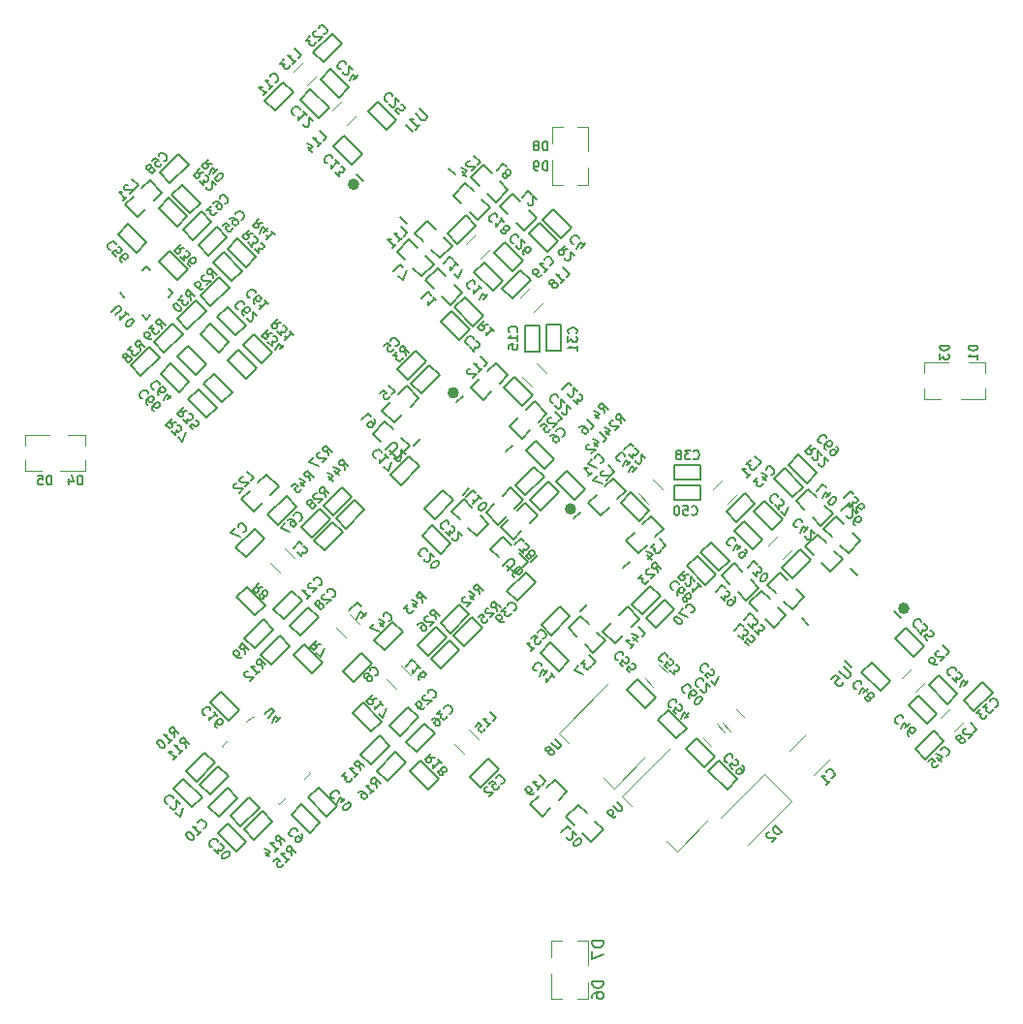
<source format=gbr>
G04 #@! TF.GenerationSoftware,KiCad,Pcbnew,5.99.0-unknown-43001cae3~104~ubuntu18.04.1*
G04 #@! TF.CreationDate,2020-11-12T23:28:15+01:00*
G04 #@! TF.ProjectId,QFHMIX01C,5146484d-4958-4303-9143-2e6b69636164,REV 0.2*
G04 #@! TF.SameCoordinates,Original*
G04 #@! TF.FileFunction,Legend,Bot*
G04 #@! TF.FilePolarity,Positive*
%FSLAX45Y45*%
G04 Gerber Fmt 4.5, Leading zero omitted, Abs format (unit mm)*
G04 Created by KiCad (PCBNEW 5.99.0-unknown-43001cae3~104~ubuntu18.04.1) date 2020-11-12 23:28:15*
%MOMM*%
%LPD*%
G01*
G04 APERTURE LIST*
%ADD10C,0.150000*%
%ADD11C,0.120000*%
%ADD12C,0.100000*%
%ADD13C,0.200000*%
%ADD14C,0.500000*%
G04 APERTURE END LIST*
D10*
X12926725Y-6350544D02*
X12880931Y-6358625D01*
X12894400Y-6318219D02*
X12837832Y-6374788D01*
X12859381Y-6396337D01*
X12867463Y-6399031D01*
X12872850Y-6399031D01*
X12880931Y-6396337D01*
X12889013Y-6388256D01*
X12891706Y-6380175D01*
X12891706Y-6374788D01*
X12889013Y-6366706D01*
X12867463Y-6345156D01*
X12937500Y-6436744D02*
X12975212Y-6399031D01*
X12902481Y-6444825D02*
X12929419Y-6390950D01*
X12964437Y-6425969D01*
X13034475Y-6458293D02*
X13002150Y-6425969D01*
X13018312Y-6442131D02*
X12961744Y-6498700D01*
X12964437Y-6485231D01*
X12964437Y-6474456D01*
X12961744Y-6466375D01*
X12484225Y-5833044D02*
X12438431Y-5841125D01*
X12451900Y-5800719D02*
X12395332Y-5857288D01*
X12416881Y-5878837D01*
X12424963Y-5881531D01*
X12430350Y-5881531D01*
X12438431Y-5878837D01*
X12446513Y-5870756D01*
X12449206Y-5862675D01*
X12449206Y-5857288D01*
X12446513Y-5849206D01*
X12424963Y-5827656D01*
X12495000Y-5919244D02*
X12532712Y-5881531D01*
X12459981Y-5927325D02*
X12486919Y-5873450D01*
X12521937Y-5908469D01*
X12516550Y-5978506D02*
X12521937Y-5983893D01*
X12530019Y-5986587D01*
X12535406Y-5986587D01*
X12543487Y-5983893D01*
X12556956Y-5975812D01*
X12570425Y-5962343D01*
X12578506Y-5948875D01*
X12581200Y-5940793D01*
X12581200Y-5935406D01*
X12578506Y-5927325D01*
X12573118Y-5921937D01*
X12565037Y-5919244D01*
X12559650Y-5919244D01*
X12551568Y-5921937D01*
X12538100Y-5930019D01*
X12524631Y-5943487D01*
X12516550Y-5956956D01*
X12513856Y-5965037D01*
X12513856Y-5970425D01*
X12516550Y-5978506D01*
X12044956Y-7279225D02*
X12036875Y-7233431D01*
X12077281Y-7246900D02*
X12020712Y-7190332D01*
X11999162Y-7211881D01*
X11996469Y-7219963D01*
X11996469Y-7225350D01*
X11999162Y-7233431D01*
X12007244Y-7241513D01*
X12015325Y-7244206D01*
X12020712Y-7244206D01*
X12028793Y-7241513D01*
X12050343Y-7219963D01*
X11969531Y-7241513D02*
X11934513Y-7276531D01*
X11974919Y-7279225D01*
X11966837Y-7287306D01*
X11964144Y-7295387D01*
X11964144Y-7300775D01*
X11966837Y-7308856D01*
X11980306Y-7322325D01*
X11988387Y-7325019D01*
X11993775Y-7325019D01*
X12001856Y-7322325D01*
X12018019Y-7306162D01*
X12020712Y-7298081D01*
X12020712Y-7292694D01*
X11964144Y-7360037D02*
X11953369Y-7370812D01*
X11945288Y-7373506D01*
X11939900Y-7373506D01*
X11926431Y-7370812D01*
X11912963Y-7362731D01*
X11891413Y-7341181D01*
X11888719Y-7333100D01*
X11888719Y-7327712D01*
X11891413Y-7319631D01*
X11902188Y-7308856D01*
X11910269Y-7306162D01*
X11915656Y-7306162D01*
X11923738Y-7308856D01*
X11937206Y-7322325D01*
X11939900Y-7330406D01*
X11939900Y-7335793D01*
X11937206Y-7343875D01*
X11926431Y-7354650D01*
X11918350Y-7357343D01*
X11912963Y-7357343D01*
X11904881Y-7354650D01*
X11861956Y-7469225D02*
X11853875Y-7423431D01*
X11894281Y-7436900D02*
X11837712Y-7380332D01*
X11816162Y-7401881D01*
X11813469Y-7409963D01*
X11813469Y-7415350D01*
X11816162Y-7423431D01*
X11824244Y-7431513D01*
X11832325Y-7434206D01*
X11837712Y-7434206D01*
X11845793Y-7431513D01*
X11867343Y-7409963D01*
X11786531Y-7431513D02*
X11751513Y-7466531D01*
X11791919Y-7469225D01*
X11783837Y-7477306D01*
X11781144Y-7485387D01*
X11781144Y-7490775D01*
X11783837Y-7498856D01*
X11797306Y-7512325D01*
X11805387Y-7515019D01*
X11810775Y-7515019D01*
X11818856Y-7512325D01*
X11835019Y-7496162D01*
X11837712Y-7488081D01*
X11837712Y-7482694D01*
X11743431Y-7523100D02*
X11746125Y-7515019D01*
X11746125Y-7509631D01*
X11743431Y-7501550D01*
X11740738Y-7498856D01*
X11732656Y-7496162D01*
X11727269Y-7496162D01*
X11719188Y-7498856D01*
X11708413Y-7509631D01*
X11705719Y-7517712D01*
X11705719Y-7523100D01*
X11708413Y-7531181D01*
X11711106Y-7533875D01*
X11719188Y-7536568D01*
X11724575Y-7536568D01*
X11732656Y-7533875D01*
X11743431Y-7523100D01*
X11751513Y-7520406D01*
X11756900Y-7520406D01*
X11764981Y-7523100D01*
X11775756Y-7533875D01*
X11778450Y-7541956D01*
X11778450Y-7547343D01*
X11775756Y-7555425D01*
X11764981Y-7566200D01*
X11756900Y-7568893D01*
X11751513Y-7568893D01*
X11743431Y-7566200D01*
X11732656Y-7555425D01*
X11729963Y-7547343D01*
X11729963Y-7541956D01*
X11732656Y-7533875D01*
X12169225Y-8098044D02*
X12123431Y-8106125D01*
X12136900Y-8065719D02*
X12080332Y-8122288D01*
X12101881Y-8143838D01*
X12109963Y-8146531D01*
X12115350Y-8146531D01*
X12123431Y-8143838D01*
X12131513Y-8135756D01*
X12134206Y-8127675D01*
X12134206Y-8122288D01*
X12131513Y-8114206D01*
X12109963Y-8092656D01*
X12131513Y-8173469D02*
X12166531Y-8208487D01*
X12169225Y-8168081D01*
X12177306Y-8176162D01*
X12185387Y-8178856D01*
X12190775Y-8178856D01*
X12198856Y-8176162D01*
X12212325Y-8162694D01*
X12215019Y-8154613D01*
X12215019Y-8149225D01*
X12212325Y-8141144D01*
X12196162Y-8124981D01*
X12188081Y-8122288D01*
X12182694Y-8122288D01*
X12185387Y-8227344D02*
X12223100Y-8265056D01*
X12255425Y-8184244D01*
X12242833Y-6573314D02*
X12197039Y-6581395D01*
X12210508Y-6540989D02*
X12153939Y-6597557D01*
X12175489Y-6619107D01*
X12183570Y-6621801D01*
X12188958Y-6621801D01*
X12197039Y-6619107D01*
X12205120Y-6611026D01*
X12207814Y-6602945D01*
X12207814Y-6597557D01*
X12205120Y-6589476D01*
X12183570Y-6567926D01*
X12205120Y-6648738D02*
X12240139Y-6683757D01*
X12242833Y-6643351D01*
X12250914Y-6651432D01*
X12258995Y-6654126D01*
X12264382Y-6654126D01*
X12272464Y-6651432D01*
X12285932Y-6637963D01*
X12288626Y-6629882D01*
X12288626Y-6624495D01*
X12285932Y-6616414D01*
X12269770Y-6600251D01*
X12261689Y-6597557D01*
X12256301Y-6597557D01*
X12288626Y-6732244D02*
X12277851Y-6721469D01*
X12275157Y-6713388D01*
X12275157Y-6708001D01*
X12277851Y-6694532D01*
X12285932Y-6681063D01*
X12307482Y-6659513D01*
X12315564Y-6656820D01*
X12320951Y-6656820D01*
X12329032Y-6659513D01*
X12339807Y-6670288D01*
X12342501Y-6678370D01*
X12342501Y-6683757D01*
X12339807Y-6691838D01*
X12326338Y-6705307D01*
X12318257Y-6708001D01*
X12312870Y-6708001D01*
X12304789Y-6705307D01*
X12294014Y-6694532D01*
X12291320Y-6686451D01*
X12291320Y-6681063D01*
X12294014Y-6672982D01*
X12269225Y-7998044D02*
X12223431Y-8006125D01*
X12236900Y-7965719D02*
X12180332Y-8022288D01*
X12201881Y-8043837D01*
X12209963Y-8046531D01*
X12215350Y-8046531D01*
X12223431Y-8043837D01*
X12231513Y-8035756D01*
X12234206Y-8027675D01*
X12234206Y-8022288D01*
X12231513Y-8014206D01*
X12209963Y-7992656D01*
X12231513Y-8073469D02*
X12266531Y-8108487D01*
X12269225Y-8068081D01*
X12277306Y-8076162D01*
X12285387Y-8078856D01*
X12290775Y-8078856D01*
X12298856Y-8076162D01*
X12312325Y-8062694D01*
X12315019Y-8054612D01*
X12315019Y-8049225D01*
X12312325Y-8041144D01*
X12296162Y-8024981D01*
X12288081Y-8022288D01*
X12282694Y-8022288D01*
X12317712Y-8159668D02*
X12290775Y-8132731D01*
X12315019Y-8103100D01*
X12315019Y-8108487D01*
X12317712Y-8116568D01*
X12331181Y-8130037D01*
X12339262Y-8132731D01*
X12344650Y-8132731D01*
X12352731Y-8130037D01*
X12366200Y-8116568D01*
X12368893Y-8108487D01*
X12368893Y-8103100D01*
X12366200Y-8095019D01*
X12352731Y-8081550D01*
X12344650Y-8078856D01*
X12339262Y-8078856D01*
X13009225Y-7318044D02*
X12963431Y-7326125D01*
X12976900Y-7285719D02*
X12920332Y-7342288D01*
X12941881Y-7363837D01*
X12949963Y-7366531D01*
X12955350Y-7366531D01*
X12963431Y-7363837D01*
X12971513Y-7355756D01*
X12974206Y-7347675D01*
X12974206Y-7342288D01*
X12971513Y-7334206D01*
X12949963Y-7312656D01*
X12971513Y-7393469D02*
X13006531Y-7428487D01*
X13009225Y-7388081D01*
X13017306Y-7396162D01*
X13025387Y-7398856D01*
X13030775Y-7398856D01*
X13038856Y-7396162D01*
X13052325Y-7382694D01*
X13055019Y-7374612D01*
X13055019Y-7369225D01*
X13052325Y-7361144D01*
X13036162Y-7344981D01*
X13028081Y-7342288D01*
X13022694Y-7342288D01*
X13073875Y-7458118D02*
X13111587Y-7420406D01*
X13038856Y-7466200D02*
X13065793Y-7412325D01*
X13100812Y-7447343D01*
X16022122Y-11415922D02*
X16067915Y-11461716D01*
X16070609Y-11469797D01*
X16070609Y-11475184D01*
X16067915Y-11483266D01*
X16057140Y-11494041D01*
X16049059Y-11496734D01*
X16043672Y-11496734D01*
X16035590Y-11494041D01*
X15989797Y-11448247D01*
X16016734Y-11534447D02*
X16005959Y-11545222D01*
X15997878Y-11547915D01*
X15992491Y-11547915D01*
X15979022Y-11545222D01*
X15965553Y-11537140D01*
X15944003Y-11515590D01*
X15941310Y-11507509D01*
X15941310Y-11502122D01*
X15944003Y-11494041D01*
X15954778Y-11483266D01*
X15962859Y-11480572D01*
X15968247Y-11480572D01*
X15976328Y-11483266D01*
X15989797Y-11496734D01*
X15992491Y-11504815D01*
X15992491Y-11510203D01*
X15989797Y-11518284D01*
X15979022Y-11529059D01*
X15970941Y-11531753D01*
X15965553Y-11531753D01*
X15957472Y-11529059D01*
X15482122Y-10865922D02*
X15527915Y-10911716D01*
X15530609Y-10919797D01*
X15530609Y-10925184D01*
X15527915Y-10933266D01*
X15517140Y-10944041D01*
X15509059Y-10946734D01*
X15503672Y-10946734D01*
X15495590Y-10944041D01*
X15449797Y-10898247D01*
X15439022Y-10957509D02*
X15441716Y-10949428D01*
X15441716Y-10944041D01*
X15439022Y-10935959D01*
X15436328Y-10933266D01*
X15428247Y-10930572D01*
X15422859Y-10930572D01*
X15414778Y-10933266D01*
X15404003Y-10944041D01*
X15401310Y-10952122D01*
X15401310Y-10957509D01*
X15404003Y-10965591D01*
X15406697Y-10968284D01*
X15414778Y-10970978D01*
X15420166Y-10970978D01*
X15428247Y-10968284D01*
X15439022Y-10957509D01*
X15447103Y-10954816D01*
X15452491Y-10954816D01*
X15460572Y-10957509D01*
X15471347Y-10968284D01*
X15474041Y-10976365D01*
X15474041Y-10981753D01*
X15471347Y-10989834D01*
X15460572Y-11000609D01*
X15452491Y-11003303D01*
X15447103Y-11003303D01*
X15439022Y-11000609D01*
X15428247Y-10989834D01*
X15425553Y-10981753D01*
X15425553Y-10976365D01*
X15428247Y-10968284D01*
X11811956Y-6054225D02*
X11838893Y-6027288D01*
X11782325Y-5970719D01*
X11744612Y-6019206D02*
X11739225Y-6019206D01*
X11731144Y-6021900D01*
X11717675Y-6035369D01*
X11714981Y-6043450D01*
X11714981Y-6048837D01*
X11717675Y-6056919D01*
X11723062Y-6062306D01*
X11733837Y-6067694D01*
X11798487Y-6067694D01*
X11763469Y-6102712D01*
X11709594Y-6156587D02*
X11741919Y-6124262D01*
X11725756Y-6140425D02*
X11669188Y-6083856D01*
X11682656Y-6086550D01*
X11693431Y-6086550D01*
X11701513Y-6083856D01*
X15618650Y-11653169D02*
X15591712Y-11626231D01*
X15535144Y-11682800D01*
X15583631Y-11720512D02*
X15583631Y-11725900D01*
X15586325Y-11733981D01*
X15599794Y-11747450D01*
X15607875Y-11750144D01*
X15613262Y-11750144D01*
X15621343Y-11747450D01*
X15626731Y-11742062D01*
X15632118Y-11731287D01*
X15632118Y-11666638D01*
X15667137Y-11701656D01*
X15645587Y-11793243D02*
X15650975Y-11798631D01*
X15659056Y-11801325D01*
X15664443Y-11801325D01*
X15672525Y-11798631D01*
X15685993Y-11790550D01*
X15699462Y-11777081D01*
X15707543Y-11763612D01*
X15710237Y-11755531D01*
X15710237Y-11750144D01*
X15707543Y-11742062D01*
X15702156Y-11736675D01*
X15694074Y-11733981D01*
X15688687Y-11733981D01*
X15680606Y-11736675D01*
X15667137Y-11744756D01*
X15653668Y-11758225D01*
X15645587Y-11771693D01*
X15642893Y-11779775D01*
X15642893Y-11785162D01*
X15645587Y-11793243D01*
X15374956Y-11260225D02*
X15401893Y-11233288D01*
X15345325Y-11176719D01*
X15326469Y-11308712D02*
X15358793Y-11276387D01*
X15342631Y-11292550D02*
X15286062Y-11235981D01*
X15299531Y-11238675D01*
X15310306Y-11238675D01*
X15318387Y-11235981D01*
X15299531Y-11335650D02*
X15288756Y-11346425D01*
X15280675Y-11349118D01*
X15275288Y-11349118D01*
X15261819Y-11346425D01*
X15248350Y-11338343D01*
X15226800Y-11316793D01*
X15224106Y-11308712D01*
X15224106Y-11303325D01*
X15226800Y-11295244D01*
X15237575Y-11284469D01*
X15245656Y-11281775D01*
X15251044Y-11281775D01*
X15259125Y-11284469D01*
X15272594Y-11297937D01*
X15275288Y-11306019D01*
X15275288Y-11311406D01*
X15272594Y-11319487D01*
X15261819Y-11330262D01*
X15253738Y-11332956D01*
X15248350Y-11332956D01*
X15240269Y-11330262D01*
X13471956Y-8749225D02*
X13463875Y-8703431D01*
X13504281Y-8716900D02*
X13447712Y-8660332D01*
X13426162Y-8681882D01*
X13423469Y-8689963D01*
X13423469Y-8695350D01*
X13426162Y-8703431D01*
X13434244Y-8711513D01*
X13442325Y-8714206D01*
X13447712Y-8714206D01*
X13455793Y-8711513D01*
X13477343Y-8689963D01*
X13399225Y-8719594D02*
X13393837Y-8719594D01*
X13385756Y-8722288D01*
X13372288Y-8735756D01*
X13369594Y-8743838D01*
X13369594Y-8749225D01*
X13372288Y-8757306D01*
X13377675Y-8762694D01*
X13388450Y-8768081D01*
X13453100Y-8768081D01*
X13418081Y-8803100D01*
X13353431Y-8803100D02*
X13356125Y-8795019D01*
X13356125Y-8789631D01*
X13353431Y-8781550D01*
X13350738Y-8778856D01*
X13342656Y-8776162D01*
X13337269Y-8776162D01*
X13329188Y-8778856D01*
X13318413Y-8789631D01*
X13315719Y-8797712D01*
X13315719Y-8803100D01*
X13318413Y-8811181D01*
X13321106Y-8813875D01*
X13329188Y-8816569D01*
X13334575Y-8816569D01*
X13342656Y-8813875D01*
X13353431Y-8803100D01*
X13361513Y-8800406D01*
X13366900Y-8800406D01*
X13374981Y-8803100D01*
X13385756Y-8813875D01*
X13388450Y-8821956D01*
X13388450Y-8827344D01*
X13385756Y-8835425D01*
X13374981Y-8846200D01*
X13366900Y-8848893D01*
X13361513Y-8848893D01*
X13353431Y-8846200D01*
X13342656Y-8835425D01*
X13339963Y-8827344D01*
X13339963Y-8821956D01*
X13342656Y-8813875D01*
X11608354Y-7128838D02*
X11654147Y-7083045D01*
X11662228Y-7080351D01*
X11667616Y-7080351D01*
X11675697Y-7083045D01*
X11686472Y-7093820D01*
X11689166Y-7101901D01*
X11689166Y-7107288D01*
X11686472Y-7115370D01*
X11640679Y-7161163D01*
X11753816Y-7161163D02*
X11721491Y-7128838D01*
X11737653Y-7145001D02*
X11681085Y-7201569D01*
X11683778Y-7188101D01*
X11683778Y-7177326D01*
X11681085Y-7169244D01*
X11732266Y-7252750D02*
X11737653Y-7258138D01*
X11745734Y-7260832D01*
X11751122Y-7260832D01*
X11759203Y-7258138D01*
X11772672Y-7250057D01*
X11786140Y-7236588D01*
X11794222Y-7223119D01*
X11796915Y-7215038D01*
X11796915Y-7209651D01*
X11794222Y-7201569D01*
X11788834Y-7196182D01*
X11780753Y-7193488D01*
X11775366Y-7193488D01*
X11767284Y-7196182D01*
X11753816Y-7204263D01*
X11740347Y-7217732D01*
X11732266Y-7231200D01*
X11729572Y-7239282D01*
X11729572Y-7244669D01*
X11732266Y-7252750D01*
X12533773Y-11763431D02*
X12533773Y-11758044D01*
X12528385Y-11747269D01*
X12522998Y-11741881D01*
X12512223Y-11736494D01*
X12501448Y-11736494D01*
X12493367Y-11739188D01*
X12479898Y-11747269D01*
X12471817Y-11755350D01*
X12463736Y-11768819D01*
X12461042Y-11776900D01*
X12461042Y-11787675D01*
X12466429Y-11798450D01*
X12471817Y-11803837D01*
X12482592Y-11809225D01*
X12487979Y-11809225D01*
X12501448Y-11833469D02*
X12536467Y-11868487D01*
X12539160Y-11828081D01*
X12547242Y-11836162D01*
X12555323Y-11838856D01*
X12560710Y-11838856D01*
X12568792Y-11836162D01*
X12582260Y-11822694D01*
X12584954Y-11814612D01*
X12584954Y-11809225D01*
X12582260Y-11801144D01*
X12566098Y-11784981D01*
X12558017Y-11782288D01*
X12552629Y-11782288D01*
X12571485Y-11903506D02*
X12576873Y-11908893D01*
X12584954Y-11911587D01*
X12590342Y-11911587D01*
X12598423Y-11908893D01*
X12611891Y-11900812D01*
X12625360Y-11887343D01*
X12633441Y-11873875D01*
X12636135Y-11865793D01*
X12636135Y-11860406D01*
X12633441Y-11852325D01*
X12628054Y-11846937D01*
X12619973Y-11844244D01*
X12614585Y-11844244D01*
X12606504Y-11846937D01*
X12593035Y-11855019D01*
X12579567Y-11868487D01*
X12571485Y-11881956D01*
X12568792Y-11890037D01*
X12568792Y-11895425D01*
X12571485Y-11903506D01*
X13536568Y-9623838D02*
X13541956Y-9623838D01*
X13552731Y-9618450D01*
X13558118Y-9613063D01*
X13563506Y-9602288D01*
X13563506Y-9591513D01*
X13560812Y-9583431D01*
X13552731Y-9569963D01*
X13544650Y-9561882D01*
X13531181Y-9553800D01*
X13523100Y-9551107D01*
X13512325Y-9551107D01*
X13501550Y-9556494D01*
X13496162Y-9561882D01*
X13490775Y-9572656D01*
X13490775Y-9578044D01*
X13469225Y-9599594D02*
X13463837Y-9599594D01*
X13455756Y-9602288D01*
X13442288Y-9615756D01*
X13439594Y-9623838D01*
X13439594Y-9629225D01*
X13442288Y-9637306D01*
X13447675Y-9642694D01*
X13458450Y-9648081D01*
X13523100Y-9648081D01*
X13488081Y-9683100D01*
X13423431Y-9683100D02*
X13426125Y-9675019D01*
X13426125Y-9669631D01*
X13423431Y-9661550D01*
X13420738Y-9658856D01*
X13412656Y-9656162D01*
X13407269Y-9656162D01*
X13399188Y-9658856D01*
X13388413Y-9669631D01*
X13385719Y-9677712D01*
X13385719Y-9683100D01*
X13388413Y-9691181D01*
X13391106Y-9693875D01*
X13399188Y-9696569D01*
X13404575Y-9696569D01*
X13412656Y-9693875D01*
X13423431Y-9683100D01*
X13431513Y-9680406D01*
X13436900Y-9680406D01*
X13444981Y-9683100D01*
X13455756Y-9693875D01*
X13458450Y-9701956D01*
X13458450Y-9707344D01*
X13455756Y-9715425D01*
X13444981Y-9726200D01*
X13436900Y-9728893D01*
X13431513Y-9728893D01*
X13423431Y-9726200D01*
X13412656Y-9715425D01*
X13409963Y-9707344D01*
X13409963Y-9701956D01*
X13412656Y-9693875D01*
X12143837Y-11383431D02*
X12143837Y-11378044D01*
X12138450Y-11367269D01*
X12133062Y-11361882D01*
X12122288Y-11356494D01*
X12111513Y-11356494D01*
X12103431Y-11359188D01*
X12089963Y-11367269D01*
X12081881Y-11375350D01*
X12073800Y-11388819D01*
X12071106Y-11396900D01*
X12071106Y-11407675D01*
X12076494Y-11418450D01*
X12081881Y-11423838D01*
X12092656Y-11429225D01*
X12098044Y-11429225D01*
X12119594Y-11450775D02*
X12119594Y-11456162D01*
X12122288Y-11464244D01*
X12135756Y-11477712D01*
X12143837Y-11480406D01*
X12149225Y-11480406D01*
X12157306Y-11477712D01*
X12162694Y-11472325D01*
X12168081Y-11461550D01*
X12168081Y-11396900D01*
X12203100Y-11431919D01*
X12165387Y-11507344D02*
X12203100Y-11545056D01*
X12235425Y-11464244D01*
X13416568Y-9523838D02*
X13421956Y-9523838D01*
X13432731Y-9518450D01*
X13438118Y-9513063D01*
X13443506Y-9502288D01*
X13443506Y-9491513D01*
X13440812Y-9483431D01*
X13432731Y-9469963D01*
X13424650Y-9461882D01*
X13411181Y-9453800D01*
X13403100Y-9451107D01*
X13392325Y-9451107D01*
X13381550Y-9456494D01*
X13376162Y-9461882D01*
X13370775Y-9472656D01*
X13370775Y-9478044D01*
X13349225Y-9499594D02*
X13343837Y-9499594D01*
X13335756Y-9502288D01*
X13322288Y-9515756D01*
X13319594Y-9523838D01*
X13319594Y-9529225D01*
X13322288Y-9537306D01*
X13327675Y-9542694D01*
X13338450Y-9548081D01*
X13403100Y-9548081D01*
X13368081Y-9583100D01*
X13314206Y-9636975D02*
X13346531Y-9604650D01*
X13330369Y-9620812D02*
X13273800Y-9564244D01*
X13287269Y-9566937D01*
X13298044Y-9566937D01*
X13306125Y-9564244D01*
X12943922Y-10645878D02*
X12989716Y-10600085D01*
X12997797Y-10597391D01*
X13003184Y-10597391D01*
X13011266Y-10600085D01*
X13022041Y-10610860D01*
X13024734Y-10618941D01*
X13024734Y-10624328D01*
X13022041Y-10632409D01*
X12976247Y-10678203D01*
X13046284Y-10710528D02*
X13083997Y-10672816D01*
X13011266Y-10718609D02*
X13038203Y-10664734D01*
X13073222Y-10699753D01*
X15905309Y-12982371D02*
X15805309Y-12982371D01*
X15805309Y-13006181D01*
X15810071Y-13020466D01*
X15819595Y-13029990D01*
X15829119Y-13034752D01*
X15848166Y-13039514D01*
X15862452Y-13039514D01*
X15881500Y-13034752D01*
X15891023Y-13029990D01*
X15900547Y-13020466D01*
X15905309Y-13006181D01*
X15905309Y-12982371D01*
X15805309Y-13125228D02*
X15805309Y-13106181D01*
X15810071Y-13096657D01*
X15814833Y-13091895D01*
X15829119Y-13082371D01*
X15848166Y-13077609D01*
X15886261Y-13077609D01*
X15895785Y-13082371D01*
X15900547Y-13087133D01*
X15905309Y-13096657D01*
X15905309Y-13115704D01*
X15900547Y-13125228D01*
X15895785Y-13129990D01*
X15886261Y-13134752D01*
X15862452Y-13134752D01*
X15852928Y-13129990D01*
X15848166Y-13125228D01*
X15843404Y-13115704D01*
X15843404Y-13096657D01*
X15848166Y-13087133D01*
X15852928Y-13082371D01*
X15862452Y-13077609D01*
X18924495Y-7424663D02*
X18844495Y-7424663D01*
X18844495Y-7443711D01*
X18848305Y-7455139D01*
X18855924Y-7462758D01*
X18863543Y-7466568D01*
X18878781Y-7470377D01*
X18890209Y-7470377D01*
X18905447Y-7466568D01*
X18913066Y-7462758D01*
X18920685Y-7455139D01*
X18924495Y-7443711D01*
X18924495Y-7424663D01*
X18844495Y-7497044D02*
X18844495Y-7546568D01*
X18874971Y-7519901D01*
X18874971Y-7531330D01*
X18878781Y-7538949D01*
X18882590Y-7542758D01*
X18890209Y-7546568D01*
X18909257Y-7546568D01*
X18916876Y-7542758D01*
X18920685Y-7538949D01*
X18924495Y-7531330D01*
X18924495Y-7508473D01*
X18920685Y-7500853D01*
X18916876Y-7497044D01*
X11080048Y-8640190D02*
X11080048Y-8560190D01*
X11061000Y-8560190D01*
X11049571Y-8564000D01*
X11041952Y-8571619D01*
X11038143Y-8579238D01*
X11034333Y-8594476D01*
X11034333Y-8605905D01*
X11038143Y-8621143D01*
X11041952Y-8628762D01*
X11049571Y-8636381D01*
X11061000Y-8640190D01*
X11080048Y-8640190D01*
X10961952Y-8560190D02*
X11000048Y-8560190D01*
X11003857Y-8598286D01*
X11000048Y-8594476D01*
X10992429Y-8590667D01*
X10973381Y-8590667D01*
X10965762Y-8594476D01*
X10961952Y-8598286D01*
X10958143Y-8605905D01*
X10958143Y-8624952D01*
X10961952Y-8632571D01*
X10965762Y-8636381D01*
X10973381Y-8640190D01*
X10992429Y-8640190D01*
X11000048Y-8636381D01*
X11003857Y-8632571D01*
X17462773Y-11675690D02*
X17406204Y-11619121D01*
X17392735Y-11632590D01*
X17387348Y-11643365D01*
X17387348Y-11654140D01*
X17390042Y-11662221D01*
X17398123Y-11675690D01*
X17406204Y-11683771D01*
X17419673Y-11691852D01*
X17427754Y-11694546D01*
X17438529Y-11694546D01*
X17449304Y-11689159D01*
X17462773Y-11675690D01*
X17357717Y-11678384D02*
X17352329Y-11678384D01*
X17344248Y-11681077D01*
X17330779Y-11694546D01*
X17328085Y-11702627D01*
X17328085Y-11708015D01*
X17330779Y-11716096D01*
X17336167Y-11721483D01*
X17346942Y-11726871D01*
X17411591Y-11726871D01*
X17376573Y-11761890D01*
X11923837Y-7843431D02*
X11923837Y-7838044D01*
X11918450Y-7827269D01*
X11913062Y-7821881D01*
X11902288Y-7816494D01*
X11891513Y-7816494D01*
X11883431Y-7819188D01*
X11869963Y-7827269D01*
X11861881Y-7835350D01*
X11853800Y-7848819D01*
X11851106Y-7856900D01*
X11851106Y-7867675D01*
X11856494Y-7878450D01*
X11861881Y-7883837D01*
X11872656Y-7889225D01*
X11878044Y-7889225D01*
X11921144Y-7943100D02*
X11910369Y-7932325D01*
X11907675Y-7924244D01*
X11907675Y-7918856D01*
X11910369Y-7905387D01*
X11918450Y-7891919D01*
X11940000Y-7870369D01*
X11948081Y-7867675D01*
X11953469Y-7867675D01*
X11961550Y-7870369D01*
X11972325Y-7881144D01*
X11975019Y-7889225D01*
X11975019Y-7894612D01*
X11972325Y-7902694D01*
X11958856Y-7916162D01*
X11950775Y-7918856D01*
X11945387Y-7918856D01*
X11937306Y-7916162D01*
X11926531Y-7905387D01*
X11923837Y-7897306D01*
X11923837Y-7891919D01*
X11926531Y-7883837D01*
X11975019Y-7996975D02*
X11964244Y-7986200D01*
X11961550Y-7978118D01*
X11961550Y-7972731D01*
X11964244Y-7959262D01*
X11972325Y-7945793D01*
X11993875Y-7924244D01*
X12001956Y-7921550D01*
X12007343Y-7921550D01*
X12015425Y-7924244D01*
X12026200Y-7935019D01*
X12028893Y-7943100D01*
X12028893Y-7948487D01*
X12026200Y-7956568D01*
X12012731Y-7970037D01*
X12004650Y-7972731D01*
X11999262Y-7972731D01*
X11991181Y-7970037D01*
X11980406Y-7959262D01*
X11977712Y-7951181D01*
X11977712Y-7945793D01*
X11980406Y-7937712D01*
X12736568Y-6323837D02*
X12741956Y-6323837D01*
X12752731Y-6318450D01*
X12758118Y-6313062D01*
X12763506Y-6302288D01*
X12763506Y-6291513D01*
X12760812Y-6283431D01*
X12752731Y-6269963D01*
X12744650Y-6261881D01*
X12731181Y-6253800D01*
X12723100Y-6251106D01*
X12712325Y-6251106D01*
X12701550Y-6256494D01*
X12696162Y-6261881D01*
X12690775Y-6272656D01*
X12690775Y-6278044D01*
X12636900Y-6321144D02*
X12647675Y-6310369D01*
X12655756Y-6307675D01*
X12661144Y-6307675D01*
X12674612Y-6310369D01*
X12688081Y-6318450D01*
X12709631Y-6340000D01*
X12712325Y-6348081D01*
X12712325Y-6353469D01*
X12709631Y-6361550D01*
X12698856Y-6372325D01*
X12690775Y-6375019D01*
X12685387Y-6375019D01*
X12677306Y-6372325D01*
X12663837Y-6358856D01*
X12661144Y-6350775D01*
X12661144Y-6345387D01*
X12663837Y-6337306D01*
X12674612Y-6326531D01*
X12682694Y-6323837D01*
X12688081Y-6323837D01*
X12696162Y-6326531D01*
X12580332Y-6377712D02*
X12607269Y-6350775D01*
X12636900Y-6375019D01*
X12631513Y-6375019D01*
X12623431Y-6377712D01*
X12609963Y-6391181D01*
X12607269Y-6399262D01*
X12607269Y-6404650D01*
X12609963Y-6412731D01*
X12623431Y-6426200D01*
X12631513Y-6428893D01*
X12636900Y-6428893D01*
X12644981Y-6426200D01*
X12658450Y-6412731D01*
X12661144Y-6404650D01*
X12661144Y-6399262D01*
X12023837Y-7763431D02*
X12023837Y-7758044D01*
X12018450Y-7747269D01*
X12013062Y-7741881D01*
X12002288Y-7736494D01*
X11991513Y-7736494D01*
X11983431Y-7739188D01*
X11969963Y-7747269D01*
X11961881Y-7755350D01*
X11953800Y-7768819D01*
X11951106Y-7776900D01*
X11951106Y-7787675D01*
X11956494Y-7798450D01*
X11961881Y-7803837D01*
X11972656Y-7809225D01*
X11978044Y-7809225D01*
X12021144Y-7863100D02*
X12010369Y-7852325D01*
X12007675Y-7844244D01*
X12007675Y-7838856D01*
X12010369Y-7825387D01*
X12018450Y-7811919D01*
X12040000Y-7790369D01*
X12048081Y-7787675D01*
X12053469Y-7787675D01*
X12061550Y-7790369D01*
X12072325Y-7801144D01*
X12075019Y-7809225D01*
X12075019Y-7814612D01*
X12072325Y-7822694D01*
X12058856Y-7836162D01*
X12050775Y-7838856D01*
X12045387Y-7838856D01*
X12037306Y-7836162D01*
X12026531Y-7825387D01*
X12023837Y-7817306D01*
X12023837Y-7811919D01*
X12026531Y-7803837D01*
X12093875Y-7898118D02*
X12131587Y-7860406D01*
X12058856Y-7906200D02*
X12085793Y-7852325D01*
X12120812Y-7887343D01*
X12596568Y-6183837D02*
X12601956Y-6183837D01*
X12612731Y-6178450D01*
X12618118Y-6173062D01*
X12623506Y-6162288D01*
X12623506Y-6151513D01*
X12620812Y-6143431D01*
X12612731Y-6129963D01*
X12604650Y-6121881D01*
X12591181Y-6113800D01*
X12583100Y-6111106D01*
X12572325Y-6111106D01*
X12561550Y-6116494D01*
X12556162Y-6121881D01*
X12550775Y-6132656D01*
X12550775Y-6138044D01*
X12496900Y-6181144D02*
X12507675Y-6170369D01*
X12515756Y-6167675D01*
X12521144Y-6167675D01*
X12534612Y-6170369D01*
X12548081Y-6178450D01*
X12569631Y-6200000D01*
X12572325Y-6208081D01*
X12572325Y-6213469D01*
X12569631Y-6221550D01*
X12558856Y-6232325D01*
X12550775Y-6235019D01*
X12545387Y-6235019D01*
X12537306Y-6232325D01*
X12523837Y-6218856D01*
X12521144Y-6210775D01*
X12521144Y-6205387D01*
X12523837Y-6197306D01*
X12534612Y-6186531D01*
X12542694Y-6183837D01*
X12548081Y-6183837D01*
X12556162Y-6186531D01*
X12472656Y-6205387D02*
X12437638Y-6240406D01*
X12478044Y-6243100D01*
X12469963Y-6251181D01*
X12467269Y-6259262D01*
X12467269Y-6264650D01*
X12469963Y-6272731D01*
X12483431Y-6286200D01*
X12491513Y-6288893D01*
X12496900Y-6288893D01*
X12504981Y-6286200D01*
X12521144Y-6270037D01*
X12523837Y-6261956D01*
X12523837Y-6256568D01*
X13341956Y-8609225D02*
X13333875Y-8563431D01*
X13374281Y-8576900D02*
X13317712Y-8520332D01*
X13296162Y-8541882D01*
X13293469Y-8549963D01*
X13293469Y-8555350D01*
X13296162Y-8563431D01*
X13304244Y-8571513D01*
X13312325Y-8574206D01*
X13317712Y-8574206D01*
X13325793Y-8571513D01*
X13347343Y-8549963D01*
X13255756Y-8620000D02*
X13293469Y-8657712D01*
X13247675Y-8584981D02*
X13301550Y-8611919D01*
X13266531Y-8646937D01*
X13180332Y-8657712D02*
X13207269Y-8630775D01*
X13236900Y-8655019D01*
X13231513Y-8655019D01*
X13223431Y-8657712D01*
X13209963Y-8671181D01*
X13207269Y-8679262D01*
X13207269Y-8684650D01*
X13209963Y-8692731D01*
X13223431Y-8706200D01*
X13231513Y-8708893D01*
X13236900Y-8708893D01*
X13244981Y-8706200D01*
X13258450Y-8692731D01*
X13261144Y-8684650D01*
X13261144Y-8679262D01*
X13641956Y-8509225D02*
X13633875Y-8463431D01*
X13674281Y-8476900D02*
X13617712Y-8420332D01*
X13596162Y-8441882D01*
X13593469Y-8449963D01*
X13593469Y-8455350D01*
X13596162Y-8463431D01*
X13604244Y-8471513D01*
X13612325Y-8474206D01*
X13617712Y-8474206D01*
X13625793Y-8471513D01*
X13647343Y-8449963D01*
X13555756Y-8520000D02*
X13593469Y-8557712D01*
X13547675Y-8484981D02*
X13601550Y-8511919D01*
X13566531Y-8546937D01*
X13501881Y-8573875D02*
X13539594Y-8611587D01*
X13493800Y-8538856D02*
X13547675Y-8565794D01*
X13512656Y-8600812D01*
X14321956Y-9669225D02*
X14313875Y-9623431D01*
X14354281Y-9636900D02*
X14297712Y-9580332D01*
X14276162Y-9601882D01*
X14273469Y-9609963D01*
X14273469Y-9615350D01*
X14276162Y-9623431D01*
X14284244Y-9631513D01*
X14292325Y-9634206D01*
X14297712Y-9634206D01*
X14305793Y-9631513D01*
X14327343Y-9609963D01*
X14235756Y-9680000D02*
X14273469Y-9717712D01*
X14227675Y-9644981D02*
X14281550Y-9671919D01*
X14246531Y-9706937D01*
X14192656Y-9685387D02*
X14157638Y-9720406D01*
X14198044Y-9723100D01*
X14189963Y-9731181D01*
X14187269Y-9739262D01*
X14187269Y-9744650D01*
X14189963Y-9752731D01*
X14203431Y-9766200D01*
X14211513Y-9768893D01*
X14216900Y-9768893D01*
X14224981Y-9766200D01*
X14241144Y-9750037D01*
X14243837Y-9741956D01*
X14243837Y-9736569D01*
X14821956Y-9599225D02*
X14813875Y-9553431D01*
X14854281Y-9566900D02*
X14797712Y-9510332D01*
X14776162Y-9531882D01*
X14773469Y-9539963D01*
X14773469Y-9545350D01*
X14776162Y-9553431D01*
X14784244Y-9561513D01*
X14792325Y-9564206D01*
X14797712Y-9564206D01*
X14805793Y-9561513D01*
X14827343Y-9539963D01*
X14735756Y-9610000D02*
X14773469Y-9647712D01*
X14727675Y-9574981D02*
X14781550Y-9601919D01*
X14746531Y-9636937D01*
X14695350Y-9623469D02*
X14689963Y-9623469D01*
X14681881Y-9626162D01*
X14668413Y-9639631D01*
X14665719Y-9647712D01*
X14665719Y-9653100D01*
X14668413Y-9661181D01*
X14673800Y-9666569D01*
X14684575Y-9671956D01*
X14749225Y-9671956D01*
X14714206Y-9706975D01*
X12821956Y-8609225D02*
X12848893Y-8582288D01*
X12792325Y-8525719D01*
X12754612Y-8574206D02*
X12749225Y-8574206D01*
X12741144Y-8576900D01*
X12727675Y-8590369D01*
X12724981Y-8598450D01*
X12724981Y-8603838D01*
X12727675Y-8611919D01*
X12733062Y-8617306D01*
X12743837Y-8622694D01*
X12808487Y-8622694D01*
X12773469Y-8657712D01*
X12700738Y-8628081D02*
X12695350Y-8628081D01*
X12687269Y-8630775D01*
X12673800Y-8644244D01*
X12671106Y-8652325D01*
X12671106Y-8657712D01*
X12673800Y-8665794D01*
X12679188Y-8671181D01*
X12689963Y-8676569D01*
X12754612Y-8676569D01*
X12719594Y-8711587D01*
X12839225Y-6450544D02*
X12793431Y-6458625D01*
X12806900Y-6418219D02*
X12750332Y-6474788D01*
X12771881Y-6496337D01*
X12779963Y-6499031D01*
X12785350Y-6499031D01*
X12793431Y-6496337D01*
X12801513Y-6488256D01*
X12804206Y-6480175D01*
X12804206Y-6474788D01*
X12801513Y-6466706D01*
X12779963Y-6445156D01*
X12801513Y-6525969D02*
X12836531Y-6560987D01*
X12839225Y-6520581D01*
X12847306Y-6528662D01*
X12855387Y-6531356D01*
X12860775Y-6531356D01*
X12868856Y-6528662D01*
X12882325Y-6515194D01*
X12885019Y-6507112D01*
X12885019Y-6501725D01*
X12882325Y-6493644D01*
X12866162Y-6477481D01*
X12858081Y-6474788D01*
X12852694Y-6474788D01*
X12855387Y-6579843D02*
X12890406Y-6614862D01*
X12893100Y-6574456D01*
X12901181Y-6582537D01*
X12909262Y-6585231D01*
X12914650Y-6585231D01*
X12922731Y-6582537D01*
X12936200Y-6569068D01*
X12938893Y-6560987D01*
X12938893Y-6555600D01*
X12936200Y-6547519D01*
X12920037Y-6531356D01*
X12911956Y-6528662D01*
X12906568Y-6528662D01*
X12409225Y-5913044D02*
X12363431Y-5921125D01*
X12376900Y-5880719D02*
X12320332Y-5937288D01*
X12341881Y-5958837D01*
X12349963Y-5961531D01*
X12355350Y-5961531D01*
X12363431Y-5958837D01*
X12371513Y-5950756D01*
X12374206Y-5942675D01*
X12374206Y-5937288D01*
X12371513Y-5929206D01*
X12349963Y-5907656D01*
X12371513Y-5988469D02*
X12406531Y-6023487D01*
X12409225Y-5983081D01*
X12417306Y-5991162D01*
X12425387Y-5993856D01*
X12430775Y-5993856D01*
X12438856Y-5991162D01*
X12452325Y-5977694D01*
X12455019Y-5969612D01*
X12455019Y-5964225D01*
X12452325Y-5956144D01*
X12436162Y-5939981D01*
X12428081Y-5937288D01*
X12422694Y-5937288D01*
X12433469Y-6039650D02*
X12433469Y-6045037D01*
X12436162Y-6053118D01*
X12449631Y-6066587D01*
X12457712Y-6069281D01*
X12463100Y-6069281D01*
X12471181Y-6066587D01*
X12476568Y-6061200D01*
X12481956Y-6050425D01*
X12481956Y-5985775D01*
X12516975Y-6020793D01*
X13089225Y-7228044D02*
X13043431Y-7236125D01*
X13056900Y-7195719D02*
X13000332Y-7252288D01*
X13021881Y-7273837D01*
X13029963Y-7276531D01*
X13035350Y-7276531D01*
X13043431Y-7273837D01*
X13051513Y-7265756D01*
X13054206Y-7257675D01*
X13054206Y-7252288D01*
X13051513Y-7244206D01*
X13029963Y-7222656D01*
X13051513Y-7303469D02*
X13086531Y-7338487D01*
X13089225Y-7298081D01*
X13097306Y-7306162D01*
X13105387Y-7308856D01*
X13110775Y-7308856D01*
X13118856Y-7306162D01*
X13132325Y-7292694D01*
X13135019Y-7284612D01*
X13135019Y-7279225D01*
X13132325Y-7271144D01*
X13116162Y-7254981D01*
X13108081Y-7252288D01*
X13102694Y-7252288D01*
X13196975Y-7335793D02*
X13164650Y-7303469D01*
X13180812Y-7319631D02*
X13124244Y-7376200D01*
X13126937Y-7362731D01*
X13126937Y-7351956D01*
X13124244Y-7343875D01*
X12301956Y-7029225D02*
X12293875Y-6983431D01*
X12334281Y-6996900D02*
X12277712Y-6940332D01*
X12256162Y-6961881D01*
X12253469Y-6969963D01*
X12253469Y-6975350D01*
X12256162Y-6983431D01*
X12264244Y-6991513D01*
X12272325Y-6994206D01*
X12277712Y-6994206D01*
X12285793Y-6991513D01*
X12307343Y-6969963D01*
X12226531Y-6991513D02*
X12191513Y-7026531D01*
X12231919Y-7029225D01*
X12223837Y-7037306D01*
X12221144Y-7045387D01*
X12221144Y-7050775D01*
X12223837Y-7058856D01*
X12237306Y-7072325D01*
X12245387Y-7075019D01*
X12250775Y-7075019D01*
X12258856Y-7072325D01*
X12275019Y-7056162D01*
X12277712Y-7048081D01*
X12277712Y-7042694D01*
X12156494Y-7061550D02*
X12151106Y-7066937D01*
X12148413Y-7075019D01*
X12148413Y-7080406D01*
X12151106Y-7088487D01*
X12159188Y-7101956D01*
X12172656Y-7115425D01*
X12186125Y-7123506D01*
X12194206Y-7126200D01*
X12199594Y-7126200D01*
X12207675Y-7123506D01*
X12213062Y-7118118D01*
X12215756Y-7110037D01*
X12215756Y-7104650D01*
X12213062Y-7096568D01*
X12204981Y-7083100D01*
X12191513Y-7069631D01*
X12178044Y-7061550D01*
X12169963Y-7058856D01*
X12164575Y-7058856D01*
X12156494Y-7061550D01*
X12491956Y-6839225D02*
X12483875Y-6793431D01*
X12524281Y-6806900D02*
X12467712Y-6750332D01*
X12446162Y-6771881D01*
X12443469Y-6779963D01*
X12443469Y-6785350D01*
X12446162Y-6793431D01*
X12454244Y-6801513D01*
X12462325Y-6804206D01*
X12467712Y-6804206D01*
X12475793Y-6801513D01*
X12497343Y-6779963D01*
X12419225Y-6809594D02*
X12413837Y-6809594D01*
X12405756Y-6812288D01*
X12392288Y-6825756D01*
X12389594Y-6833837D01*
X12389594Y-6839225D01*
X12392288Y-6847306D01*
X12397675Y-6852694D01*
X12408450Y-6858081D01*
X12473100Y-6858081D01*
X12438081Y-6893100D01*
X12411144Y-6920037D02*
X12400369Y-6930812D01*
X12392288Y-6933506D01*
X12386900Y-6933506D01*
X12373431Y-6930812D01*
X12359963Y-6922731D01*
X12338413Y-6901181D01*
X12335719Y-6893100D01*
X12335719Y-6887712D01*
X12338413Y-6879631D01*
X12349188Y-6868856D01*
X12357269Y-6866162D01*
X12362656Y-6866162D01*
X12370738Y-6868856D01*
X12384206Y-6882325D01*
X12386900Y-6890406D01*
X12386900Y-6895793D01*
X12384206Y-6903875D01*
X12373431Y-6914650D01*
X12365350Y-6917343D01*
X12359963Y-6917343D01*
X12351881Y-6914650D01*
X13501956Y-8389225D02*
X13493875Y-8343431D01*
X13534281Y-8356900D02*
X13477712Y-8300332D01*
X13456162Y-8321881D01*
X13453469Y-8329963D01*
X13453469Y-8335350D01*
X13456162Y-8343431D01*
X13464244Y-8351513D01*
X13472325Y-8354206D01*
X13477712Y-8354206D01*
X13485793Y-8351513D01*
X13507343Y-8329963D01*
X13429225Y-8359594D02*
X13423837Y-8359594D01*
X13415756Y-8362288D01*
X13402288Y-8375756D01*
X13399594Y-8383837D01*
X13399594Y-8389225D01*
X13402288Y-8397306D01*
X13407675Y-8402694D01*
X13418450Y-8408081D01*
X13483100Y-8408081D01*
X13448081Y-8443100D01*
X13372656Y-8405387D02*
X13334944Y-8443100D01*
X13415756Y-8475425D01*
X14441956Y-9819225D02*
X14433875Y-9773431D01*
X14474281Y-9786900D02*
X14417712Y-9730332D01*
X14396162Y-9751882D01*
X14393469Y-9759963D01*
X14393469Y-9765350D01*
X14396162Y-9773431D01*
X14404244Y-9781513D01*
X14412325Y-9784206D01*
X14417712Y-9784206D01*
X14425793Y-9781513D01*
X14447343Y-9759963D01*
X14369225Y-9789594D02*
X14363837Y-9789594D01*
X14355756Y-9792288D01*
X14342288Y-9805756D01*
X14339594Y-9813838D01*
X14339594Y-9819225D01*
X14342288Y-9827306D01*
X14347675Y-9832694D01*
X14358450Y-9838081D01*
X14423100Y-9838081D01*
X14388081Y-9873100D01*
X14283025Y-9865019D02*
X14293800Y-9854244D01*
X14301881Y-9851550D01*
X14307269Y-9851550D01*
X14320738Y-9854244D01*
X14334206Y-9862325D01*
X14355756Y-9883875D01*
X14358450Y-9891956D01*
X14358450Y-9897344D01*
X14355756Y-9905425D01*
X14344981Y-9916200D01*
X14336900Y-9918893D01*
X14331513Y-9918893D01*
X14323431Y-9916200D01*
X14309963Y-9902731D01*
X14307269Y-9894650D01*
X14307269Y-9889262D01*
X14309963Y-9881181D01*
X14320738Y-9870406D01*
X14328819Y-9867712D01*
X14334206Y-9867712D01*
X14342288Y-9870406D01*
X14971956Y-9749225D02*
X14963875Y-9703431D01*
X15004281Y-9716900D02*
X14947712Y-9660332D01*
X14926162Y-9681882D01*
X14923469Y-9689963D01*
X14923469Y-9695350D01*
X14926162Y-9703431D01*
X14934244Y-9711513D01*
X14942325Y-9714206D01*
X14947712Y-9714206D01*
X14955793Y-9711513D01*
X14977343Y-9689963D01*
X14899225Y-9719594D02*
X14893837Y-9719594D01*
X14885756Y-9722288D01*
X14872288Y-9735756D01*
X14869594Y-9743838D01*
X14869594Y-9749225D01*
X14872288Y-9757306D01*
X14877675Y-9762694D01*
X14888450Y-9768081D01*
X14953100Y-9768081D01*
X14918081Y-9803100D01*
X14810332Y-9797712D02*
X14837269Y-9770775D01*
X14866900Y-9795019D01*
X14861513Y-9795019D01*
X14853431Y-9797712D01*
X14839963Y-9811181D01*
X14837269Y-9819262D01*
X14837269Y-9824650D01*
X14839963Y-9832731D01*
X14853431Y-9846200D01*
X14861513Y-9848893D01*
X14866900Y-9848893D01*
X14874981Y-9846200D01*
X14888450Y-9832731D01*
X14891144Y-9824650D01*
X14891144Y-9819262D01*
X17899631Y-11200775D02*
X17905019Y-11200775D01*
X17915794Y-11195387D01*
X17921181Y-11190000D01*
X17926569Y-11179225D01*
X17926569Y-11168450D01*
X17923875Y-11160369D01*
X17915794Y-11146900D01*
X17907712Y-11138819D01*
X17894244Y-11130738D01*
X17886162Y-11128044D01*
X17875387Y-11128044D01*
X17864613Y-11133431D01*
X17859225Y-11138819D01*
X17853838Y-11149594D01*
X17853838Y-11154981D01*
X17851144Y-11260037D02*
X17883469Y-11227712D01*
X17867306Y-11243875D02*
X17810738Y-11187306D01*
X17824206Y-11190000D01*
X17834981Y-11190000D01*
X17843063Y-11187306D01*
X14556568Y-10643838D02*
X14561956Y-10643838D01*
X14572731Y-10638450D01*
X14578118Y-10633063D01*
X14583506Y-10622288D01*
X14583506Y-10611513D01*
X14580812Y-10603431D01*
X14572731Y-10589963D01*
X14564650Y-10581882D01*
X14551181Y-10573800D01*
X14543100Y-10571107D01*
X14532325Y-10571107D01*
X14521550Y-10576494D01*
X14516162Y-10581882D01*
X14510775Y-10592656D01*
X14510775Y-10598044D01*
X14486531Y-10611513D02*
X14451513Y-10646531D01*
X14491919Y-10649225D01*
X14483837Y-10657306D01*
X14481144Y-10665387D01*
X14481144Y-10670775D01*
X14483837Y-10678856D01*
X14497306Y-10692325D01*
X14505387Y-10695019D01*
X14510775Y-10695019D01*
X14518856Y-10692325D01*
X14535019Y-10676162D01*
X14537712Y-10668081D01*
X14537712Y-10662694D01*
X14403025Y-10695019D02*
X14413800Y-10684244D01*
X14421881Y-10681550D01*
X14427269Y-10681550D01*
X14440738Y-10684244D01*
X14454206Y-10692325D01*
X14475756Y-10713875D01*
X14478450Y-10721956D01*
X14478450Y-10727344D01*
X14475756Y-10735425D01*
X14464981Y-10746200D01*
X14456900Y-10748893D01*
X14451513Y-10748893D01*
X14443431Y-10746200D01*
X14429963Y-10732731D01*
X14427269Y-10724650D01*
X14427269Y-10719262D01*
X14429963Y-10711181D01*
X14440738Y-10700406D01*
X14448819Y-10697712D01*
X14454206Y-10697712D01*
X14462288Y-10700406D01*
X14416568Y-10503838D02*
X14421956Y-10503838D01*
X14432731Y-10498450D01*
X14438118Y-10493063D01*
X14443506Y-10482288D01*
X14443506Y-10471513D01*
X14440812Y-10463431D01*
X14432731Y-10449963D01*
X14424650Y-10441882D01*
X14411181Y-10433800D01*
X14403100Y-10431107D01*
X14392325Y-10431107D01*
X14381550Y-10436494D01*
X14376162Y-10441882D01*
X14370775Y-10452656D01*
X14370775Y-10458044D01*
X14349225Y-10479594D02*
X14343837Y-10479594D01*
X14335756Y-10482288D01*
X14322288Y-10495756D01*
X14319594Y-10503838D01*
X14319594Y-10509225D01*
X14322288Y-10517306D01*
X14327675Y-10522694D01*
X14338450Y-10528081D01*
X14403100Y-10528081D01*
X14368081Y-10563100D01*
X14341144Y-10590037D02*
X14330369Y-10600812D01*
X14322288Y-10603506D01*
X14316900Y-10603506D01*
X14303431Y-10600812D01*
X14289963Y-10592731D01*
X14268413Y-10571181D01*
X14265719Y-10563100D01*
X14265719Y-10557712D01*
X14268413Y-10549631D01*
X14279188Y-10538856D01*
X14287269Y-10536162D01*
X14292656Y-10536162D01*
X14300738Y-10538856D01*
X14314206Y-10552325D01*
X14316900Y-10560406D01*
X14316900Y-10565794D01*
X14314206Y-10573875D01*
X14303431Y-10584650D01*
X14295350Y-10587344D01*
X14289963Y-10587344D01*
X14281881Y-10584650D01*
X13088956Y-11791225D02*
X13080875Y-11745431D01*
X13121281Y-11758900D02*
X13064712Y-11702332D01*
X13043162Y-11723881D01*
X13040469Y-11731963D01*
X13040469Y-11737350D01*
X13043162Y-11745431D01*
X13051244Y-11753513D01*
X13059325Y-11756206D01*
X13064712Y-11756206D01*
X13072793Y-11753513D01*
X13094343Y-11731963D01*
X13035081Y-11845100D02*
X13067406Y-11812775D01*
X13051244Y-11828937D02*
X12994675Y-11772369D01*
X13008144Y-11775062D01*
X13018919Y-11775062D01*
X13027000Y-11772369D01*
X12948881Y-11855875D02*
X12986594Y-11893587D01*
X12940800Y-11820856D02*
X12994675Y-11847793D01*
X12959656Y-11882812D01*
X12921956Y-10249225D02*
X12913875Y-10203431D01*
X12954281Y-10216900D02*
X12897712Y-10160332D01*
X12876162Y-10181882D01*
X12873469Y-10189963D01*
X12873469Y-10195350D01*
X12876162Y-10203431D01*
X12884244Y-10211513D01*
X12892325Y-10214206D01*
X12897712Y-10214206D01*
X12905793Y-10211513D01*
X12927343Y-10189963D01*
X12868081Y-10303100D02*
X12900406Y-10270775D01*
X12884244Y-10286937D02*
X12827675Y-10230369D01*
X12841144Y-10233063D01*
X12851919Y-10233063D01*
X12860000Y-10230369D01*
X12795350Y-10273469D02*
X12789963Y-10273469D01*
X12781881Y-10276162D01*
X12768413Y-10289631D01*
X12765719Y-10297712D01*
X12765719Y-10303100D01*
X12768413Y-10311181D01*
X12773800Y-10316569D01*
X12784575Y-10321956D01*
X12849225Y-10321956D01*
X12814206Y-10356975D01*
X12252956Y-10938225D02*
X12244875Y-10892431D01*
X12285281Y-10905900D02*
X12228712Y-10849332D01*
X12207162Y-10870882D01*
X12204469Y-10878963D01*
X12204469Y-10884350D01*
X12207162Y-10892431D01*
X12215244Y-10900513D01*
X12223325Y-10903206D01*
X12228712Y-10903206D01*
X12236793Y-10900513D01*
X12258343Y-10878963D01*
X12199081Y-10992100D02*
X12231406Y-10959775D01*
X12215244Y-10975937D02*
X12158675Y-10919369D01*
X12172144Y-10922063D01*
X12182919Y-10922063D01*
X12191000Y-10919369D01*
X12145206Y-11045975D02*
X12177531Y-11013650D01*
X12161369Y-11029812D02*
X12104800Y-10973244D01*
X12118269Y-10975937D01*
X12129044Y-10975937D01*
X12137125Y-10973244D01*
X12158956Y-10846225D02*
X12150875Y-10800431D01*
X12191281Y-10813900D02*
X12134712Y-10757332D01*
X12113162Y-10778882D01*
X12110469Y-10786963D01*
X12110469Y-10792350D01*
X12113162Y-10800431D01*
X12121244Y-10808513D01*
X12129325Y-10811206D01*
X12134712Y-10811206D01*
X12142793Y-10808513D01*
X12164343Y-10786963D01*
X12105081Y-10900100D02*
X12137406Y-10867775D01*
X12121244Y-10883937D02*
X12064675Y-10827369D01*
X12078144Y-10830063D01*
X12088919Y-10830063D01*
X12097000Y-10827369D01*
X12013494Y-10878550D02*
X12008106Y-10883937D01*
X12005413Y-10892019D01*
X12005413Y-10897406D01*
X12008106Y-10905487D01*
X12016188Y-10918956D01*
X12029656Y-10932425D01*
X12043125Y-10940506D01*
X12051206Y-10943200D01*
X12056594Y-10943200D01*
X12064675Y-10940506D01*
X12070062Y-10935118D01*
X12072756Y-10927037D01*
X12072756Y-10921650D01*
X12070062Y-10913569D01*
X12061981Y-10900100D01*
X12048513Y-10886631D01*
X12035044Y-10878550D01*
X12026963Y-10875856D01*
X12021575Y-10875856D01*
X12013494Y-10878550D01*
X12773019Y-10117162D02*
X12764937Y-10071369D01*
X12805343Y-10084838D02*
X12748775Y-10028269D01*
X12727225Y-10049819D01*
X12724531Y-10057900D01*
X12724531Y-10063288D01*
X12727225Y-10071369D01*
X12735306Y-10079450D01*
X12743387Y-10082144D01*
X12748775Y-10082144D01*
X12756856Y-10079450D01*
X12778406Y-10057900D01*
X12746081Y-10144100D02*
X12735306Y-10154875D01*
X12727225Y-10157569D01*
X12721837Y-10157569D01*
X12708369Y-10154875D01*
X12694900Y-10146794D01*
X12673350Y-10125244D01*
X12670656Y-10117162D01*
X12670656Y-10111775D01*
X12673350Y-10103694D01*
X12684125Y-10092919D01*
X12692206Y-10090225D01*
X12697594Y-10090225D01*
X12705675Y-10092919D01*
X12719144Y-10106387D01*
X12721837Y-10114469D01*
X12721837Y-10119856D01*
X12719144Y-10127937D01*
X12708369Y-10138712D01*
X12700288Y-10141406D01*
X12694900Y-10141406D01*
X12686819Y-10138712D01*
X12926162Y-9534981D02*
X12880369Y-9543063D01*
X12893837Y-9502656D02*
X12837269Y-9559225D01*
X12858819Y-9580775D01*
X12866900Y-9583469D01*
X12872288Y-9583469D01*
X12880369Y-9580775D01*
X12888450Y-9572694D01*
X12891144Y-9564613D01*
X12891144Y-9559225D01*
X12888450Y-9551144D01*
X12866900Y-9529594D01*
X12926162Y-9599631D02*
X12918081Y-9596937D01*
X12912694Y-9596937D01*
X12904612Y-9599631D01*
X12901919Y-9602325D01*
X12899225Y-9610406D01*
X12899225Y-9615794D01*
X12901919Y-9623875D01*
X12912694Y-9634650D01*
X12920775Y-9637344D01*
X12926162Y-9637344D01*
X12934244Y-9634650D01*
X12936937Y-9631956D01*
X12939631Y-9623875D01*
X12939631Y-9618487D01*
X12936937Y-9610406D01*
X12926162Y-9599631D01*
X12923469Y-9591550D01*
X12923469Y-9586162D01*
X12926162Y-9578081D01*
X12936937Y-9567306D01*
X12945019Y-9564613D01*
X12950406Y-9564613D01*
X12958487Y-9567306D01*
X12969262Y-9578081D01*
X12971956Y-9586162D01*
X12971956Y-9591550D01*
X12969262Y-9599631D01*
X12958487Y-9610406D01*
X12950406Y-9613100D01*
X12945019Y-9613100D01*
X12936937Y-9610406D01*
X13431162Y-10034981D02*
X13385369Y-10043063D01*
X13398837Y-10002656D02*
X13342269Y-10059225D01*
X13363819Y-10080775D01*
X13371900Y-10083469D01*
X13377288Y-10083469D01*
X13385369Y-10080775D01*
X13393450Y-10072694D01*
X13396144Y-10064613D01*
X13396144Y-10059225D01*
X13393450Y-10051144D01*
X13371900Y-10029594D01*
X13393450Y-10110406D02*
X13431162Y-10148118D01*
X13463487Y-10067306D01*
X14434225Y-11023044D02*
X14388431Y-11031125D01*
X14401900Y-10990719D02*
X14345332Y-11047288D01*
X14366881Y-11068838D01*
X14374963Y-11071531D01*
X14380350Y-11071531D01*
X14388431Y-11068838D01*
X14396513Y-11060756D01*
X14399206Y-11052675D01*
X14399206Y-11047288D01*
X14396513Y-11039206D01*
X14374963Y-11017656D01*
X14488100Y-11076919D02*
X14455775Y-11044594D01*
X14471937Y-11060756D02*
X14415369Y-11117325D01*
X14418062Y-11103856D01*
X14418062Y-11093081D01*
X14415369Y-11085000D01*
X14488100Y-11141569D02*
X14480019Y-11138875D01*
X14474631Y-11138875D01*
X14466550Y-11141569D01*
X14463856Y-11144262D01*
X14461162Y-11152344D01*
X14461162Y-11157731D01*
X14463856Y-11165812D01*
X14474631Y-11176587D01*
X14482712Y-11179281D01*
X14488100Y-11179281D01*
X14496181Y-11176587D01*
X14498875Y-11173893D01*
X14501568Y-11165812D01*
X14501568Y-11160425D01*
X14498875Y-11152344D01*
X14488100Y-11141569D01*
X14485406Y-11133487D01*
X14485406Y-11128100D01*
X14488100Y-11120019D01*
X14498875Y-11109244D01*
X14506956Y-11106550D01*
X14512343Y-11106550D01*
X14520425Y-11109244D01*
X14531200Y-11120019D01*
X14533893Y-11128100D01*
X14533893Y-11133487D01*
X14531200Y-11141569D01*
X14520425Y-11152344D01*
X14512343Y-11155037D01*
X14506956Y-11155037D01*
X14498875Y-11152344D01*
X13924225Y-10513044D02*
X13878431Y-10521125D01*
X13891900Y-10480719D02*
X13835332Y-10537288D01*
X13856881Y-10558838D01*
X13864963Y-10561531D01*
X13870350Y-10561531D01*
X13878431Y-10558838D01*
X13886513Y-10550756D01*
X13889206Y-10542675D01*
X13889206Y-10537288D01*
X13886513Y-10529206D01*
X13864963Y-10507656D01*
X13978100Y-10566919D02*
X13945775Y-10534594D01*
X13961937Y-10550756D02*
X13905369Y-10607325D01*
X13908062Y-10593856D01*
X13908062Y-10583081D01*
X13905369Y-10575000D01*
X13940387Y-10642344D02*
X13978100Y-10680056D01*
X14010425Y-10599244D01*
X13921956Y-11289225D02*
X13913875Y-11243431D01*
X13954281Y-11256900D02*
X13897712Y-11200332D01*
X13876162Y-11221881D01*
X13873469Y-11229963D01*
X13873469Y-11235350D01*
X13876162Y-11243431D01*
X13884244Y-11251513D01*
X13892325Y-11254206D01*
X13897712Y-11254206D01*
X13905793Y-11251513D01*
X13927343Y-11229963D01*
X13868081Y-11343100D02*
X13900406Y-11310775D01*
X13884244Y-11326937D02*
X13827675Y-11270369D01*
X13841144Y-11273062D01*
X13851919Y-11273062D01*
X13860000Y-11270369D01*
X13763025Y-11335019D02*
X13773800Y-11324244D01*
X13781881Y-11321550D01*
X13787269Y-11321550D01*
X13800738Y-11324244D01*
X13814206Y-11332325D01*
X13835756Y-11353875D01*
X13838450Y-11361956D01*
X13838450Y-11367343D01*
X13835756Y-11375425D01*
X13824981Y-11386200D01*
X13816900Y-11388893D01*
X13811513Y-11388893D01*
X13803431Y-11386200D01*
X13789963Y-11372731D01*
X13787269Y-11364650D01*
X13787269Y-11359262D01*
X13789963Y-11351181D01*
X13800738Y-11340406D01*
X13808819Y-11337712D01*
X13814206Y-11337712D01*
X13822288Y-11340406D01*
X13182956Y-11885225D02*
X13174875Y-11839431D01*
X13215281Y-11852900D02*
X13158712Y-11796332D01*
X13137162Y-11817881D01*
X13134469Y-11825963D01*
X13134469Y-11831350D01*
X13137162Y-11839431D01*
X13145244Y-11847513D01*
X13153325Y-11850206D01*
X13158712Y-11850206D01*
X13166793Y-11847513D01*
X13188343Y-11825963D01*
X13129081Y-11939100D02*
X13161406Y-11906775D01*
X13145244Y-11922937D02*
X13088675Y-11866369D01*
X13102144Y-11869062D01*
X13112919Y-11869062D01*
X13121000Y-11866369D01*
X13021332Y-11933712D02*
X13048269Y-11906775D01*
X13077900Y-11931019D01*
X13072513Y-11931019D01*
X13064431Y-11933712D01*
X13050963Y-11947181D01*
X13048269Y-11955262D01*
X13048269Y-11960650D01*
X13050963Y-11968731D01*
X13064431Y-11982200D01*
X13072513Y-11984893D01*
X13077900Y-11984893D01*
X13085981Y-11982200D01*
X13099450Y-11968731D01*
X13102144Y-11960650D01*
X13102144Y-11955262D01*
X15415048Y-5894190D02*
X15415048Y-5814190D01*
X15396000Y-5814190D01*
X15384571Y-5818000D01*
X15376952Y-5825619D01*
X15373143Y-5833238D01*
X15369333Y-5848476D01*
X15369333Y-5859905D01*
X15373143Y-5875143D01*
X15376952Y-5882762D01*
X15384571Y-5890381D01*
X15396000Y-5894190D01*
X15415048Y-5894190D01*
X15331238Y-5894190D02*
X15316000Y-5894190D01*
X15308381Y-5890381D01*
X15304571Y-5886571D01*
X15296952Y-5875143D01*
X15293143Y-5859905D01*
X15293143Y-5829428D01*
X15296952Y-5821809D01*
X15300762Y-5818000D01*
X15308381Y-5814190D01*
X15323619Y-5814190D01*
X15331238Y-5818000D01*
X15335048Y-5821809D01*
X15338857Y-5829428D01*
X15338857Y-5848476D01*
X15335048Y-5856095D01*
X15331238Y-5859905D01*
X15323619Y-5863714D01*
X15308381Y-5863714D01*
X15300762Y-5859905D01*
X15296952Y-5856095D01*
X15293143Y-5848476D01*
X15905309Y-12630777D02*
X15805309Y-12630777D01*
X15805309Y-12654587D01*
X15810071Y-12668873D01*
X15819595Y-12678396D01*
X15829119Y-12683158D01*
X15848166Y-12687920D01*
X15862452Y-12687920D01*
X15881500Y-12683158D01*
X15891023Y-12678396D01*
X15900547Y-12668873D01*
X15905309Y-12654587D01*
X15905309Y-12630777D01*
X15805309Y-12721253D02*
X15805309Y-12787920D01*
X15905309Y-12745063D01*
X11350245Y-8640190D02*
X11350245Y-8560190D01*
X11331198Y-8560190D01*
X11319769Y-8564000D01*
X11312150Y-8571619D01*
X11308340Y-8579238D01*
X11304531Y-8594476D01*
X11304531Y-8605905D01*
X11308340Y-8621143D01*
X11312150Y-8628762D01*
X11319769Y-8636381D01*
X11331198Y-8640190D01*
X11350245Y-8640190D01*
X11235960Y-8586857D02*
X11235960Y-8640190D01*
X11255007Y-8556381D02*
X11274055Y-8613524D01*
X11224531Y-8613524D01*
X19174495Y-7424663D02*
X19094495Y-7424663D01*
X19094495Y-7443711D01*
X19098305Y-7455139D01*
X19105924Y-7462758D01*
X19113543Y-7466568D01*
X19128781Y-7470377D01*
X19140209Y-7470377D01*
X19155447Y-7466568D01*
X19163066Y-7462758D01*
X19170685Y-7455139D01*
X19174495Y-7443711D01*
X19174495Y-7424663D01*
X19174495Y-7546568D02*
X19174495Y-7500853D01*
X19174495Y-7523711D02*
X19094495Y-7523711D01*
X19105924Y-7516092D01*
X19113543Y-7508473D01*
X19117352Y-7500853D01*
X15415048Y-5719190D02*
X15415048Y-5639190D01*
X15396000Y-5639190D01*
X15384571Y-5643000D01*
X15376952Y-5650619D01*
X15373143Y-5658238D01*
X15369333Y-5673476D01*
X15369333Y-5684905D01*
X15373143Y-5700143D01*
X15376952Y-5707762D01*
X15384571Y-5715381D01*
X15396000Y-5719190D01*
X15415048Y-5719190D01*
X15323619Y-5673476D02*
X15331238Y-5669667D01*
X15335048Y-5665857D01*
X15338857Y-5658238D01*
X15338857Y-5654428D01*
X15335048Y-5646809D01*
X15331238Y-5643000D01*
X15323619Y-5639190D01*
X15308381Y-5639190D01*
X15300762Y-5643000D01*
X15296952Y-5646809D01*
X15293143Y-5654428D01*
X15293143Y-5658238D01*
X15296952Y-5665857D01*
X15300762Y-5669667D01*
X15308381Y-5673476D01*
X15323619Y-5673476D01*
X15331238Y-5677286D01*
X15335048Y-5681095D01*
X15338857Y-5688714D01*
X15338857Y-5703952D01*
X15335048Y-5711571D01*
X15331238Y-5715381D01*
X15323619Y-5719190D01*
X15308381Y-5719190D01*
X15300762Y-5715381D01*
X15296952Y-5711571D01*
X15293143Y-5703952D01*
X15293143Y-5688714D01*
X15296952Y-5681095D01*
X15300762Y-5677286D01*
X15308381Y-5673476D01*
X12763837Y-7063431D02*
X12763837Y-7058044D01*
X12758450Y-7047269D01*
X12753062Y-7041881D01*
X12742288Y-7036494D01*
X12731513Y-7036494D01*
X12723431Y-7039188D01*
X12709963Y-7047269D01*
X12701881Y-7055350D01*
X12693800Y-7068819D01*
X12691106Y-7076900D01*
X12691106Y-7087675D01*
X12696494Y-7098450D01*
X12701881Y-7103837D01*
X12712656Y-7109225D01*
X12718044Y-7109225D01*
X12761144Y-7163100D02*
X12750369Y-7152325D01*
X12747675Y-7144244D01*
X12747675Y-7138856D01*
X12750369Y-7125387D01*
X12758450Y-7111919D01*
X12780000Y-7090369D01*
X12788081Y-7087675D01*
X12793469Y-7087675D01*
X12801550Y-7090369D01*
X12812325Y-7101144D01*
X12815019Y-7109225D01*
X12815019Y-7114612D01*
X12812325Y-7122694D01*
X12798856Y-7136162D01*
X12790775Y-7138856D01*
X12785387Y-7138856D01*
X12777306Y-7136162D01*
X12766531Y-7125387D01*
X12763837Y-7117306D01*
X12763837Y-7111919D01*
X12766531Y-7103837D01*
X12793469Y-7184650D02*
X12793469Y-7190037D01*
X12796162Y-7198118D01*
X12809631Y-7211587D01*
X12817712Y-7214281D01*
X12823100Y-7214281D01*
X12831181Y-7211587D01*
X12836568Y-7206200D01*
X12841956Y-7195425D01*
X12841956Y-7130775D01*
X12876975Y-7165793D01*
X12863837Y-6963431D02*
X12863837Y-6958044D01*
X12858450Y-6947269D01*
X12853062Y-6941881D01*
X12842288Y-6936494D01*
X12831513Y-6936494D01*
X12823431Y-6939188D01*
X12809963Y-6947269D01*
X12801881Y-6955350D01*
X12793800Y-6968819D01*
X12791106Y-6976900D01*
X12791106Y-6987675D01*
X12796494Y-6998450D01*
X12801881Y-7003837D01*
X12812656Y-7009225D01*
X12818044Y-7009225D01*
X12861144Y-7063100D02*
X12850369Y-7052325D01*
X12847675Y-7044244D01*
X12847675Y-7038856D01*
X12850369Y-7025387D01*
X12858450Y-7011919D01*
X12880000Y-6990369D01*
X12888081Y-6987675D01*
X12893469Y-6987675D01*
X12901550Y-6990369D01*
X12912325Y-7001144D01*
X12915019Y-7009225D01*
X12915019Y-7014612D01*
X12912325Y-7022694D01*
X12898856Y-7036162D01*
X12890775Y-7038856D01*
X12885387Y-7038856D01*
X12877306Y-7036162D01*
X12866531Y-7025387D01*
X12863837Y-7017306D01*
X12863837Y-7011919D01*
X12866531Y-7003837D01*
X12976975Y-7065793D02*
X12944650Y-7033469D01*
X12960812Y-7049631D02*
X12904244Y-7106200D01*
X12906937Y-7092731D01*
X12906937Y-7081956D01*
X12904244Y-7073875D01*
X16463837Y-10143431D02*
X16463837Y-10138044D01*
X16458450Y-10127269D01*
X16453062Y-10121882D01*
X16442288Y-10116494D01*
X16431513Y-10116494D01*
X16423431Y-10119188D01*
X16409963Y-10127269D01*
X16401881Y-10135350D01*
X16393800Y-10148819D01*
X16391106Y-10156900D01*
X16391106Y-10167675D01*
X16396494Y-10178450D01*
X16401881Y-10183838D01*
X16412656Y-10189225D01*
X16418044Y-10189225D01*
X16463837Y-10245794D02*
X16436900Y-10218856D01*
X16461144Y-10189225D01*
X16461144Y-10194613D01*
X16463837Y-10202694D01*
X16477306Y-10216162D01*
X16485387Y-10218856D01*
X16490775Y-10218856D01*
X16498856Y-10216162D01*
X16512325Y-10202694D01*
X16515019Y-10194613D01*
X16515019Y-10189225D01*
X16512325Y-10181144D01*
X16498856Y-10167675D01*
X16490775Y-10164981D01*
X16485387Y-10164981D01*
X16485387Y-10267344D02*
X16520406Y-10302362D01*
X16523100Y-10261956D01*
X16531181Y-10270037D01*
X16539262Y-10272731D01*
X16544650Y-10272731D01*
X16552731Y-10270037D01*
X16566200Y-10256569D01*
X16568893Y-10248487D01*
X16568893Y-10243100D01*
X16566200Y-10235019D01*
X16550037Y-10218856D01*
X16541956Y-10216162D01*
X16536568Y-10216162D01*
X16823838Y-10233431D02*
X16823838Y-10228044D01*
X16818450Y-10217269D01*
X16813063Y-10211882D01*
X16802288Y-10206494D01*
X16791513Y-10206494D01*
X16783431Y-10209188D01*
X16769963Y-10217269D01*
X16761881Y-10225350D01*
X16753800Y-10238819D01*
X16751106Y-10246900D01*
X16751106Y-10257675D01*
X16756494Y-10268450D01*
X16761881Y-10273838D01*
X16772656Y-10279225D01*
X16778044Y-10279225D01*
X16823838Y-10335794D02*
X16796900Y-10308856D01*
X16821144Y-10279225D01*
X16821144Y-10284613D01*
X16823838Y-10292694D01*
X16837306Y-10306162D01*
X16845387Y-10308856D01*
X16850775Y-10308856D01*
X16858856Y-10306162D01*
X16872325Y-10292694D01*
X16875019Y-10284613D01*
X16875019Y-10279225D01*
X16872325Y-10271144D01*
X16858856Y-10257675D01*
X16850775Y-10254981D01*
X16845387Y-10254981D01*
X16845387Y-10357344D02*
X16883100Y-10395056D01*
X16915425Y-10314244D01*
X16780775Y-10360369D02*
X16780775Y-10354981D01*
X16775387Y-10344206D01*
X16770000Y-10338819D01*
X16759225Y-10333431D01*
X16748450Y-10333431D01*
X16740369Y-10336125D01*
X16726900Y-10344206D01*
X16718819Y-10352288D01*
X16710738Y-10365756D01*
X16708044Y-10373838D01*
X16708044Y-10384613D01*
X16713431Y-10395387D01*
X16718819Y-10400775D01*
X16729594Y-10406162D01*
X16734981Y-10406162D01*
X16756531Y-10427712D02*
X16756531Y-10433100D01*
X16759225Y-10441181D01*
X16772694Y-10454650D01*
X16780775Y-10457344D01*
X16786162Y-10457344D01*
X16794244Y-10454650D01*
X16799631Y-10449262D01*
X16805019Y-10438487D01*
X16805019Y-10373838D01*
X16840037Y-10408856D01*
X12758039Y-9054801D02*
X12763427Y-9054801D01*
X12774202Y-9049414D01*
X12779589Y-9044026D01*
X12784977Y-9033251D01*
X12784977Y-9022476D01*
X12782283Y-9014395D01*
X12774202Y-9000926D01*
X12766120Y-8992845D01*
X12752652Y-8984764D01*
X12744570Y-8982070D01*
X12733795Y-8982070D01*
X12723021Y-8987458D01*
X12717633Y-8992845D01*
X12712246Y-9003620D01*
X12712246Y-9009008D01*
X12688002Y-9022476D02*
X12650290Y-9060189D01*
X12731102Y-9092514D01*
X13909631Y-10310775D02*
X13915019Y-10310775D01*
X13925793Y-10305387D01*
X13931181Y-10300000D01*
X13936568Y-10289225D01*
X13936568Y-10278450D01*
X13933875Y-10270369D01*
X13925793Y-10256900D01*
X13917712Y-10248819D01*
X13904244Y-10240738D01*
X13896162Y-10238044D01*
X13885387Y-10238044D01*
X13874612Y-10243431D01*
X13869225Y-10248819D01*
X13863837Y-10259594D01*
X13863837Y-10264981D01*
X13850369Y-10316162D02*
X13853062Y-10308081D01*
X13853062Y-10302694D01*
X13850369Y-10294613D01*
X13847675Y-10291919D01*
X13839594Y-10289225D01*
X13834206Y-10289225D01*
X13826125Y-10291919D01*
X13815350Y-10302694D01*
X13812656Y-10310775D01*
X13812656Y-10316162D01*
X13815350Y-10324244D01*
X13818044Y-10326937D01*
X13826125Y-10329631D01*
X13831513Y-10329631D01*
X13839594Y-10326937D01*
X13850369Y-10316162D01*
X13858450Y-10313469D01*
X13863837Y-10313469D01*
X13871919Y-10316162D01*
X13882694Y-10326937D01*
X13885387Y-10335019D01*
X13885387Y-10340406D01*
X13882694Y-10348487D01*
X13871919Y-10359262D01*
X13863837Y-10361956D01*
X13858450Y-10361956D01*
X13850369Y-10359262D01*
X13839594Y-10348487D01*
X13836900Y-10340406D01*
X13836900Y-10335019D01*
X13839594Y-10326937D01*
X13230775Y-11670369D02*
X13230775Y-11664981D01*
X13225387Y-11654206D01*
X13220000Y-11648819D01*
X13209225Y-11643431D01*
X13198450Y-11643431D01*
X13190369Y-11646125D01*
X13176900Y-11654206D01*
X13168819Y-11662288D01*
X13160738Y-11675756D01*
X13158044Y-11683837D01*
X13158044Y-11694612D01*
X13163431Y-11705387D01*
X13168819Y-11710775D01*
X13179594Y-11716162D01*
X13184981Y-11716162D01*
X13263100Y-11691919D02*
X13273875Y-11702694D01*
X13276568Y-11710775D01*
X13276568Y-11716162D01*
X13273875Y-11729631D01*
X13265793Y-11743100D01*
X13244244Y-11764650D01*
X13236162Y-11767343D01*
X13230775Y-11767343D01*
X13222694Y-11764650D01*
X13211919Y-11753875D01*
X13209225Y-11745793D01*
X13209225Y-11740406D01*
X13211919Y-11732325D01*
X13225387Y-11718856D01*
X13233469Y-11716162D01*
X13238856Y-11716162D01*
X13246937Y-11718856D01*
X13257712Y-11729631D01*
X13260406Y-11737712D01*
X13260406Y-11743100D01*
X13257712Y-11751181D01*
X12406568Y-11643837D02*
X12411956Y-11643837D01*
X12422731Y-11638450D01*
X12428118Y-11633062D01*
X12433506Y-11622288D01*
X12433506Y-11611513D01*
X12430812Y-11603431D01*
X12422731Y-11589963D01*
X12414650Y-11581881D01*
X12401181Y-11573800D01*
X12393100Y-11571106D01*
X12382325Y-11571106D01*
X12371550Y-11576494D01*
X12366162Y-11581881D01*
X12360775Y-11592656D01*
X12360775Y-11598044D01*
X12358081Y-11703100D02*
X12390406Y-11670775D01*
X12374244Y-11686937D02*
X12317675Y-11630369D01*
X12331144Y-11633062D01*
X12341919Y-11633062D01*
X12350000Y-11630369D01*
X12266494Y-11681550D02*
X12261106Y-11686937D01*
X12258413Y-11695019D01*
X12258413Y-11700406D01*
X12261106Y-11708487D01*
X12269188Y-11721956D01*
X12282656Y-11735425D01*
X12296125Y-11743506D01*
X12304206Y-11746200D01*
X12309594Y-11746200D01*
X12317675Y-11743506D01*
X12323062Y-11738118D01*
X12325756Y-11730037D01*
X12325756Y-11724650D01*
X12323062Y-11716568D01*
X12314981Y-11703100D01*
X12301513Y-11689631D01*
X12288044Y-11681550D01*
X12279963Y-11678856D01*
X12274575Y-11678856D01*
X12266494Y-11681550D01*
X12472228Y-10610641D02*
X12472228Y-10605254D01*
X12466840Y-10594479D01*
X12461453Y-10589091D01*
X12450678Y-10583704D01*
X12439903Y-10583704D01*
X12431821Y-10586397D01*
X12418353Y-10594479D01*
X12410272Y-10602560D01*
X12402190Y-10616029D01*
X12399497Y-10624110D01*
X12399497Y-10634885D01*
X12404884Y-10645660D01*
X12410272Y-10651047D01*
X12421046Y-10656435D01*
X12426434Y-10656435D01*
X12531490Y-10659128D02*
X12499165Y-10626804D01*
X12515327Y-10642966D02*
X12458759Y-10699535D01*
X12461453Y-10686066D01*
X12461453Y-10675291D01*
X12458759Y-10667210D01*
X12523409Y-10764184D02*
X12512634Y-10753409D01*
X12509940Y-10745328D01*
X12509940Y-10739941D01*
X12512634Y-10726472D01*
X12520715Y-10713003D01*
X12542265Y-10691453D01*
X12550346Y-10688760D01*
X12555734Y-10688760D01*
X12563815Y-10691453D01*
X12574590Y-10702228D01*
X12577283Y-10710310D01*
X12577283Y-10715697D01*
X12574590Y-10723778D01*
X12561121Y-10737247D01*
X12553040Y-10739941D01*
X12547652Y-10739941D01*
X12539571Y-10737247D01*
X12528796Y-10726472D01*
X12526102Y-10718391D01*
X12526102Y-10713003D01*
X12528796Y-10704922D01*
X14363837Y-9223431D02*
X14363837Y-9218044D01*
X14358450Y-9207269D01*
X14353062Y-9201882D01*
X14342288Y-9196494D01*
X14331513Y-9196494D01*
X14323431Y-9199188D01*
X14309963Y-9207269D01*
X14301881Y-9215350D01*
X14293800Y-9228819D01*
X14291106Y-9236900D01*
X14291106Y-9247675D01*
X14296494Y-9258450D01*
X14301881Y-9263838D01*
X14312656Y-9269225D01*
X14318044Y-9269225D01*
X14339594Y-9290775D02*
X14339594Y-9296162D01*
X14342288Y-9304244D01*
X14355756Y-9317712D01*
X14363837Y-9320406D01*
X14369225Y-9320406D01*
X14377306Y-9317712D01*
X14382694Y-9312325D01*
X14388081Y-9301550D01*
X14388081Y-9236900D01*
X14423100Y-9271919D01*
X14401550Y-9363506D02*
X14406937Y-9368893D01*
X14415019Y-9371587D01*
X14420406Y-9371587D01*
X14428487Y-9368893D01*
X14441956Y-9360812D01*
X14455425Y-9347344D01*
X14463506Y-9333875D01*
X14466200Y-9325794D01*
X14466200Y-9320406D01*
X14463506Y-9312325D01*
X14458118Y-9306937D01*
X14450037Y-9304244D01*
X14444650Y-9304244D01*
X14436568Y-9306937D01*
X14423100Y-9315019D01*
X14409631Y-9328487D01*
X14401550Y-9341956D01*
X14398856Y-9350037D01*
X14398856Y-9355425D01*
X14401550Y-9363506D01*
X13593837Y-11338431D02*
X13593837Y-11333044D01*
X13588450Y-11322269D01*
X13583062Y-11316881D01*
X13572288Y-11311494D01*
X13561513Y-11311494D01*
X13553431Y-11314188D01*
X13539963Y-11322269D01*
X13531881Y-11330350D01*
X13523800Y-11343819D01*
X13521106Y-11351900D01*
X13521106Y-11362675D01*
X13526494Y-11373450D01*
X13531881Y-11378837D01*
X13542656Y-11384225D01*
X13548044Y-11384225D01*
X13610000Y-11419244D02*
X13647712Y-11381531D01*
X13574981Y-11427325D02*
X13601919Y-11373450D01*
X13636937Y-11408469D01*
X13631550Y-11478506D02*
X13636937Y-11483893D01*
X13645019Y-11486587D01*
X13650406Y-11486587D01*
X13658487Y-11483893D01*
X13671956Y-11475812D01*
X13685425Y-11462343D01*
X13693506Y-11448875D01*
X13696200Y-11440793D01*
X13696200Y-11435406D01*
X13693506Y-11427325D01*
X13688118Y-11421937D01*
X13680037Y-11419244D01*
X13674650Y-11419244D01*
X13666568Y-11421937D01*
X13653100Y-11430019D01*
X13639631Y-11443487D01*
X13631550Y-11456956D01*
X13628856Y-11465037D01*
X13628856Y-11470425D01*
X13631550Y-11478506D01*
X15363837Y-10223431D02*
X15363837Y-10218044D01*
X15358450Y-10207269D01*
X15353062Y-10201882D01*
X15342288Y-10196494D01*
X15331513Y-10196494D01*
X15323431Y-10199188D01*
X15309963Y-10207269D01*
X15301881Y-10215350D01*
X15293800Y-10228819D01*
X15291106Y-10236900D01*
X15291106Y-10247675D01*
X15296494Y-10258450D01*
X15301881Y-10263838D01*
X15312656Y-10269225D01*
X15318044Y-10269225D01*
X15380000Y-10304244D02*
X15417712Y-10266531D01*
X15344981Y-10312325D02*
X15371919Y-10258450D01*
X15406937Y-10293469D01*
X15476975Y-10325794D02*
X15444650Y-10293469D01*
X15460812Y-10309631D02*
X15404244Y-10366200D01*
X15406937Y-10352731D01*
X15406937Y-10341956D01*
X15404244Y-10333875D01*
X14026568Y-9833838D02*
X14031956Y-9833838D01*
X14042731Y-9828450D01*
X14048118Y-9823063D01*
X14053506Y-9812288D01*
X14053506Y-9801513D01*
X14050812Y-9793431D01*
X14042731Y-9779963D01*
X14034650Y-9771882D01*
X14021181Y-9763800D01*
X14013100Y-9761107D01*
X14002325Y-9761107D01*
X13991550Y-9766494D01*
X13986162Y-9771882D01*
X13980775Y-9782656D01*
X13980775Y-9788044D01*
X13945756Y-9850000D02*
X13983469Y-9887712D01*
X13937675Y-9814981D02*
X13991550Y-9841919D01*
X13956531Y-9876937D01*
X13902656Y-9855387D02*
X13864944Y-9893100D01*
X13945756Y-9925425D01*
X15011371Y-11254101D02*
X15016759Y-11254101D01*
X15027533Y-11248713D01*
X15032921Y-11243326D01*
X15038308Y-11232551D01*
X15038308Y-11221776D01*
X15035615Y-11213694D01*
X15027533Y-11200226D01*
X15019452Y-11192145D01*
X15005984Y-11184063D01*
X14997902Y-11181370D01*
X14987127Y-11181370D01*
X14976352Y-11186757D01*
X14970965Y-11192145D01*
X14965577Y-11202919D01*
X14965577Y-11208307D01*
X14909009Y-11254101D02*
X14935946Y-11227163D01*
X14965577Y-11251407D01*
X14960190Y-11251407D01*
X14952109Y-11254101D01*
X14938640Y-11267569D01*
X14935946Y-11275650D01*
X14935946Y-11281038D01*
X14938640Y-11289119D01*
X14952109Y-11302588D01*
X14960190Y-11305282D01*
X14965577Y-11305282D01*
X14973659Y-11302588D01*
X14987127Y-11289119D01*
X14989821Y-11281038D01*
X14989821Y-11275650D01*
X14890153Y-11283732D02*
X14884765Y-11283732D01*
X14876684Y-11286425D01*
X14863215Y-11299894D01*
X14860522Y-11307975D01*
X14860522Y-11313363D01*
X14863215Y-11321444D01*
X14868603Y-11326832D01*
X14879378Y-11332219D01*
X14944028Y-11332219D01*
X14909009Y-11367238D01*
X16543837Y-10543431D02*
X16543837Y-10538044D01*
X16538450Y-10527269D01*
X16533062Y-10521882D01*
X16522288Y-10516494D01*
X16511513Y-10516494D01*
X16503431Y-10519188D01*
X16489963Y-10527269D01*
X16481881Y-10535350D01*
X16473800Y-10548819D01*
X16471106Y-10556900D01*
X16471106Y-10567675D01*
X16476494Y-10578450D01*
X16481881Y-10583838D01*
X16492656Y-10589225D01*
X16498044Y-10589225D01*
X16543837Y-10645794D02*
X16516900Y-10618856D01*
X16541144Y-10589225D01*
X16541144Y-10594613D01*
X16543837Y-10602694D01*
X16557306Y-10616162D01*
X16565387Y-10618856D01*
X16570775Y-10618856D01*
X16578856Y-10616162D01*
X16592325Y-10602694D01*
X16595019Y-10594613D01*
X16595019Y-10589225D01*
X16592325Y-10581144D01*
X16578856Y-10567675D01*
X16570775Y-10564981D01*
X16565387Y-10564981D01*
X16613875Y-10678118D02*
X16651587Y-10640406D01*
X16578856Y-10686200D02*
X16605793Y-10632325D01*
X16640812Y-10667344D01*
X16078837Y-10128431D02*
X16078837Y-10123044D01*
X16073450Y-10112269D01*
X16068062Y-10106882D01*
X16057288Y-10101494D01*
X16046513Y-10101494D01*
X16038431Y-10104188D01*
X16024963Y-10112269D01*
X16016881Y-10120350D01*
X16008800Y-10133819D01*
X16006106Y-10141900D01*
X16006106Y-10152675D01*
X16011494Y-10163450D01*
X16016881Y-10168838D01*
X16027656Y-10174225D01*
X16033044Y-10174225D01*
X16078837Y-10230794D02*
X16051900Y-10203856D01*
X16076144Y-10174225D01*
X16076144Y-10179613D01*
X16078837Y-10187694D01*
X16092306Y-10201162D01*
X16100387Y-10203856D01*
X16105775Y-10203856D01*
X16113856Y-10201162D01*
X16127325Y-10187694D01*
X16130019Y-10179613D01*
X16130019Y-10174225D01*
X16127325Y-10166144D01*
X16113856Y-10152675D01*
X16105775Y-10149981D01*
X16100387Y-10149981D01*
X16132712Y-10284668D02*
X16105775Y-10257731D01*
X16130019Y-10228100D01*
X16130019Y-10233487D01*
X16132712Y-10241569D01*
X16146181Y-10255037D01*
X16154262Y-10257731D01*
X16159650Y-10257731D01*
X16167731Y-10255037D01*
X16181200Y-10241569D01*
X16183893Y-10233487D01*
X16183893Y-10228100D01*
X16181200Y-10220019D01*
X16167731Y-10206550D01*
X16159650Y-10203856D01*
X16154262Y-10203856D01*
X11643837Y-6543431D02*
X11643837Y-6538044D01*
X11638450Y-6527269D01*
X11633062Y-6521881D01*
X11622287Y-6516494D01*
X11611512Y-6516494D01*
X11603431Y-6519188D01*
X11589963Y-6527269D01*
X11581881Y-6535350D01*
X11573800Y-6548819D01*
X11571106Y-6556900D01*
X11571106Y-6567675D01*
X11576494Y-6578450D01*
X11581881Y-6583837D01*
X11592656Y-6589225D01*
X11598044Y-6589225D01*
X11643837Y-6645793D02*
X11616900Y-6618856D01*
X11641144Y-6589225D01*
X11641144Y-6594612D01*
X11643837Y-6602694D01*
X11657306Y-6616162D01*
X11665387Y-6618856D01*
X11670775Y-6618856D01*
X11678856Y-6616162D01*
X11692325Y-6602694D01*
X11695018Y-6594612D01*
X11695018Y-6589225D01*
X11692325Y-6581144D01*
X11678856Y-6567675D01*
X11670775Y-6564981D01*
X11665387Y-6564981D01*
X11695018Y-6696975D02*
X11684243Y-6686200D01*
X11681550Y-6678118D01*
X11681550Y-6672731D01*
X11684243Y-6659262D01*
X11692325Y-6645793D01*
X11713875Y-6624244D01*
X11721956Y-6621550D01*
X11727343Y-6621550D01*
X11735425Y-6624244D01*
X11746199Y-6635019D01*
X11748893Y-6643100D01*
X11748893Y-6648487D01*
X11746199Y-6656568D01*
X11732731Y-6670037D01*
X11724650Y-6672731D01*
X11719262Y-6672731D01*
X11711181Y-6670037D01*
X11700406Y-6659262D01*
X11697712Y-6651181D01*
X11697712Y-6645793D01*
X11700406Y-6637712D01*
X12061568Y-5813837D02*
X12066956Y-5813837D01*
X12077731Y-5808450D01*
X12083118Y-5803062D01*
X12088506Y-5792288D01*
X12088506Y-5781513D01*
X12085812Y-5773431D01*
X12077731Y-5759963D01*
X12069650Y-5751881D01*
X12056181Y-5743800D01*
X12048100Y-5741106D01*
X12037325Y-5741106D01*
X12026550Y-5746494D01*
X12021162Y-5751881D01*
X12015775Y-5762656D01*
X12015775Y-5768044D01*
X11959206Y-5813837D02*
X11986144Y-5786900D01*
X12015775Y-5811144D01*
X12010387Y-5811144D01*
X12002306Y-5813837D01*
X11988837Y-5827306D01*
X11986144Y-5835387D01*
X11986144Y-5840775D01*
X11988837Y-5848856D01*
X12002306Y-5862325D01*
X12010387Y-5865019D01*
X12015775Y-5865019D01*
X12023856Y-5862325D01*
X12037325Y-5848856D01*
X12040019Y-5840775D01*
X12040019Y-5835387D01*
X11948431Y-5873100D02*
X11951125Y-5865019D01*
X11951125Y-5859631D01*
X11948431Y-5851550D01*
X11945738Y-5848856D01*
X11937656Y-5846162D01*
X11932269Y-5846162D01*
X11924188Y-5848856D01*
X11913413Y-5859631D01*
X11910719Y-5867712D01*
X11910719Y-5873100D01*
X11913413Y-5881181D01*
X11916106Y-5883875D01*
X11924188Y-5886568D01*
X11929575Y-5886568D01*
X11937656Y-5883875D01*
X11948431Y-5873100D01*
X11956513Y-5870406D01*
X11961900Y-5870406D01*
X11969981Y-5873100D01*
X11980756Y-5883875D01*
X11983450Y-5891956D01*
X11983450Y-5897343D01*
X11980756Y-5905425D01*
X11969981Y-5916200D01*
X11961900Y-5918893D01*
X11956513Y-5918893D01*
X11948431Y-5916200D01*
X11937656Y-5905425D01*
X11934963Y-5897343D01*
X11934963Y-5891956D01*
X11937656Y-5883875D01*
X17033838Y-11023431D02*
X17033838Y-11018044D01*
X17028450Y-11007269D01*
X17023063Y-11001882D01*
X17012288Y-10996494D01*
X17001513Y-10996494D01*
X16993431Y-10999188D01*
X16979963Y-11007269D01*
X16971882Y-11015350D01*
X16963800Y-11028819D01*
X16961107Y-11036900D01*
X16961107Y-11047675D01*
X16966494Y-11058450D01*
X16971882Y-11063838D01*
X16982656Y-11069225D01*
X16988044Y-11069225D01*
X17033838Y-11125794D02*
X17006900Y-11098856D01*
X17031144Y-11069225D01*
X17031144Y-11074613D01*
X17033838Y-11082694D01*
X17047306Y-11096162D01*
X17055387Y-11098856D01*
X17060775Y-11098856D01*
X17068856Y-11096162D01*
X17082325Y-11082694D01*
X17085019Y-11074613D01*
X17085019Y-11069225D01*
X17082325Y-11061144D01*
X17068856Y-11047675D01*
X17060775Y-11044981D01*
X17055387Y-11044981D01*
X17120037Y-11098856D02*
X17130812Y-11109631D01*
X17133506Y-11117712D01*
X17133506Y-11123100D01*
X17130812Y-11136569D01*
X17122731Y-11150037D01*
X17101181Y-11171587D01*
X17093100Y-11174281D01*
X17087712Y-11174281D01*
X17079631Y-11171587D01*
X17068856Y-11160812D01*
X17066162Y-11152731D01*
X17066162Y-11147344D01*
X17068856Y-11139262D01*
X17082325Y-11125794D01*
X17090406Y-11123100D01*
X17095794Y-11123100D01*
X17103875Y-11125794D01*
X17114650Y-11136569D01*
X17117344Y-11144650D01*
X17117344Y-11150037D01*
X17114650Y-11158118D01*
X16663837Y-10413431D02*
X16663837Y-10408044D01*
X16658450Y-10397269D01*
X16653062Y-10391882D01*
X16642288Y-10386494D01*
X16631513Y-10386494D01*
X16623431Y-10389188D01*
X16609963Y-10397269D01*
X16601881Y-10405350D01*
X16593800Y-10418819D01*
X16591106Y-10426900D01*
X16591106Y-10437675D01*
X16596494Y-10448450D01*
X16601881Y-10453838D01*
X16612656Y-10459225D01*
X16618044Y-10459225D01*
X16661144Y-10513100D02*
X16650369Y-10502325D01*
X16647675Y-10494244D01*
X16647675Y-10488856D01*
X16650369Y-10475387D01*
X16658450Y-10461919D01*
X16680000Y-10440369D01*
X16688081Y-10437675D01*
X16693469Y-10437675D01*
X16701550Y-10440369D01*
X16712325Y-10451144D01*
X16715019Y-10459225D01*
X16715019Y-10464613D01*
X16712325Y-10472694D01*
X16698856Y-10486162D01*
X16690775Y-10488856D01*
X16685387Y-10488856D01*
X16677306Y-10486162D01*
X16666531Y-10475387D01*
X16663837Y-10467306D01*
X16663837Y-10461919D01*
X16666531Y-10453838D01*
X16701550Y-10553506D02*
X16706937Y-10558893D01*
X16715019Y-10561587D01*
X16720406Y-10561587D01*
X16728487Y-10558893D01*
X16741956Y-10550812D01*
X16755425Y-10537344D01*
X16763506Y-10523875D01*
X16766200Y-10515794D01*
X16766200Y-10510406D01*
X16763506Y-10502325D01*
X16758118Y-10496937D01*
X16750037Y-10494244D01*
X16744650Y-10494244D01*
X16736568Y-10496937D01*
X16723100Y-10505019D01*
X16709631Y-10518487D01*
X16701550Y-10531956D01*
X16698856Y-10540037D01*
X16698856Y-10545425D01*
X16701550Y-10553506D01*
X13243871Y-8959101D02*
X13249259Y-8959101D01*
X13260033Y-8953713D01*
X13265421Y-8948326D01*
X13270808Y-8937551D01*
X13270808Y-8926776D01*
X13268115Y-8918695D01*
X13260033Y-8905226D01*
X13251952Y-8897145D01*
X13238484Y-8889063D01*
X13230402Y-8886370D01*
X13219627Y-8886370D01*
X13208852Y-8891757D01*
X13203465Y-8897145D01*
X13198077Y-8907920D01*
X13198077Y-8913307D01*
X13144203Y-8956407D02*
X13154978Y-8945632D01*
X13163059Y-8942938D01*
X13168446Y-8942938D01*
X13181915Y-8945632D01*
X13195384Y-8953713D01*
X13216934Y-8975263D01*
X13219627Y-8983344D01*
X13219627Y-8988732D01*
X13216934Y-8996813D01*
X13206159Y-9007588D01*
X13198077Y-9010282D01*
X13192690Y-9010282D01*
X13184609Y-9007588D01*
X13171140Y-8994119D01*
X13168446Y-8986038D01*
X13168446Y-8980651D01*
X13171140Y-8972569D01*
X13181915Y-8961794D01*
X13189996Y-8959101D01*
X13195384Y-8959101D01*
X13203465Y-8961794D01*
X13119959Y-8980651D02*
X13082247Y-9018363D01*
X13163059Y-9050688D01*
X13781956Y-11139225D02*
X13773875Y-11093431D01*
X13814281Y-11106900D02*
X13757712Y-11050332D01*
X13736162Y-11071882D01*
X13733469Y-11079963D01*
X13733469Y-11085350D01*
X13736162Y-11093431D01*
X13744244Y-11101513D01*
X13752325Y-11104206D01*
X13757712Y-11104206D01*
X13765793Y-11101513D01*
X13787343Y-11079963D01*
X13728081Y-11193100D02*
X13760406Y-11160775D01*
X13744244Y-11176937D02*
X13687675Y-11120369D01*
X13701144Y-11123063D01*
X13711919Y-11123063D01*
X13720000Y-11120369D01*
X13652656Y-11155387D02*
X13617638Y-11190406D01*
X13658044Y-11193100D01*
X13649963Y-11201181D01*
X13647269Y-11209262D01*
X13647269Y-11214650D01*
X13649963Y-11222731D01*
X13663431Y-11236200D01*
X13671513Y-11238893D01*
X13676900Y-11238893D01*
X13684981Y-11236200D01*
X13701144Y-11220037D01*
X13703837Y-11211956D01*
X13703837Y-11206568D01*
X13276162Y-9164981D02*
X13249225Y-9138044D01*
X13192656Y-9194613D01*
X13233062Y-9235019D02*
X13268081Y-9270037D01*
X13270775Y-9229631D01*
X13278856Y-9237712D01*
X13286937Y-9240406D01*
X13292325Y-9240406D01*
X13300406Y-9237712D01*
X13313875Y-9224244D01*
X13316568Y-9216162D01*
X13316568Y-9210775D01*
X13313875Y-9202694D01*
X13297712Y-9186531D01*
X13289631Y-9183838D01*
X13284244Y-9183838D01*
X13785203Y-9706227D02*
X13751531Y-9672555D01*
X13680821Y-9743266D01*
X13791937Y-9807242D02*
X13839078Y-9760102D01*
X13748164Y-9817344D02*
X13781836Y-9750000D01*
X13825609Y-9793773D01*
X14941956Y-10709225D02*
X14968893Y-10682288D01*
X14912325Y-10625719D01*
X14893469Y-10757712D02*
X14925793Y-10725387D01*
X14909631Y-10741550D02*
X14853062Y-10684981D01*
X14866531Y-10687675D01*
X14877306Y-10687675D01*
X14885387Y-10684981D01*
X14785719Y-10752325D02*
X14812656Y-10725387D01*
X14842288Y-10749631D01*
X14836900Y-10749631D01*
X14828819Y-10752325D01*
X14815350Y-10765794D01*
X14812656Y-10773875D01*
X14812656Y-10779262D01*
X14815350Y-10787344D01*
X14828819Y-10800812D01*
X14836900Y-10803506D01*
X14842288Y-10803506D01*
X14850369Y-10800812D01*
X14863837Y-10787344D01*
X14866531Y-10779262D01*
X14866531Y-10773875D01*
X14259225Y-10198044D02*
X14232288Y-10171107D01*
X14175719Y-10227675D01*
X14307712Y-10246531D02*
X14275387Y-10214206D01*
X14291550Y-10230369D02*
X14234981Y-10286937D01*
X14237675Y-10273469D01*
X14237675Y-10262694D01*
X14234981Y-10254613D01*
X14299631Y-10351587D02*
X14288856Y-10340812D01*
X14286162Y-10332731D01*
X14286162Y-10327344D01*
X14288856Y-10313875D01*
X14296937Y-10300406D01*
X14318487Y-10278856D01*
X14326568Y-10276162D01*
X14331956Y-10276162D01*
X14340037Y-10278856D01*
X14350812Y-10289631D01*
X14353506Y-10297712D01*
X14353506Y-10303100D01*
X14350812Y-10311181D01*
X14337343Y-10324650D01*
X14329262Y-10327344D01*
X14323875Y-10327344D01*
X14315793Y-10324650D01*
X14305019Y-10313875D01*
X14302325Y-10305794D01*
X14302325Y-10300406D01*
X14305019Y-10292325D01*
X14770775Y-7370369D02*
X14770775Y-7364981D01*
X14765387Y-7354206D01*
X14760000Y-7348819D01*
X14749225Y-7343431D01*
X14738450Y-7343431D01*
X14730369Y-7346125D01*
X14716900Y-7354206D01*
X14708819Y-7362288D01*
X14700738Y-7375756D01*
X14698044Y-7383837D01*
X14698044Y-7394612D01*
X14703431Y-7405387D01*
X14708819Y-7410775D01*
X14719594Y-7416162D01*
X14724981Y-7416162D01*
X14738450Y-7440406D02*
X14773469Y-7475425D01*
X14776162Y-7435019D01*
X14784244Y-7443100D01*
X14792325Y-7445793D01*
X14797712Y-7445793D01*
X14805793Y-7443100D01*
X14819262Y-7429631D01*
X14821956Y-7421550D01*
X14821956Y-7416162D01*
X14819262Y-7408081D01*
X14803100Y-7391919D01*
X14795019Y-7389225D01*
X14789631Y-7389225D01*
X15690775Y-6490369D02*
X15690775Y-6484981D01*
X15685387Y-6474206D01*
X15680000Y-6468819D01*
X15669225Y-6463431D01*
X15658450Y-6463431D01*
X15650369Y-6466125D01*
X15636900Y-6474206D01*
X15628819Y-6482288D01*
X15620738Y-6495756D01*
X15618044Y-6503837D01*
X15618044Y-6514612D01*
X15623431Y-6525387D01*
X15628819Y-6530775D01*
X15639594Y-6536162D01*
X15644981Y-6536162D01*
X15706937Y-6571181D02*
X15744650Y-6533469D01*
X15671919Y-6579262D02*
X15698856Y-6525387D01*
X15733875Y-6560406D01*
X14089631Y-7430775D02*
X14095019Y-7430775D01*
X14105793Y-7425387D01*
X14111181Y-7420000D01*
X14116568Y-7409225D01*
X14116568Y-7398450D01*
X14113875Y-7390369D01*
X14105793Y-7376900D01*
X14097712Y-7368819D01*
X14084244Y-7360738D01*
X14076162Y-7358044D01*
X14065387Y-7358044D01*
X14054612Y-7363431D01*
X14049225Y-7368819D01*
X14043837Y-7379594D01*
X14043837Y-7384981D01*
X13987269Y-7430775D02*
X14014206Y-7403837D01*
X14043837Y-7428081D01*
X14038450Y-7428081D01*
X14030369Y-7430775D01*
X14016900Y-7444244D01*
X14014206Y-7452325D01*
X14014206Y-7457712D01*
X14016900Y-7465793D01*
X14030369Y-7479262D01*
X14038450Y-7481956D01*
X14043837Y-7481956D01*
X14051919Y-7479262D01*
X14065387Y-7465793D01*
X14068081Y-7457712D01*
X14068081Y-7452325D01*
X15539631Y-8220775D02*
X15545019Y-8220775D01*
X15555793Y-8215387D01*
X15561181Y-8210000D01*
X15566568Y-8199225D01*
X15566568Y-8188450D01*
X15563875Y-8180369D01*
X15555793Y-8166900D01*
X15547712Y-8158819D01*
X15534244Y-8150738D01*
X15526162Y-8148044D01*
X15515387Y-8148044D01*
X15504612Y-8153431D01*
X15499225Y-8158819D01*
X15493837Y-8169594D01*
X15493837Y-8174981D01*
X15439963Y-8218081D02*
X15450738Y-8207306D01*
X15458819Y-8204612D01*
X15464206Y-8204612D01*
X15477675Y-8207306D01*
X15491144Y-8215387D01*
X15512694Y-8236937D01*
X15515387Y-8245019D01*
X15515387Y-8250406D01*
X15512694Y-8258487D01*
X15501919Y-8269262D01*
X15493837Y-8271956D01*
X15488450Y-8271956D01*
X15480369Y-8269262D01*
X15466900Y-8255793D01*
X15464206Y-8247712D01*
X15464206Y-8242325D01*
X15466900Y-8234244D01*
X15477675Y-8223469D01*
X15485756Y-8220775D01*
X15491144Y-8220775D01*
X15499225Y-8223469D01*
X13036766Y-5123574D02*
X13042153Y-5123574D01*
X13052928Y-5118187D01*
X13058316Y-5112799D01*
X13063703Y-5102025D01*
X13063703Y-5091250D01*
X13061010Y-5083168D01*
X13052928Y-5069700D01*
X13044847Y-5061618D01*
X13031378Y-5053537D01*
X13023297Y-5050843D01*
X13012522Y-5050843D01*
X13001747Y-5056231D01*
X12996360Y-5061618D01*
X12990972Y-5072393D01*
X12990972Y-5077781D01*
X12988279Y-5182837D02*
X13020603Y-5150512D01*
X13004441Y-5166674D02*
X12947872Y-5110106D01*
X12961341Y-5112799D01*
X12972116Y-5112799D01*
X12980197Y-5110106D01*
X12934404Y-5236712D02*
X12966729Y-5204387D01*
X12950566Y-5220549D02*
X12893998Y-5163981D01*
X12907466Y-5166674D01*
X12918241Y-5166674D01*
X12926322Y-5163981D01*
X13252947Y-5365688D02*
X13252947Y-5360301D01*
X13247559Y-5349526D01*
X13242172Y-5344139D01*
X13231397Y-5338751D01*
X13220622Y-5338751D01*
X13212541Y-5341445D01*
X13199072Y-5349526D01*
X13190991Y-5357607D01*
X13182910Y-5371076D01*
X13180216Y-5379157D01*
X13180216Y-5389932D01*
X13185603Y-5400707D01*
X13190991Y-5406095D01*
X13201766Y-5411482D01*
X13207153Y-5411482D01*
X13312209Y-5414176D02*
X13279884Y-5381851D01*
X13296047Y-5398013D02*
X13239478Y-5454582D01*
X13242172Y-5441113D01*
X13242172Y-5430338D01*
X13239478Y-5422257D01*
X13282578Y-5486907D02*
X13282578Y-5492294D01*
X13285272Y-5500375D01*
X13298741Y-5513844D01*
X13306822Y-5516538D01*
X13312209Y-5516538D01*
X13320290Y-5513844D01*
X13325678Y-5508457D01*
X13331065Y-5497682D01*
X13331065Y-5433032D01*
X13366084Y-5468051D01*
X13536569Y-5786602D02*
X13536569Y-5781214D01*
X13531181Y-5770440D01*
X13525794Y-5765052D01*
X13515019Y-5759665D01*
X13504244Y-5759665D01*
X13496163Y-5762358D01*
X13482694Y-5770440D01*
X13474613Y-5778521D01*
X13466531Y-5791989D01*
X13463838Y-5800071D01*
X13463838Y-5810846D01*
X13469225Y-5821621D01*
X13474613Y-5827008D01*
X13485388Y-5832396D01*
X13490775Y-5832396D01*
X13595831Y-5835089D02*
X13563506Y-5802764D01*
X13579669Y-5818927D02*
X13523100Y-5875495D01*
X13525794Y-5862027D01*
X13525794Y-5851252D01*
X13523100Y-5843171D01*
X13558119Y-5910514D02*
X13593137Y-5945533D01*
X13595831Y-5905127D01*
X13603912Y-5913208D01*
X13611993Y-5915901D01*
X13617381Y-5915901D01*
X13625462Y-5913208D01*
X13638931Y-5899739D01*
X13641625Y-5891658D01*
X13641625Y-5886270D01*
X13638931Y-5878189D01*
X13622768Y-5862027D01*
X13614687Y-5859333D01*
X13609300Y-5859333D01*
X14783837Y-6883431D02*
X14783837Y-6878044D01*
X14778450Y-6867269D01*
X14773062Y-6861881D01*
X14762288Y-6856494D01*
X14751513Y-6856494D01*
X14743431Y-6859188D01*
X14729963Y-6867269D01*
X14721881Y-6875350D01*
X14713800Y-6888819D01*
X14711106Y-6896900D01*
X14711106Y-6907675D01*
X14716494Y-6918450D01*
X14721881Y-6923837D01*
X14732656Y-6929225D01*
X14738044Y-6929225D01*
X14843100Y-6931919D02*
X14810775Y-6899594D01*
X14826937Y-6915756D02*
X14770369Y-6972325D01*
X14773062Y-6958856D01*
X14773062Y-6948081D01*
X14770369Y-6940000D01*
X14853875Y-7018118D02*
X14891587Y-6980406D01*
X14818856Y-7026200D02*
X14845793Y-6972325D01*
X14880812Y-7007343D01*
X15148571Y-7308571D02*
X15152381Y-7304762D01*
X15156190Y-7293333D01*
X15156190Y-7285714D01*
X15152381Y-7274286D01*
X15144762Y-7266667D01*
X15137143Y-7262857D01*
X15121905Y-7259048D01*
X15110476Y-7259048D01*
X15095238Y-7262857D01*
X15087619Y-7266667D01*
X15080000Y-7274286D01*
X15076190Y-7285714D01*
X15076190Y-7293333D01*
X15080000Y-7304762D01*
X15083809Y-7308571D01*
X15156190Y-7384762D02*
X15156190Y-7339048D01*
X15156190Y-7361905D02*
X15076190Y-7361905D01*
X15087619Y-7354286D01*
X15095238Y-7346667D01*
X15099048Y-7339048D01*
X15076190Y-7457143D02*
X15076190Y-7419048D01*
X15114286Y-7415238D01*
X15110476Y-7419048D01*
X15106667Y-7426667D01*
X15106667Y-7445714D01*
X15110476Y-7453333D01*
X15114286Y-7457143D01*
X15121905Y-7460952D01*
X15140952Y-7460952D01*
X15148571Y-7457143D01*
X15152381Y-7453333D01*
X15156190Y-7445714D01*
X15156190Y-7426667D01*
X15152381Y-7419048D01*
X15148571Y-7415238D01*
X13963837Y-8363431D02*
X13963837Y-8358044D01*
X13958450Y-8347269D01*
X13953062Y-8341881D01*
X13942288Y-8336494D01*
X13931513Y-8336494D01*
X13923431Y-8339188D01*
X13909963Y-8347269D01*
X13901881Y-8355350D01*
X13893800Y-8368819D01*
X13891106Y-8376900D01*
X13891106Y-8387675D01*
X13896494Y-8398450D01*
X13901881Y-8403838D01*
X13912656Y-8409225D01*
X13918044Y-8409225D01*
X14023100Y-8411919D02*
X13990775Y-8379594D01*
X14006937Y-8395756D02*
X13950369Y-8452325D01*
X13953062Y-8438856D01*
X13953062Y-8428081D01*
X13950369Y-8420000D01*
X13985387Y-8487344D02*
X14023100Y-8525056D01*
X14055425Y-8444244D01*
X14977669Y-6298446D02*
X14977669Y-6293058D01*
X14972281Y-6282283D01*
X14966894Y-6276896D01*
X14956119Y-6271508D01*
X14945344Y-6271508D01*
X14937263Y-6274202D01*
X14923794Y-6282283D01*
X14915713Y-6290364D01*
X14907632Y-6303833D01*
X14904938Y-6311914D01*
X14904938Y-6322689D01*
X14910325Y-6333464D01*
X14915713Y-6338852D01*
X14926488Y-6344239D01*
X14931875Y-6344239D01*
X15036931Y-6346933D02*
X15004606Y-6314608D01*
X15020769Y-6330771D02*
X14964200Y-6387339D01*
X14966894Y-6373870D01*
X14966894Y-6363095D01*
X14964200Y-6355014D01*
X15036931Y-6411583D02*
X15028850Y-6408889D01*
X15023462Y-6408889D01*
X15015381Y-6411583D01*
X15012687Y-6414276D01*
X15009994Y-6422358D01*
X15009994Y-6427745D01*
X15012687Y-6435826D01*
X15023462Y-6446601D01*
X15031544Y-6449295D01*
X15036931Y-6449295D01*
X15045012Y-6446601D01*
X15047706Y-6443908D01*
X15050400Y-6435826D01*
X15050400Y-6430439D01*
X15047706Y-6422358D01*
X15036931Y-6411583D01*
X15034237Y-6403502D01*
X15034237Y-6398114D01*
X15036931Y-6390033D01*
X15047706Y-6379258D01*
X15055787Y-6376564D01*
X15061175Y-6376564D01*
X15069256Y-6379258D01*
X15080031Y-6390033D01*
X15082725Y-6398114D01*
X15082725Y-6403502D01*
X15080031Y-6411583D01*
X15069256Y-6422358D01*
X15061175Y-6425051D01*
X15055787Y-6425051D01*
X15047706Y-6422358D01*
X15436568Y-6723837D02*
X15441956Y-6723837D01*
X15452731Y-6718450D01*
X15458118Y-6713062D01*
X15463506Y-6702288D01*
X15463506Y-6691513D01*
X15460812Y-6683431D01*
X15452731Y-6669963D01*
X15444650Y-6661881D01*
X15431181Y-6653800D01*
X15423100Y-6651106D01*
X15412325Y-6651106D01*
X15401550Y-6656494D01*
X15396162Y-6661881D01*
X15390775Y-6672656D01*
X15390775Y-6678044D01*
X15388081Y-6783100D02*
X15420406Y-6750775D01*
X15404244Y-6766937D02*
X15347675Y-6710369D01*
X15361144Y-6713062D01*
X15371919Y-6713062D01*
X15380000Y-6710369D01*
X15361144Y-6810037D02*
X15350369Y-6820812D01*
X15342288Y-6823506D01*
X15336900Y-6823506D01*
X15323431Y-6820812D01*
X15309963Y-6812731D01*
X15288413Y-6791181D01*
X15285719Y-6783100D01*
X15285719Y-6777712D01*
X15288413Y-6769631D01*
X15299188Y-6758856D01*
X15307269Y-6756162D01*
X15312656Y-6756162D01*
X15320738Y-6758856D01*
X15334206Y-6772325D01*
X15336900Y-6780406D01*
X15336900Y-6785793D01*
X15334206Y-6793875D01*
X15323431Y-6804650D01*
X15315350Y-6807343D01*
X15309963Y-6807343D01*
X15301881Y-6804650D01*
X15508716Y-7879853D02*
X15508716Y-7874465D01*
X15503328Y-7863690D01*
X15497941Y-7858303D01*
X15487166Y-7852915D01*
X15476391Y-7852915D01*
X15468309Y-7855609D01*
X15454841Y-7863690D01*
X15446760Y-7871772D01*
X15438678Y-7885240D01*
X15435985Y-7893321D01*
X15435985Y-7904096D01*
X15441372Y-7914871D01*
X15446760Y-7920259D01*
X15457534Y-7925646D01*
X15462922Y-7925646D01*
X15484472Y-7947196D02*
X15484472Y-7952584D01*
X15487166Y-7960665D01*
X15500634Y-7974134D01*
X15508716Y-7976827D01*
X15514103Y-7976827D01*
X15522184Y-7974134D01*
X15527572Y-7968746D01*
X15532959Y-7957971D01*
X15532959Y-7893321D01*
X15567978Y-7928340D01*
X15538347Y-8001071D02*
X15538347Y-8006459D01*
X15541040Y-8014540D01*
X15554509Y-8028008D01*
X15562590Y-8030702D01*
X15567978Y-8030702D01*
X15576059Y-8028008D01*
X15581447Y-8022621D01*
X15586834Y-8011846D01*
X15586834Y-7947196D01*
X15621853Y-7982215D01*
X13461766Y-4701074D02*
X13467153Y-4701074D01*
X13477928Y-4695687D01*
X13483316Y-4690299D01*
X13488703Y-4679525D01*
X13488703Y-4668750D01*
X13486010Y-4660668D01*
X13477928Y-4647200D01*
X13469847Y-4639118D01*
X13456378Y-4631037D01*
X13448297Y-4628343D01*
X13437522Y-4628343D01*
X13426747Y-4633731D01*
X13421360Y-4639118D01*
X13415972Y-4649893D01*
X13415972Y-4655281D01*
X13394422Y-4676831D02*
X13389035Y-4676831D01*
X13380954Y-4679525D01*
X13367485Y-4692993D01*
X13364791Y-4701074D01*
X13364791Y-4706462D01*
X13367485Y-4714543D01*
X13372872Y-4719931D01*
X13383647Y-4725318D01*
X13448297Y-4725318D01*
X13413279Y-4760337D01*
X13337854Y-4722624D02*
X13302835Y-4757643D01*
X13343241Y-4760337D01*
X13335160Y-4768418D01*
X13332466Y-4776499D01*
X13332466Y-4781887D01*
X13335160Y-4789968D01*
X13348629Y-4803437D01*
X13356710Y-4806130D01*
X13362097Y-4806130D01*
X13370179Y-4803437D01*
X13386341Y-4787274D01*
X13389035Y-4779193D01*
X13389035Y-4773805D01*
X13653670Y-4964965D02*
X13653670Y-4959578D01*
X13648283Y-4948803D01*
X13642895Y-4943415D01*
X13632120Y-4938028D01*
X13621345Y-4938028D01*
X13613264Y-4940721D01*
X13599795Y-4948803D01*
X13591714Y-4956884D01*
X13583633Y-4970353D01*
X13580939Y-4978434D01*
X13580939Y-4989209D01*
X13586327Y-4999984D01*
X13591714Y-5005371D01*
X13602489Y-5010759D01*
X13607877Y-5010759D01*
X13629427Y-5032309D02*
X13629427Y-5037696D01*
X13632120Y-5045777D01*
X13645589Y-5059246D01*
X13653670Y-5061940D01*
X13659058Y-5061940D01*
X13667139Y-5059246D01*
X13672526Y-5053859D01*
X13677914Y-5043084D01*
X13677914Y-4978434D01*
X13712933Y-5013452D01*
X13723708Y-5099652D02*
X13761420Y-5061940D01*
X13688689Y-5107733D02*
X13715626Y-5053859D01*
X13750645Y-5088877D01*
X14061354Y-5245357D02*
X14061354Y-5239969D01*
X14055966Y-5229195D01*
X14050579Y-5223807D01*
X14039804Y-5218420D01*
X14029029Y-5218420D01*
X14020948Y-5221113D01*
X14007479Y-5229195D01*
X13999398Y-5237276D01*
X13991317Y-5250744D01*
X13988623Y-5258826D01*
X13988623Y-5269601D01*
X13994010Y-5280376D01*
X13999398Y-5285763D01*
X14010173Y-5291151D01*
X14015560Y-5291151D01*
X14037110Y-5312700D02*
X14037110Y-5318088D01*
X14039804Y-5326169D01*
X14053273Y-5339638D01*
X14061354Y-5342332D01*
X14066741Y-5342332D01*
X14074823Y-5339638D01*
X14080210Y-5334250D01*
X14085598Y-5323475D01*
X14085598Y-5258826D01*
X14120616Y-5293844D01*
X14115229Y-5401594D02*
X14088291Y-5374656D01*
X14112535Y-5345025D01*
X14112535Y-5350413D01*
X14115229Y-5358494D01*
X14128697Y-5371963D01*
X14136779Y-5374656D01*
X14142166Y-5374656D01*
X14150247Y-5371963D01*
X14163716Y-5358494D01*
X14166410Y-5350413D01*
X14166410Y-5345025D01*
X14163716Y-5336944D01*
X14150247Y-5323475D01*
X14142166Y-5320782D01*
X14136779Y-5320782D01*
X15163837Y-6483431D02*
X15163837Y-6478044D01*
X15158450Y-6467269D01*
X15153062Y-6461881D01*
X15142288Y-6456494D01*
X15131513Y-6456494D01*
X15123431Y-6459188D01*
X15109963Y-6467269D01*
X15101881Y-6475350D01*
X15093800Y-6488819D01*
X15091106Y-6496900D01*
X15091106Y-6507675D01*
X15096494Y-6518450D01*
X15101881Y-6523837D01*
X15112656Y-6529225D01*
X15118044Y-6529225D01*
X15139594Y-6550775D02*
X15139594Y-6556162D01*
X15142288Y-6564244D01*
X15155756Y-6577712D01*
X15163837Y-6580406D01*
X15169225Y-6580406D01*
X15177306Y-6577712D01*
X15182694Y-6572325D01*
X15188081Y-6561550D01*
X15188081Y-6496900D01*
X15223100Y-6531919D01*
X15215019Y-6636975D02*
X15204244Y-6626200D01*
X15201550Y-6618118D01*
X15201550Y-6612731D01*
X15204244Y-6599262D01*
X15212325Y-6585793D01*
X15233875Y-6564244D01*
X15241956Y-6561550D01*
X15247343Y-6561550D01*
X15255425Y-6564244D01*
X15266200Y-6575019D01*
X15268893Y-6583100D01*
X15268893Y-6588487D01*
X15266200Y-6596568D01*
X15252731Y-6610037D01*
X15244650Y-6612731D01*
X15239262Y-6612731D01*
X15231181Y-6610037D01*
X15220406Y-6599262D01*
X15217712Y-6591181D01*
X15217712Y-6585793D01*
X15220406Y-6577712D01*
X15668683Y-7319612D02*
X15672492Y-7315803D01*
X15676302Y-7304374D01*
X15676302Y-7296755D01*
X15672492Y-7285326D01*
X15664873Y-7277707D01*
X15657254Y-7273898D01*
X15642016Y-7270088D01*
X15630588Y-7270088D01*
X15615349Y-7273898D01*
X15607730Y-7277707D01*
X15600111Y-7285326D01*
X15596302Y-7296755D01*
X15596302Y-7304374D01*
X15600111Y-7315803D01*
X15603921Y-7319612D01*
X15596302Y-7346279D02*
X15596302Y-7395803D01*
X15626778Y-7369136D01*
X15626778Y-7380565D01*
X15630588Y-7388184D01*
X15634397Y-7391993D01*
X15642016Y-7395803D01*
X15661064Y-7395803D01*
X15668683Y-7391993D01*
X15672492Y-7388184D01*
X15676302Y-7380565D01*
X15676302Y-7357707D01*
X15672492Y-7350088D01*
X15668683Y-7346279D01*
X15676302Y-7471993D02*
X15676302Y-7426279D01*
X15676302Y-7449136D02*
X15596302Y-7449136D01*
X15607730Y-7441517D01*
X15615349Y-7433898D01*
X15619159Y-7426279D01*
X14553837Y-8983431D02*
X14553837Y-8978044D01*
X14548450Y-8967269D01*
X14543062Y-8961882D01*
X14532288Y-8956494D01*
X14521513Y-8956494D01*
X14513431Y-8959188D01*
X14499963Y-8967269D01*
X14491881Y-8975350D01*
X14483800Y-8988819D01*
X14481106Y-8996900D01*
X14481106Y-9007675D01*
X14486494Y-9018450D01*
X14491881Y-9023838D01*
X14502656Y-9029225D01*
X14508044Y-9029225D01*
X14521513Y-9053469D02*
X14556531Y-9088487D01*
X14559225Y-9048081D01*
X14567306Y-9056162D01*
X14575387Y-9058856D01*
X14580775Y-9058856D01*
X14588856Y-9056162D01*
X14602325Y-9042694D01*
X14605019Y-9034613D01*
X14605019Y-9029225D01*
X14602325Y-9021144D01*
X14586162Y-9004981D01*
X14578081Y-9002288D01*
X14572694Y-9002288D01*
X14583469Y-9104650D02*
X14583469Y-9110037D01*
X14586162Y-9118118D01*
X14599631Y-9131587D01*
X14607712Y-9134281D01*
X14613100Y-9134281D01*
X14621181Y-9131587D01*
X14626568Y-9126200D01*
X14631956Y-9115425D01*
X14631956Y-9050775D01*
X14666975Y-9085794D01*
X19326371Y-10584101D02*
X19331759Y-10584101D01*
X19342534Y-10578713D01*
X19347921Y-10573326D01*
X19353309Y-10562551D01*
X19353309Y-10551776D01*
X19350615Y-10543695D01*
X19342534Y-10530226D01*
X19334452Y-10522145D01*
X19320984Y-10514063D01*
X19312902Y-10511370D01*
X19302127Y-10511370D01*
X19291353Y-10516757D01*
X19285965Y-10522145D01*
X19280578Y-10532920D01*
X19280578Y-10538307D01*
X19256334Y-10551776D02*
X19221315Y-10586794D01*
X19261721Y-10589488D01*
X19253640Y-10597569D01*
X19250946Y-10605651D01*
X19250946Y-10611038D01*
X19253640Y-10619119D01*
X19267109Y-10632588D01*
X19275190Y-10635282D01*
X19280578Y-10635282D01*
X19288659Y-10632588D01*
X19304821Y-10616426D01*
X19307515Y-10608344D01*
X19307515Y-10602957D01*
X19202459Y-10605651D02*
X19167440Y-10640669D01*
X19207847Y-10643363D01*
X19199765Y-10651444D01*
X19197072Y-10659525D01*
X19197072Y-10664913D01*
X19199765Y-10672994D01*
X19213234Y-10686463D01*
X19221315Y-10689157D01*
X19226703Y-10689157D01*
X19234784Y-10686463D01*
X19250946Y-10670300D01*
X19253640Y-10662219D01*
X19253640Y-10656832D01*
X18983838Y-10263431D02*
X18983838Y-10258044D01*
X18978450Y-10247269D01*
X18973063Y-10241882D01*
X18962288Y-10236494D01*
X18951513Y-10236494D01*
X18943431Y-10239188D01*
X18929963Y-10247269D01*
X18921882Y-10255350D01*
X18913800Y-10268819D01*
X18911107Y-10276900D01*
X18911107Y-10287675D01*
X18916494Y-10298450D01*
X18921882Y-10303838D01*
X18932656Y-10309225D01*
X18938044Y-10309225D01*
X18951513Y-10333469D02*
X18986531Y-10368487D01*
X18989225Y-10328081D01*
X18997306Y-10336162D01*
X19005387Y-10338856D01*
X19010775Y-10338856D01*
X19018856Y-10336162D01*
X19032325Y-10322694D01*
X19035019Y-10314613D01*
X19035019Y-10309225D01*
X19032325Y-10301144D01*
X19016162Y-10284981D01*
X19008081Y-10282288D01*
X19002694Y-10282288D01*
X19053875Y-10398118D02*
X19091587Y-10360406D01*
X19018856Y-10406200D02*
X19045794Y-10352325D01*
X19080812Y-10387344D01*
X18683838Y-9843431D02*
X18683838Y-9838044D01*
X18678450Y-9827269D01*
X18673063Y-9821882D01*
X18662288Y-9816494D01*
X18651513Y-9816494D01*
X18643431Y-9819188D01*
X18629963Y-9827269D01*
X18621882Y-9835350D01*
X18613800Y-9848819D01*
X18611107Y-9856900D01*
X18611107Y-9867675D01*
X18616494Y-9878450D01*
X18621882Y-9883838D01*
X18632656Y-9889225D01*
X18638044Y-9889225D01*
X18651513Y-9913469D02*
X18686531Y-9948487D01*
X18689225Y-9908081D01*
X18697306Y-9916162D01*
X18705387Y-9918856D01*
X18710775Y-9918856D01*
X18718856Y-9916162D01*
X18732325Y-9902694D01*
X18735019Y-9894613D01*
X18735019Y-9889225D01*
X18732325Y-9881144D01*
X18716162Y-9864981D01*
X18708081Y-9862288D01*
X18702694Y-9862288D01*
X18737712Y-9999668D02*
X18710775Y-9972731D01*
X18735019Y-9943100D01*
X18735019Y-9948487D01*
X18737712Y-9956569D01*
X18751181Y-9970037D01*
X18759262Y-9972731D01*
X18764650Y-9972731D01*
X18772731Y-9970037D01*
X18786200Y-9956569D01*
X18788893Y-9948487D01*
X18788893Y-9943100D01*
X18786200Y-9935019D01*
X18772731Y-9921550D01*
X18764650Y-9918856D01*
X18759262Y-9918856D01*
X17432642Y-8751414D02*
X17432642Y-8746026D01*
X17427255Y-8735252D01*
X17421867Y-8729864D01*
X17411092Y-8724477D01*
X17400317Y-8724477D01*
X17392236Y-8727170D01*
X17378767Y-8735252D01*
X17370686Y-8743333D01*
X17362605Y-8756801D01*
X17359911Y-8764883D01*
X17359911Y-8775658D01*
X17365299Y-8786433D01*
X17370686Y-8791820D01*
X17381461Y-8797208D01*
X17386849Y-8797208D01*
X17400317Y-8821451D02*
X17435336Y-8856470D01*
X17438030Y-8816064D01*
X17446111Y-8824145D01*
X17454192Y-8826839D01*
X17459580Y-8826839D01*
X17467661Y-8824145D01*
X17481130Y-8810676D01*
X17483823Y-8802595D01*
X17483823Y-8797208D01*
X17481130Y-8789126D01*
X17464967Y-8772964D01*
X17456886Y-8770270D01*
X17451498Y-8770270D01*
X17454192Y-8875326D02*
X17491905Y-8913038D01*
X17524229Y-8832226D01*
X16693482Y-8413102D02*
X16697292Y-8416912D01*
X16708720Y-8420721D01*
X16716339Y-8420721D01*
X16727768Y-8416912D01*
X16735387Y-8409293D01*
X16739196Y-8401674D01*
X16743006Y-8386435D01*
X16743006Y-8375007D01*
X16739196Y-8359769D01*
X16735387Y-8352150D01*
X16727768Y-8344531D01*
X16716339Y-8340721D01*
X16708720Y-8340721D01*
X16697292Y-8344531D01*
X16693482Y-8348340D01*
X16666815Y-8340721D02*
X16617292Y-8340721D01*
X16643958Y-8371197D01*
X16632530Y-8371197D01*
X16624911Y-8375007D01*
X16621101Y-8378816D01*
X16617292Y-8386435D01*
X16617292Y-8405483D01*
X16621101Y-8413102D01*
X16624911Y-8416912D01*
X16632530Y-8420721D01*
X16655387Y-8420721D01*
X16663006Y-8416912D01*
X16666815Y-8413102D01*
X16571577Y-8375007D02*
X16579196Y-8371197D01*
X16583006Y-8367388D01*
X16586815Y-8359769D01*
X16586815Y-8355959D01*
X16583006Y-8348340D01*
X16579196Y-8344531D01*
X16571577Y-8340721D01*
X16556339Y-8340721D01*
X16548720Y-8344531D01*
X16544911Y-8348340D01*
X16541101Y-8355959D01*
X16541101Y-8359769D01*
X16544911Y-8367388D01*
X16548720Y-8371197D01*
X16556339Y-8375007D01*
X16571577Y-8375007D01*
X16579196Y-8378816D01*
X16583006Y-8382626D01*
X16586815Y-8390245D01*
X16586815Y-8405483D01*
X16583006Y-8413102D01*
X16579196Y-8416912D01*
X16571577Y-8420721D01*
X16556339Y-8420721D01*
X16548720Y-8416912D01*
X16544911Y-8413102D01*
X16541101Y-8405483D01*
X16541101Y-8390245D01*
X16544911Y-8382626D01*
X16548720Y-8378816D01*
X16556339Y-8375007D01*
X15116568Y-9743838D02*
X15121956Y-9743838D01*
X15132731Y-9738450D01*
X15138118Y-9733063D01*
X15143506Y-9722288D01*
X15143506Y-9711513D01*
X15140812Y-9703431D01*
X15132731Y-9689963D01*
X15124650Y-9681882D01*
X15111181Y-9673800D01*
X15103100Y-9671107D01*
X15092325Y-9671107D01*
X15081550Y-9676494D01*
X15076162Y-9681882D01*
X15070775Y-9692656D01*
X15070775Y-9698044D01*
X15046531Y-9711513D02*
X15011513Y-9746531D01*
X15051919Y-9749225D01*
X15043837Y-9757306D01*
X15041144Y-9765387D01*
X15041144Y-9770775D01*
X15043837Y-9778856D01*
X15057306Y-9792325D01*
X15065387Y-9795019D01*
X15070775Y-9795019D01*
X15078856Y-9792325D01*
X15095019Y-9776162D01*
X15097712Y-9768081D01*
X15097712Y-9762694D01*
X15041144Y-9830037D02*
X15030369Y-9840812D01*
X15022288Y-9843506D01*
X15016900Y-9843506D01*
X15003431Y-9840812D01*
X14989963Y-9832731D01*
X14968413Y-9811181D01*
X14965719Y-9803100D01*
X14965719Y-9797712D01*
X14968413Y-9789631D01*
X14979188Y-9778856D01*
X14987269Y-9776162D01*
X14992656Y-9776162D01*
X15000738Y-9778856D01*
X15014206Y-9792325D01*
X15016900Y-9800406D01*
X15016900Y-9805794D01*
X15014206Y-9813875D01*
X15003431Y-9824650D01*
X14995350Y-9827344D01*
X14989963Y-9827344D01*
X14981881Y-9824650D01*
X17640761Y-8969827D02*
X17640761Y-8964440D01*
X17635374Y-8953665D01*
X17629986Y-8948278D01*
X17619212Y-8942890D01*
X17608437Y-8942890D01*
X17600355Y-8945584D01*
X17586887Y-8953665D01*
X17578805Y-8961746D01*
X17570724Y-8975215D01*
X17568030Y-8983296D01*
X17568030Y-8994071D01*
X17573418Y-9004846D01*
X17578805Y-9010234D01*
X17589580Y-9015621D01*
X17594968Y-9015621D01*
X17656924Y-9050640D02*
X17694636Y-9012927D01*
X17621905Y-9058721D02*
X17648843Y-9004846D01*
X17683861Y-9039865D01*
X17670393Y-9091046D02*
X17670393Y-9096433D01*
X17673086Y-9104514D01*
X17686555Y-9117983D01*
X17694636Y-9120677D01*
X17700024Y-9120677D01*
X17708105Y-9117983D01*
X17713492Y-9112596D01*
X17718880Y-9101821D01*
X17718880Y-9037171D01*
X17753899Y-9072190D01*
X17372861Y-8555031D02*
X17378248Y-8555031D01*
X17389023Y-8549643D01*
X17394410Y-8544256D01*
X17399798Y-8533481D01*
X17399798Y-8522706D01*
X17397104Y-8514625D01*
X17389023Y-8501156D01*
X17380942Y-8493075D01*
X17367473Y-8484994D01*
X17359392Y-8482300D01*
X17348617Y-8482300D01*
X17337842Y-8487687D01*
X17332454Y-8493075D01*
X17327067Y-8503850D01*
X17327067Y-8509237D01*
X17292048Y-8571193D02*
X17329761Y-8608906D01*
X17283967Y-8536175D02*
X17337842Y-8563112D01*
X17302823Y-8598131D01*
X17248948Y-8576581D02*
X17213930Y-8611599D01*
X17254336Y-8614293D01*
X17246255Y-8622374D01*
X17243561Y-8630455D01*
X17243561Y-8635843D01*
X17246255Y-8643924D01*
X17259723Y-8657393D01*
X17267805Y-8660087D01*
X17273192Y-8660087D01*
X17281273Y-8657393D01*
X17297436Y-8641230D01*
X17300130Y-8633149D01*
X17300130Y-8627762D01*
X16092046Y-8390660D02*
X16092046Y-8385273D01*
X16086658Y-8374498D01*
X16081271Y-8369110D01*
X16070496Y-8363723D01*
X16059721Y-8363723D01*
X16051640Y-8366416D01*
X16038171Y-8374498D01*
X16030090Y-8382579D01*
X16022009Y-8396048D01*
X16019315Y-8404129D01*
X16019315Y-8414904D01*
X16024702Y-8425679D01*
X16030090Y-8431066D01*
X16040865Y-8436454D01*
X16046252Y-8436454D01*
X16108208Y-8471472D02*
X16145921Y-8433760D01*
X16073190Y-8479554D02*
X16100127Y-8425679D01*
X16135146Y-8460697D01*
X16162083Y-8525347D02*
X16199796Y-8487635D01*
X16127065Y-8533428D02*
X16154002Y-8479554D01*
X16189021Y-8514572D01*
X18901371Y-11009101D02*
X18906759Y-11009101D01*
X18917534Y-11003713D01*
X18922921Y-10998326D01*
X18928309Y-10987551D01*
X18928309Y-10976776D01*
X18925615Y-10968695D01*
X18917534Y-10955226D01*
X18909452Y-10947145D01*
X18895984Y-10939063D01*
X18887902Y-10936370D01*
X18877127Y-10936370D01*
X18866353Y-10941757D01*
X18860965Y-10947145D01*
X18855578Y-10957920D01*
X18855578Y-10963307D01*
X18820559Y-11025263D02*
X18858271Y-11062975D01*
X18812478Y-10990244D02*
X18866353Y-11017182D01*
X18831334Y-11052201D01*
X18745134Y-11062975D02*
X18772072Y-11036038D01*
X18801703Y-11060282D01*
X18796315Y-11060282D01*
X18788234Y-11062975D01*
X18774765Y-11076444D01*
X18772072Y-11084525D01*
X18772072Y-11089913D01*
X18774765Y-11097994D01*
X18788234Y-11111463D01*
X18796315Y-11114157D01*
X18801703Y-11114157D01*
X18809784Y-11111463D01*
X18823253Y-11097994D01*
X18825946Y-11089913D01*
X18825946Y-11084525D01*
X18523838Y-10683431D02*
X18523838Y-10678044D01*
X18518450Y-10667269D01*
X18513063Y-10661882D01*
X18502288Y-10656494D01*
X18491513Y-10656494D01*
X18483431Y-10659188D01*
X18469963Y-10667269D01*
X18461882Y-10675350D01*
X18453800Y-10688819D01*
X18451107Y-10696900D01*
X18451107Y-10707675D01*
X18456494Y-10718450D01*
X18461882Y-10723838D01*
X18472656Y-10729225D01*
X18478044Y-10729225D01*
X18540000Y-10764244D02*
X18577712Y-10726531D01*
X18504981Y-10772325D02*
X18531919Y-10718450D01*
X18566937Y-10753469D01*
X18575019Y-10836975D02*
X18564244Y-10826200D01*
X18561550Y-10818118D01*
X18561550Y-10812731D01*
X18564244Y-10799262D01*
X18572325Y-10785794D01*
X18593875Y-10764244D01*
X18601956Y-10761550D01*
X18607344Y-10761550D01*
X18615425Y-10764244D01*
X18626200Y-10775019D01*
X18628893Y-10783100D01*
X18628893Y-10788487D01*
X18626200Y-10796569D01*
X18612731Y-10810037D01*
X18604650Y-10812731D01*
X18599262Y-10812731D01*
X18591181Y-10810037D01*
X18580406Y-10799262D01*
X18577712Y-10791181D01*
X18577712Y-10785794D01*
X18580406Y-10777712D01*
X18161761Y-10381343D02*
X18161761Y-10375955D01*
X18156374Y-10365180D01*
X18150986Y-10359793D01*
X18140211Y-10354405D01*
X18129436Y-10354405D01*
X18121355Y-10357099D01*
X18107886Y-10365180D01*
X18099805Y-10373261D01*
X18091724Y-10386730D01*
X18089030Y-10394811D01*
X18089030Y-10405586D01*
X18094418Y-10416361D01*
X18099805Y-10421749D01*
X18110580Y-10427136D01*
X18115968Y-10427136D01*
X18177924Y-10462155D02*
X18215636Y-10424442D01*
X18142905Y-10470236D02*
X18169842Y-10416361D01*
X18204861Y-10451380D01*
X18221024Y-10494480D02*
X18212942Y-10491786D01*
X18207555Y-10491786D01*
X18199474Y-10494480D01*
X18196780Y-10497173D01*
X18194086Y-10505255D01*
X18194086Y-10510642D01*
X18196780Y-10518723D01*
X18207555Y-10529498D01*
X18215636Y-10532192D01*
X18221024Y-10532192D01*
X18229105Y-10529498D01*
X18231799Y-10526805D01*
X18234492Y-10518723D01*
X18234492Y-10513336D01*
X18231799Y-10505255D01*
X18221024Y-10494480D01*
X18218330Y-10486398D01*
X18218330Y-10481011D01*
X18221024Y-10472930D01*
X18231799Y-10462155D01*
X18239880Y-10459461D01*
X18245267Y-10459461D01*
X18253348Y-10462155D01*
X18264123Y-10472930D01*
X18266817Y-10481011D01*
X18266817Y-10486398D01*
X18264123Y-10494480D01*
X18253348Y-10505255D01*
X18245267Y-10507948D01*
X18239880Y-10507948D01*
X18231799Y-10505255D01*
X17056919Y-9129637D02*
X17056919Y-9124250D01*
X17051531Y-9113475D01*
X17046144Y-9108087D01*
X17035369Y-9102700D01*
X17024594Y-9102700D01*
X17016513Y-9105394D01*
X17003044Y-9113475D01*
X16994963Y-9121556D01*
X16986882Y-9135025D01*
X16984188Y-9143106D01*
X16984188Y-9153881D01*
X16989575Y-9164656D01*
X16994963Y-9170043D01*
X17005738Y-9175431D01*
X17011125Y-9175431D01*
X17073081Y-9210449D02*
X17110794Y-9172737D01*
X17038063Y-9218531D02*
X17065000Y-9164656D01*
X17100019Y-9199675D01*
X17143119Y-9205062D02*
X17153894Y-9215837D01*
X17156587Y-9223918D01*
X17156587Y-9229306D01*
X17153894Y-9242774D01*
X17145812Y-9256243D01*
X17124262Y-9277793D01*
X17116181Y-9280487D01*
X17110794Y-9280487D01*
X17102713Y-9277793D01*
X17091938Y-9267018D01*
X17089244Y-9258937D01*
X17089244Y-9253549D01*
X17091938Y-9245468D01*
X17105406Y-9231999D01*
X17113488Y-9229306D01*
X17118875Y-9229306D01*
X17126956Y-9231999D01*
X17137731Y-9242774D01*
X17140425Y-9250856D01*
X17140425Y-9256243D01*
X17137731Y-9264324D01*
X16673728Y-8901615D02*
X16677538Y-8905424D01*
X16688967Y-8909234D01*
X16696586Y-8909234D01*
X16708014Y-8905424D01*
X16715633Y-8897805D01*
X16719443Y-8890186D01*
X16723252Y-8874948D01*
X16723252Y-8863520D01*
X16719443Y-8848282D01*
X16715633Y-8840663D01*
X16708014Y-8833044D01*
X16696586Y-8829234D01*
X16688967Y-8829234D01*
X16677538Y-8833044D01*
X16673728Y-8836853D01*
X16601348Y-8829234D02*
X16639443Y-8829234D01*
X16643252Y-8867329D01*
X16639443Y-8863520D01*
X16631824Y-8859710D01*
X16612776Y-8859710D01*
X16605157Y-8863520D01*
X16601348Y-8867329D01*
X16597538Y-8874948D01*
X16597538Y-8893996D01*
X16601348Y-8901615D01*
X16605157Y-8905424D01*
X16612776Y-8909234D01*
X16631824Y-8909234D01*
X16639443Y-8905424D01*
X16643252Y-8901615D01*
X16548014Y-8829234D02*
X16540395Y-8829234D01*
X16532776Y-8833044D01*
X16528967Y-8836853D01*
X16525157Y-8844472D01*
X16521348Y-8859710D01*
X16521348Y-8878758D01*
X16525157Y-8893996D01*
X16528967Y-8901615D01*
X16532776Y-8905424D01*
X16540395Y-8909234D01*
X16548014Y-8909234D01*
X16555633Y-8905424D01*
X16559443Y-8901615D01*
X16563252Y-8893996D01*
X16567062Y-8878758D01*
X16567062Y-8859710D01*
X16563252Y-8844472D01*
X16559443Y-8836853D01*
X16555633Y-8833044D01*
X16548014Y-8829234D01*
X15376568Y-9983838D02*
X15381956Y-9983838D01*
X15392731Y-9978450D01*
X15398118Y-9973063D01*
X15403506Y-9962288D01*
X15403506Y-9951513D01*
X15400812Y-9943431D01*
X15392731Y-9929963D01*
X15384650Y-9921882D01*
X15371181Y-9913800D01*
X15363100Y-9911107D01*
X15352325Y-9911107D01*
X15341550Y-9916494D01*
X15336162Y-9921882D01*
X15330775Y-9932656D01*
X15330775Y-9938044D01*
X15274206Y-9983838D02*
X15301144Y-9956900D01*
X15330775Y-9981144D01*
X15325387Y-9981144D01*
X15317306Y-9983838D01*
X15303837Y-9997306D01*
X15301144Y-10005387D01*
X15301144Y-10010775D01*
X15303837Y-10018856D01*
X15317306Y-10032325D01*
X15325387Y-10035019D01*
X15330775Y-10035019D01*
X15338856Y-10032325D01*
X15352325Y-10018856D01*
X15355019Y-10010775D01*
X15355019Y-10005387D01*
X15274206Y-10096975D02*
X15306531Y-10064650D01*
X15290369Y-10080812D02*
X15233800Y-10024244D01*
X15247269Y-10026937D01*
X15258044Y-10026937D01*
X15266125Y-10024244D01*
X17853838Y-8233431D02*
X17853838Y-8228044D01*
X17848450Y-8217269D01*
X17843063Y-8211881D01*
X17832288Y-8206494D01*
X17821513Y-8206494D01*
X17813431Y-8209188D01*
X17799963Y-8217269D01*
X17791882Y-8225350D01*
X17783800Y-8238819D01*
X17781107Y-8246900D01*
X17781107Y-8257675D01*
X17786494Y-8268450D01*
X17791882Y-8273837D01*
X17802656Y-8279225D01*
X17808044Y-8279225D01*
X17851144Y-8333100D02*
X17840369Y-8322325D01*
X17837675Y-8314244D01*
X17837675Y-8308856D01*
X17840369Y-8295387D01*
X17848450Y-8281919D01*
X17870000Y-8260369D01*
X17878081Y-8257675D01*
X17883469Y-8257675D01*
X17891550Y-8260369D01*
X17902325Y-8271144D01*
X17905019Y-8279225D01*
X17905019Y-8284612D01*
X17902325Y-8292694D01*
X17888856Y-8306162D01*
X17880775Y-8308856D01*
X17875387Y-8308856D01*
X17867306Y-8306162D01*
X17856531Y-8295387D01*
X17853838Y-8287306D01*
X17853838Y-8281919D01*
X17856531Y-8273837D01*
X17940037Y-8308856D02*
X17950812Y-8319631D01*
X17953506Y-8327712D01*
X17953506Y-8333100D01*
X17950812Y-8346568D01*
X17942731Y-8360037D01*
X17921181Y-8381587D01*
X17913100Y-8384281D01*
X17907712Y-8384281D01*
X17899631Y-8381587D01*
X17888856Y-8370812D01*
X17886162Y-8362731D01*
X17886162Y-8357343D01*
X17888856Y-8349262D01*
X17902325Y-8335793D01*
X17910406Y-8333100D01*
X17915794Y-8333100D01*
X17923875Y-8335793D01*
X17934650Y-8346568D01*
X17937344Y-8354650D01*
X17937344Y-8360037D01*
X17934650Y-8368118D01*
X16671568Y-9758838D02*
X16676956Y-9758838D01*
X16687731Y-9753450D01*
X16693118Y-9748063D01*
X16698506Y-9737288D01*
X16698506Y-9726513D01*
X16695812Y-9718431D01*
X16687731Y-9704963D01*
X16679650Y-9696882D01*
X16666181Y-9688800D01*
X16658100Y-9686107D01*
X16647325Y-9686107D01*
X16636550Y-9691494D01*
X16631162Y-9696882D01*
X16625775Y-9707656D01*
X16625775Y-9713044D01*
X16601531Y-9726513D02*
X16563819Y-9764225D01*
X16644631Y-9796550D01*
X16531494Y-9796550D02*
X16526106Y-9801937D01*
X16523413Y-9810019D01*
X16523413Y-9815406D01*
X16526106Y-9823487D01*
X16534188Y-9836956D01*
X16547656Y-9850425D01*
X16561125Y-9858506D01*
X16569206Y-9861200D01*
X16574594Y-9861200D01*
X16582675Y-9858506D01*
X16588062Y-9853118D01*
X16590756Y-9845037D01*
X16590756Y-9839650D01*
X16588062Y-9831569D01*
X16579981Y-9818100D01*
X16566513Y-9804631D01*
X16553044Y-9796550D01*
X16544963Y-9793856D01*
X16539575Y-9793856D01*
X16531494Y-9796550D01*
X15876568Y-8453838D02*
X15881956Y-8453838D01*
X15892731Y-8448450D01*
X15898118Y-8443063D01*
X15903506Y-8432288D01*
X15903506Y-8421513D01*
X15900812Y-8413431D01*
X15892731Y-8399963D01*
X15884650Y-8391882D01*
X15871181Y-8383800D01*
X15863100Y-8381106D01*
X15852325Y-8381106D01*
X15841550Y-8386494D01*
X15836162Y-8391882D01*
X15830775Y-8402656D01*
X15830775Y-8408044D01*
X15806531Y-8421513D02*
X15768819Y-8459225D01*
X15849631Y-8491550D01*
X15774206Y-8566975D02*
X15806531Y-8534650D01*
X15790369Y-8550812D02*
X15733800Y-8494244D01*
X15747269Y-8496937D01*
X15758044Y-8496937D01*
X15766125Y-8494244D01*
X14396162Y-6984981D02*
X14369225Y-6958044D01*
X14312656Y-7014612D01*
X14444650Y-7033469D02*
X14412325Y-7001144D01*
X14428487Y-7017306D02*
X14371919Y-7073875D01*
X14374612Y-7060406D01*
X14374612Y-7049631D01*
X14371919Y-7041550D01*
X15276162Y-6104981D02*
X15249225Y-6078044D01*
X15192656Y-6134612D01*
X15241144Y-6172325D02*
X15241144Y-6177712D01*
X15243837Y-6185793D01*
X15257306Y-6199262D01*
X15265387Y-6201956D01*
X15270775Y-6201956D01*
X15278856Y-6199262D01*
X15284244Y-6193875D01*
X15289631Y-6183100D01*
X15289631Y-6118450D01*
X15324650Y-6153469D01*
X14055019Y-7856162D02*
X14081956Y-7829225D01*
X14025387Y-7772656D01*
X13952656Y-7845387D02*
X13979594Y-7818450D01*
X14009225Y-7842694D01*
X14003837Y-7842694D01*
X13995756Y-7845387D01*
X13982288Y-7858856D01*
X13979594Y-7866937D01*
X13979594Y-7872325D01*
X13982288Y-7880406D01*
X13995756Y-7893875D01*
X14003837Y-7896568D01*
X14009225Y-7896568D01*
X14017306Y-7893875D01*
X14030775Y-7880406D01*
X14033469Y-7872325D01*
X14033469Y-7866937D01*
X15795019Y-8156162D02*
X15821956Y-8129225D01*
X15765387Y-8072656D01*
X15695350Y-8142694D02*
X15706125Y-8131919D01*
X15714206Y-8129225D01*
X15719594Y-8129225D01*
X15733062Y-8131919D01*
X15746531Y-8140000D01*
X15768081Y-8161550D01*
X15770775Y-8169631D01*
X15770775Y-8175019D01*
X15768081Y-8183100D01*
X15757306Y-8193875D01*
X15749225Y-8196568D01*
X15743837Y-8196568D01*
X15735756Y-8193875D01*
X15722288Y-8180406D01*
X15719594Y-8172325D01*
X15719594Y-8166937D01*
X15722288Y-8158856D01*
X15733062Y-8148081D01*
X15741144Y-8145387D01*
X15746531Y-8145387D01*
X15754612Y-8148081D01*
X14156162Y-6744981D02*
X14129225Y-6718044D01*
X14072656Y-6774612D01*
X14113062Y-6815019D02*
X14150775Y-6852731D01*
X14183100Y-6771919D01*
X15056162Y-5864981D02*
X15029225Y-5838044D01*
X14972656Y-5894612D01*
X15050775Y-5924244D02*
X15042694Y-5921550D01*
X15037306Y-5921550D01*
X15029225Y-5924244D01*
X15026531Y-5926937D01*
X15023837Y-5935019D01*
X15023837Y-5940406D01*
X15026531Y-5948487D01*
X15037306Y-5959262D01*
X15045387Y-5961956D01*
X15050775Y-5961956D01*
X15058856Y-5959262D01*
X15061550Y-5956568D01*
X15064244Y-5948487D01*
X15064244Y-5943100D01*
X15061550Y-5935019D01*
X15050775Y-5924244D01*
X15048081Y-5916162D01*
X15048081Y-5910775D01*
X15050775Y-5902694D01*
X15061550Y-5891919D01*
X15069631Y-5889225D01*
X15075019Y-5889225D01*
X15083100Y-5891919D01*
X15093875Y-5902694D01*
X15096568Y-5910775D01*
X15096568Y-5916162D01*
X15093875Y-5924244D01*
X15083100Y-5935019D01*
X15075019Y-5937712D01*
X15069631Y-5937712D01*
X15061550Y-5935019D01*
X13876162Y-8044981D02*
X13849225Y-8018044D01*
X13792656Y-8074612D01*
X13897712Y-8066531D02*
X13908487Y-8077306D01*
X13911181Y-8085387D01*
X13911181Y-8090775D01*
X13908487Y-8104244D01*
X13900406Y-8117712D01*
X13878856Y-8139262D01*
X13870775Y-8141956D01*
X13865387Y-8141956D01*
X13857306Y-8139262D01*
X13846531Y-8128487D01*
X13843838Y-8120406D01*
X13843838Y-8115019D01*
X13846531Y-8106937D01*
X13860000Y-8093469D01*
X13868081Y-8090775D01*
X13873469Y-8090775D01*
X13881550Y-8093469D01*
X13892325Y-8104244D01*
X13895019Y-8112325D01*
X13895019Y-8117712D01*
X13892325Y-8125793D01*
X14789225Y-8718044D02*
X14762288Y-8691107D01*
X14705719Y-8747675D01*
X14837712Y-8766531D02*
X14805387Y-8734206D01*
X14821550Y-8750369D02*
X14764981Y-8806937D01*
X14767675Y-8793469D01*
X14767675Y-8782694D01*
X14764981Y-8774613D01*
X14816162Y-8858118D02*
X14821550Y-8863506D01*
X14829631Y-8866200D01*
X14835019Y-8866200D01*
X14843100Y-8863506D01*
X14856568Y-8855425D01*
X14870037Y-8841956D01*
X14878118Y-8828487D01*
X14880812Y-8820406D01*
X14880812Y-8815019D01*
X14878118Y-8806937D01*
X14872731Y-8801550D01*
X14864650Y-8798856D01*
X14859262Y-8798856D01*
X14851181Y-8801550D01*
X14837712Y-8809631D01*
X14824244Y-8823100D01*
X14816162Y-8836569D01*
X14813469Y-8844650D01*
X14813469Y-8850037D01*
X14816162Y-8858118D01*
X14161956Y-6469225D02*
X14188893Y-6442288D01*
X14132325Y-6385719D01*
X14113469Y-6517712D02*
X14145793Y-6485387D01*
X14129631Y-6501550D02*
X14073062Y-6444981D01*
X14086531Y-6447675D01*
X14097306Y-6447675D01*
X14105387Y-6444981D01*
X14059594Y-6571587D02*
X14091919Y-6539262D01*
X14075756Y-6555425D02*
X14019188Y-6498856D01*
X14032656Y-6501550D01*
X14043431Y-6501550D01*
X14051513Y-6498856D01*
X14861956Y-7609225D02*
X14888893Y-7582288D01*
X14832325Y-7525719D01*
X14813469Y-7657712D02*
X14845793Y-7625387D01*
X14829631Y-7641550D02*
X14773062Y-7584981D01*
X14786531Y-7587675D01*
X14797306Y-7587675D01*
X14805387Y-7584981D01*
X14740738Y-7628081D02*
X14735350Y-7628081D01*
X14727269Y-7630775D01*
X14713800Y-7644244D01*
X14711106Y-7652325D01*
X14711106Y-7657712D01*
X14713800Y-7665793D01*
X14719188Y-7671181D01*
X14729963Y-7676568D01*
X14794612Y-7676568D01*
X14759594Y-7711587D01*
X13235465Y-4915158D02*
X13262402Y-4888221D01*
X13205834Y-4831652D01*
X13186978Y-4963645D02*
X13219302Y-4931321D01*
X13203140Y-4947483D02*
X13146571Y-4890914D01*
X13160040Y-4893608D01*
X13170815Y-4893608D01*
X13178896Y-4890914D01*
X13111553Y-4925933D02*
X13076534Y-4960952D01*
X13116940Y-4963645D01*
X13108859Y-4971727D01*
X13106165Y-4979808D01*
X13106165Y-4985195D01*
X13108859Y-4993277D01*
X13122328Y-5006745D01*
X13130409Y-5009439D01*
X13135796Y-5009439D01*
X13143878Y-5006745D01*
X13160040Y-4990583D01*
X13162734Y-4982502D01*
X13162734Y-4977114D01*
X13456085Y-5634537D02*
X13483023Y-5607600D01*
X13426454Y-5551032D01*
X13407598Y-5683025D02*
X13439923Y-5650700D01*
X13423761Y-5666862D02*
X13367192Y-5610294D01*
X13380661Y-5612988D01*
X13391436Y-5612988D01*
X13399517Y-5610294D01*
X13321398Y-5693800D02*
X13359111Y-5731512D01*
X13313317Y-5658781D02*
X13367192Y-5685719D01*
X13332173Y-5720737D01*
X14589225Y-6678044D02*
X14562288Y-6651106D01*
X14505719Y-6707675D01*
X14637712Y-6726531D02*
X14605387Y-6694206D01*
X14621550Y-6710369D02*
X14564981Y-6766937D01*
X14567675Y-6753469D01*
X14567675Y-6742694D01*
X14564981Y-6734612D01*
X14600000Y-6801956D02*
X14637712Y-6839668D01*
X14670037Y-6758856D01*
X15581956Y-6829225D02*
X15608893Y-6802288D01*
X15552325Y-6745719D01*
X15533469Y-6877712D02*
X15565793Y-6845387D01*
X15549631Y-6861550D02*
X15493062Y-6804981D01*
X15506531Y-6807675D01*
X15517306Y-6807675D01*
X15525387Y-6804981D01*
X15468819Y-6877712D02*
X15471513Y-6869631D01*
X15471513Y-6864244D01*
X15468819Y-6856162D01*
X15466125Y-6853469D01*
X15458044Y-6850775D01*
X15452656Y-6850775D01*
X15444575Y-6853469D01*
X15433800Y-6864244D01*
X15431106Y-6872325D01*
X15431106Y-6877712D01*
X15433800Y-6885793D01*
X15436494Y-6888487D01*
X15444575Y-6891181D01*
X15449963Y-6891181D01*
X15458044Y-6888487D01*
X15468819Y-6877712D01*
X15476900Y-6875019D01*
X15482288Y-6875019D01*
X15490369Y-6877712D01*
X15501144Y-6888487D01*
X15503837Y-6896568D01*
X15503837Y-6901956D01*
X15501144Y-6910037D01*
X15490369Y-6920812D01*
X15482288Y-6923506D01*
X15476900Y-6923506D01*
X15468819Y-6920812D01*
X15458044Y-6910037D01*
X15455350Y-6901956D01*
X15455350Y-6896568D01*
X15458044Y-6888487D01*
X15629225Y-7778044D02*
X15602288Y-7751106D01*
X15545719Y-7807675D01*
X15594206Y-7845387D02*
X15594206Y-7850775D01*
X15596900Y-7858856D01*
X15610369Y-7872325D01*
X15618450Y-7875019D01*
X15623837Y-7875019D01*
X15631919Y-7872325D01*
X15637306Y-7866937D01*
X15642694Y-7856162D01*
X15642694Y-7791513D01*
X15677712Y-7826531D01*
X15640000Y-7901956D02*
X15675019Y-7936975D01*
X15677712Y-7896568D01*
X15685793Y-7904650D01*
X15693875Y-7907343D01*
X15699262Y-7907343D01*
X15707343Y-7904650D01*
X15720812Y-7891181D01*
X15723506Y-7883100D01*
X15723506Y-7877712D01*
X15720812Y-7869631D01*
X15704650Y-7853469D01*
X15696568Y-7850775D01*
X15691181Y-7850775D01*
X14801956Y-5849225D02*
X14828893Y-5822288D01*
X14772325Y-5765719D01*
X14734612Y-5814206D02*
X14729225Y-5814206D01*
X14721144Y-5816900D01*
X14707675Y-5830369D01*
X14704981Y-5838450D01*
X14704981Y-5843837D01*
X14707675Y-5851919D01*
X14713062Y-5857306D01*
X14723837Y-5862694D01*
X14788487Y-5862694D01*
X14753469Y-5897712D01*
X14667269Y-5908487D02*
X14704981Y-5946200D01*
X14659188Y-5873469D02*
X14713062Y-5900406D01*
X14678044Y-5935425D01*
X15511956Y-8089225D02*
X15538893Y-8062288D01*
X15482325Y-8005719D01*
X15444612Y-8054206D02*
X15439225Y-8054206D01*
X15431144Y-8056900D01*
X15417675Y-8070369D01*
X15414981Y-8078450D01*
X15414981Y-8083837D01*
X15417675Y-8091919D01*
X15423062Y-8097306D01*
X15433837Y-8102694D01*
X15498487Y-8102694D01*
X15463469Y-8137712D01*
X15355719Y-8132325D02*
X15382656Y-8105387D01*
X15412288Y-8129631D01*
X15406900Y-8129631D01*
X15398819Y-8132325D01*
X15385350Y-8145793D01*
X15382656Y-8153875D01*
X15382656Y-8159262D01*
X15385350Y-8167343D01*
X15398819Y-8180812D01*
X15406900Y-8183506D01*
X15412288Y-8183506D01*
X15420369Y-8180812D01*
X15433837Y-8167343D01*
X15436531Y-8159262D01*
X15436531Y-8153875D01*
X18064697Y-8841186D02*
X18037760Y-8814249D01*
X17981191Y-8870818D01*
X18029678Y-8908530D02*
X18029678Y-8913917D01*
X18032372Y-8921999D01*
X18045841Y-8935467D01*
X18053922Y-8938161D01*
X18059310Y-8938161D01*
X18067391Y-8935467D01*
X18072778Y-8930080D01*
X18078166Y-8919305D01*
X18078166Y-8854655D01*
X18113184Y-8889674D01*
X18105103Y-8994730D02*
X18094328Y-8983955D01*
X18091634Y-8975873D01*
X18091634Y-8970486D01*
X18094328Y-8957017D01*
X18102409Y-8943549D01*
X18123959Y-8921999D01*
X18132041Y-8919305D01*
X18137428Y-8919305D01*
X18145509Y-8921999D01*
X18156284Y-8932774D01*
X18158978Y-8940855D01*
X18158978Y-8946242D01*
X18156284Y-8954323D01*
X18142816Y-8967792D01*
X18134734Y-8970486D01*
X18129347Y-8970486D01*
X18121266Y-8967792D01*
X18110491Y-8957017D01*
X18107797Y-8948936D01*
X18107797Y-8943549D01*
X18110491Y-8935467D01*
X15975581Y-8553378D02*
X16002518Y-8526440D01*
X15945950Y-8469872D01*
X15908237Y-8518359D02*
X15902850Y-8518359D01*
X15894769Y-8521053D01*
X15881300Y-8534521D01*
X15878606Y-8542603D01*
X15878606Y-8547990D01*
X15881300Y-8556071D01*
X15886687Y-8561459D01*
X15897462Y-8566846D01*
X15962112Y-8566846D01*
X15927093Y-8601865D01*
X15851669Y-8564153D02*
X15813956Y-8601865D01*
X15894769Y-8634190D01*
X19141956Y-10809225D02*
X19168893Y-10782288D01*
X19112325Y-10725719D01*
X19074613Y-10774207D02*
X19069225Y-10774207D01*
X19061144Y-10776900D01*
X19047675Y-10790369D01*
X19044981Y-10798450D01*
X19044981Y-10803838D01*
X19047675Y-10811919D01*
X19053063Y-10817306D01*
X19063838Y-10822694D01*
X19128487Y-10822694D01*
X19093469Y-10857712D01*
X19028819Y-10857712D02*
X19031513Y-10849631D01*
X19031513Y-10844244D01*
X19028819Y-10836163D01*
X19026125Y-10833469D01*
X19018044Y-10830775D01*
X19012656Y-10830775D01*
X19004575Y-10833469D01*
X18993800Y-10844244D01*
X18991107Y-10852325D01*
X18991107Y-10857712D01*
X18993800Y-10865794D01*
X18996494Y-10868487D01*
X19004575Y-10871181D01*
X19009963Y-10871181D01*
X19018044Y-10868487D01*
X19028819Y-10857712D01*
X19036900Y-10855019D01*
X19042288Y-10855019D01*
X19050369Y-10857712D01*
X19061144Y-10868487D01*
X19063838Y-10876569D01*
X19063838Y-10881956D01*
X19061144Y-10890037D01*
X19050369Y-10900812D01*
X19042288Y-10903506D01*
X19036900Y-10903506D01*
X19028819Y-10900812D01*
X19018044Y-10890037D01*
X19015350Y-10881956D01*
X19015350Y-10876569D01*
X19018044Y-10868487D01*
X18901956Y-10129225D02*
X18928893Y-10102288D01*
X18872325Y-10045719D01*
X18834613Y-10094206D02*
X18829225Y-10094206D01*
X18821144Y-10096900D01*
X18807675Y-10110369D01*
X18804981Y-10118450D01*
X18804981Y-10123838D01*
X18807675Y-10131919D01*
X18813063Y-10137306D01*
X18823838Y-10142694D01*
X18888487Y-10142694D01*
X18853469Y-10177712D01*
X18826531Y-10204650D02*
X18815756Y-10215425D01*
X18807675Y-10218118D01*
X18802288Y-10218118D01*
X18788819Y-10215425D01*
X18775350Y-10207344D01*
X18753800Y-10185794D01*
X18751107Y-10177712D01*
X18751107Y-10172325D01*
X18753800Y-10164244D01*
X18764575Y-10153469D01*
X18772656Y-10150775D01*
X18778044Y-10150775D01*
X18786125Y-10153469D01*
X18799594Y-10166937D01*
X18802288Y-10175019D01*
X18802288Y-10180406D01*
X18799594Y-10188487D01*
X18788819Y-10199262D01*
X18780738Y-10201956D01*
X18775350Y-10201956D01*
X18767269Y-10199262D01*
X17249225Y-9338044D02*
X17222288Y-9311107D01*
X17165719Y-9367675D01*
X17206125Y-9408081D02*
X17241144Y-9443100D01*
X17243838Y-9402694D01*
X17251919Y-9410775D01*
X17260000Y-9413469D01*
X17265387Y-9413469D01*
X17273469Y-9410775D01*
X17286937Y-9397306D01*
X17289631Y-9389225D01*
X17289631Y-9383838D01*
X17286937Y-9375756D01*
X17270775Y-9359594D01*
X17262694Y-9356900D01*
X17257306Y-9356900D01*
X17276162Y-9478118D02*
X17281550Y-9483506D01*
X17289631Y-9486200D01*
X17295019Y-9486200D01*
X17303100Y-9483506D01*
X17316569Y-9475425D01*
X17330037Y-9461956D01*
X17338118Y-9448487D01*
X17340812Y-9440406D01*
X17340812Y-9435019D01*
X17338118Y-9426937D01*
X17332731Y-9421550D01*
X17324650Y-9418856D01*
X17319262Y-9418856D01*
X17311181Y-9421550D01*
X17297712Y-9429631D01*
X17284244Y-9443100D01*
X17276162Y-9456569D01*
X17273469Y-9464650D01*
X17273469Y-9470037D01*
X17276162Y-9478118D01*
X17258634Y-8473733D02*
X17285571Y-8446796D01*
X17229003Y-8390227D01*
X17188597Y-8430633D02*
X17153578Y-8465652D01*
X17193984Y-8468345D01*
X17185903Y-8476427D01*
X17183209Y-8484508D01*
X17183209Y-8489895D01*
X17185903Y-8497977D01*
X17199372Y-8511445D01*
X17207453Y-8514139D01*
X17212840Y-8514139D01*
X17220921Y-8511445D01*
X17237084Y-8495283D01*
X17239778Y-8487202D01*
X17239778Y-8481814D01*
X17156272Y-8576095D02*
X17188597Y-8543770D01*
X17172434Y-8559933D02*
X17115866Y-8503364D01*
X17129334Y-8506058D01*
X17140109Y-8506058D01*
X17148190Y-8503364D01*
X16167477Y-8308158D02*
X16140539Y-8281221D01*
X16083971Y-8337790D01*
X16124377Y-8378196D02*
X16159395Y-8413214D01*
X16162089Y-8372808D01*
X16170170Y-8380889D01*
X16178252Y-8383583D01*
X16183639Y-8383583D01*
X16191720Y-8380889D01*
X16205189Y-8367421D01*
X16207883Y-8359339D01*
X16207883Y-8353952D01*
X16205189Y-8345871D01*
X16189026Y-8329708D01*
X16180945Y-8327015D01*
X16175558Y-8327015D01*
X16186333Y-8429377D02*
X16186333Y-8434764D01*
X16189026Y-8442845D01*
X16202495Y-8456314D01*
X16210576Y-8459008D01*
X16215964Y-8459008D01*
X16224045Y-8456314D01*
X16229433Y-8450927D01*
X16234820Y-8440152D01*
X16234820Y-8375502D01*
X16269839Y-8410521D01*
X17213931Y-9791953D02*
X17186993Y-9765015D01*
X17130425Y-9821584D01*
X17170831Y-9861990D02*
X17205849Y-9897009D01*
X17208543Y-9856602D01*
X17216624Y-9864684D01*
X17224706Y-9867377D01*
X17230093Y-9867377D01*
X17238174Y-9864684D01*
X17251643Y-9851215D01*
X17254337Y-9843134D01*
X17254337Y-9837746D01*
X17251643Y-9829665D01*
X17235481Y-9813503D01*
X17227399Y-9810809D01*
X17222012Y-9810809D01*
X17224706Y-9915865D02*
X17259724Y-9950883D01*
X17262418Y-9910477D01*
X17270499Y-9918558D01*
X17278580Y-9921252D01*
X17283968Y-9921252D01*
X17292049Y-9918558D01*
X17305518Y-9905090D01*
X17308212Y-9897009D01*
X17308212Y-9891621D01*
X17305518Y-9883540D01*
X17289355Y-9867377D01*
X17281274Y-9864684D01*
X17275887Y-9864684D01*
X16423241Y-9201037D02*
X16450178Y-9174100D01*
X16393609Y-9117531D01*
X16353203Y-9157937D02*
X16318185Y-9192956D01*
X16358591Y-9195650D01*
X16350510Y-9203731D01*
X16347816Y-9211812D01*
X16347816Y-9217200D01*
X16350510Y-9225281D01*
X16363978Y-9238750D01*
X16372059Y-9241443D01*
X16377447Y-9241443D01*
X16385528Y-9238750D01*
X16401691Y-9222587D01*
X16404384Y-9214506D01*
X16404384Y-9209119D01*
X16288554Y-9260300D02*
X16326266Y-9298012D01*
X16280472Y-9225281D02*
X16334347Y-9252218D01*
X16299328Y-9287237D01*
X18089225Y-8728044D02*
X18062288Y-8701107D01*
X18005719Y-8757675D01*
X18046125Y-8798081D02*
X18081144Y-8833100D01*
X18083838Y-8792694D01*
X18091919Y-8800775D01*
X18100000Y-8803469D01*
X18105387Y-8803469D01*
X18113469Y-8800775D01*
X18126937Y-8787306D01*
X18129631Y-8779225D01*
X18129631Y-8773838D01*
X18126937Y-8765756D01*
X18110775Y-8749594D01*
X18102694Y-8746900D01*
X18097306Y-8746900D01*
X18129631Y-8881587D02*
X18118856Y-8870812D01*
X18116162Y-8862731D01*
X18116162Y-8857344D01*
X18118856Y-8843875D01*
X18126937Y-8830406D01*
X18148487Y-8808856D01*
X18156569Y-8806162D01*
X18161956Y-8806162D01*
X18170037Y-8808856D01*
X18180812Y-8819631D01*
X18183506Y-8827712D01*
X18183506Y-8833100D01*
X18180812Y-8841181D01*
X18167344Y-8854650D01*
X18159262Y-8857344D01*
X18153875Y-8857344D01*
X18145794Y-8854650D01*
X18135019Y-8843875D01*
X18132325Y-8835794D01*
X18132325Y-8830406D01*
X18135019Y-8822325D01*
X15811956Y-10214225D02*
X15838893Y-10187288D01*
X15782325Y-10130719D01*
X15741919Y-10171125D02*
X15706900Y-10206144D01*
X15747306Y-10208838D01*
X15739225Y-10216919D01*
X15736531Y-10225000D01*
X15736531Y-10230387D01*
X15739225Y-10238469D01*
X15752694Y-10251937D01*
X15760775Y-10254631D01*
X15766162Y-10254631D01*
X15774244Y-10251937D01*
X15790406Y-10235775D01*
X15793100Y-10227694D01*
X15793100Y-10222306D01*
X15688044Y-10225000D02*
X15650332Y-10262712D01*
X15731144Y-10295037D01*
X15209225Y-9138044D02*
X15182288Y-9111106D01*
X15125719Y-9167675D01*
X15166125Y-9208081D02*
X15201144Y-9243100D01*
X15203837Y-9202694D01*
X15211919Y-9210775D01*
X15220000Y-9213469D01*
X15225387Y-9213469D01*
X15233469Y-9210775D01*
X15246937Y-9197306D01*
X15249631Y-9189225D01*
X15249631Y-9183837D01*
X15246937Y-9175756D01*
X15230775Y-9159594D01*
X15222694Y-9156900D01*
X15217306Y-9156900D01*
X15257712Y-9251181D02*
X15249631Y-9248487D01*
X15244244Y-9248487D01*
X15236162Y-9251181D01*
X15233469Y-9253875D01*
X15230775Y-9261956D01*
X15230775Y-9267343D01*
X15233469Y-9275425D01*
X15244244Y-9286200D01*
X15252325Y-9288893D01*
X15257712Y-9288893D01*
X15265793Y-9286200D01*
X15268487Y-9283506D01*
X15271181Y-9275425D01*
X15271181Y-9270037D01*
X15268487Y-9261956D01*
X15257712Y-9251181D01*
X15255019Y-9243100D01*
X15255019Y-9237712D01*
X15257712Y-9229631D01*
X15268487Y-9218856D01*
X15276568Y-9216162D01*
X15281956Y-9216162D01*
X15290037Y-9218856D01*
X15300812Y-9229631D01*
X15303506Y-9237712D01*
X15303506Y-9243100D01*
X15300812Y-9251181D01*
X15290037Y-9261956D01*
X15281956Y-9264650D01*
X15276568Y-9264650D01*
X15268487Y-9261956D01*
X17849225Y-8668044D02*
X17822288Y-8641107D01*
X17765719Y-8697675D01*
X17854613Y-8748856D02*
X17892325Y-8711144D01*
X17819594Y-8756937D02*
X17846531Y-8703063D01*
X17881550Y-8738081D01*
X17876162Y-8808118D02*
X17881550Y-8813506D01*
X17889631Y-8816200D01*
X17895019Y-8816200D01*
X17903100Y-8813506D01*
X17916569Y-8805425D01*
X17930037Y-8791956D01*
X17938118Y-8778487D01*
X17940812Y-8770406D01*
X17940812Y-8765019D01*
X17938118Y-8756937D01*
X17932731Y-8751550D01*
X17924650Y-8748856D01*
X17919262Y-8748856D01*
X17911181Y-8751550D01*
X17897712Y-8759631D01*
X17884244Y-8773100D01*
X17876162Y-8786569D01*
X17873469Y-8794650D01*
X17873469Y-8800037D01*
X17876162Y-8808118D01*
X16241956Y-9969225D02*
X16268893Y-9942288D01*
X16212325Y-9885719D01*
X16161144Y-9974613D02*
X16198856Y-10012325D01*
X16153063Y-9939594D02*
X16206937Y-9966531D01*
X16171919Y-10001550D01*
X16139594Y-10071587D02*
X16171919Y-10039262D01*
X16155756Y-10055425D02*
X16099188Y-9998856D01*
X16112656Y-10001550D01*
X16123431Y-10001550D01*
X16131513Y-9998856D01*
X15901956Y-8269225D02*
X15928893Y-8242287D01*
X15872325Y-8185719D01*
X15821144Y-8274612D02*
X15858856Y-8312325D01*
X15813062Y-8239594D02*
X15866937Y-8266531D01*
X15831919Y-8301550D01*
X15780738Y-8288081D02*
X15775350Y-8288081D01*
X15767269Y-8290775D01*
X15753800Y-8304243D01*
X15751106Y-8312325D01*
X15751106Y-8317712D01*
X15753800Y-8325793D01*
X15759188Y-8331181D01*
X15769963Y-8336568D01*
X15834612Y-8336568D01*
X15799594Y-8371587D01*
X14896162Y-7244981D02*
X14850369Y-7253062D01*
X14863837Y-7212656D02*
X14807269Y-7269225D01*
X14828819Y-7290775D01*
X14836900Y-7293469D01*
X14842288Y-7293469D01*
X14850369Y-7290775D01*
X14858450Y-7282694D01*
X14861144Y-7274612D01*
X14861144Y-7269225D01*
X14858450Y-7261144D01*
X14836900Y-7239594D01*
X14950037Y-7298856D02*
X14917712Y-7266531D01*
X14933875Y-7282694D02*
X14877306Y-7339262D01*
X14880000Y-7325793D01*
X14880000Y-7315019D01*
X14877306Y-7306937D01*
X15596162Y-6584981D02*
X15550369Y-6593062D01*
X15563837Y-6552656D02*
X15507269Y-6609225D01*
X15528819Y-6630775D01*
X15536900Y-6633469D01*
X15542288Y-6633469D01*
X15550369Y-6630775D01*
X15558450Y-6622694D01*
X15561144Y-6614612D01*
X15561144Y-6609225D01*
X15558450Y-6601144D01*
X15536900Y-6579594D01*
X15566531Y-6657712D02*
X15566531Y-6663100D01*
X15569225Y-6671181D01*
X15582694Y-6684650D01*
X15590775Y-6687343D01*
X15596162Y-6687343D01*
X15604244Y-6684650D01*
X15609631Y-6679262D01*
X15615019Y-6668487D01*
X15615019Y-6603837D01*
X15650037Y-6638856D01*
X14175019Y-7516162D02*
X14166937Y-7470369D01*
X14207343Y-7483837D02*
X14150775Y-7427269D01*
X14129225Y-7448819D01*
X14126531Y-7456900D01*
X14126531Y-7462288D01*
X14129225Y-7470369D01*
X14137306Y-7478450D01*
X14145387Y-7481144D01*
X14150775Y-7481144D01*
X14158856Y-7478450D01*
X14180406Y-7456900D01*
X14099594Y-7478450D02*
X14064575Y-7513469D01*
X14104981Y-7516162D01*
X14096900Y-7524244D01*
X14094206Y-7532325D01*
X14094206Y-7537712D01*
X14096900Y-7545793D01*
X14110369Y-7559262D01*
X14118450Y-7561956D01*
X14123837Y-7561956D01*
X14131919Y-7559262D01*
X14148081Y-7543100D01*
X14150775Y-7535019D01*
X14150775Y-7529631D01*
X15915019Y-8016162D02*
X15906937Y-7970369D01*
X15947343Y-7983838D02*
X15890775Y-7927269D01*
X15869225Y-7948819D01*
X15866531Y-7956900D01*
X15866531Y-7962288D01*
X15869225Y-7970369D01*
X15877306Y-7978450D01*
X15885387Y-7981144D01*
X15890775Y-7981144D01*
X15898856Y-7978450D01*
X15920406Y-7956900D01*
X15828819Y-8026937D02*
X15866531Y-8064650D01*
X15820738Y-7991919D02*
X15874612Y-8018856D01*
X15839594Y-8053875D01*
X17759225Y-8328044D02*
X17713432Y-8336125D01*
X17726900Y-8295719D02*
X17670332Y-8352288D01*
X17691882Y-8373837D01*
X17699963Y-8376531D01*
X17705350Y-8376531D01*
X17713432Y-8373837D01*
X17721513Y-8365756D01*
X17724207Y-8357675D01*
X17724207Y-8352288D01*
X17721513Y-8344206D01*
X17699963Y-8322656D01*
X17729594Y-8400775D02*
X17729594Y-8406162D01*
X17732288Y-8414244D01*
X17745756Y-8427712D01*
X17753838Y-8430406D01*
X17759225Y-8430406D01*
X17767306Y-8427712D01*
X17772694Y-8422325D01*
X17778081Y-8411550D01*
X17778081Y-8346900D01*
X17813100Y-8381919D01*
X17783469Y-8454650D02*
X17783469Y-8460037D01*
X17786163Y-8468118D01*
X17799631Y-8481587D01*
X17807712Y-8484281D01*
X17813100Y-8484281D01*
X17821181Y-8481587D01*
X17826569Y-8476200D01*
X17831956Y-8465425D01*
X17831956Y-8400775D01*
X17866975Y-8435794D01*
X16376956Y-9409225D02*
X16368875Y-9363431D01*
X16409281Y-9376900D02*
X16352712Y-9320332D01*
X16331162Y-9341882D01*
X16328469Y-9349963D01*
X16328469Y-9355350D01*
X16331162Y-9363431D01*
X16339244Y-9371513D01*
X16347325Y-9374206D01*
X16352712Y-9374206D01*
X16360793Y-9371513D01*
X16382343Y-9349963D01*
X16304225Y-9379594D02*
X16298837Y-9379594D01*
X16290756Y-9382288D01*
X16277288Y-9395756D01*
X16274594Y-9403838D01*
X16274594Y-9409225D01*
X16277288Y-9417306D01*
X16282675Y-9422694D01*
X16293450Y-9428081D01*
X16358100Y-9428081D01*
X16323081Y-9463100D01*
X16247656Y-9425387D02*
X16212638Y-9460406D01*
X16253044Y-9463100D01*
X16244963Y-9471181D01*
X16242269Y-9479262D01*
X16242269Y-9484650D01*
X16244963Y-9492731D01*
X16258431Y-9506200D01*
X16266513Y-9508893D01*
X16271900Y-9508893D01*
X16279981Y-9506200D01*
X16296144Y-9490037D01*
X16298837Y-9481956D01*
X16298837Y-9476569D01*
X16061956Y-8109225D02*
X16053875Y-8063431D01*
X16094281Y-8076900D02*
X16037712Y-8020332D01*
X16016162Y-8041881D01*
X16013469Y-8049963D01*
X16013469Y-8055350D01*
X16016162Y-8063431D01*
X16024243Y-8071513D01*
X16032325Y-8074206D01*
X16037712Y-8074206D01*
X16045793Y-8071513D01*
X16067343Y-8049963D01*
X15989225Y-8079594D02*
X15983837Y-8079594D01*
X15975756Y-8082288D01*
X15962287Y-8095756D01*
X15959594Y-8103837D01*
X15959594Y-8109225D01*
X15962287Y-8117306D01*
X15967675Y-8122694D01*
X15978450Y-8128081D01*
X16043100Y-8128081D01*
X16008081Y-8163100D01*
X15921881Y-8173875D02*
X15959594Y-8211587D01*
X15913800Y-8138856D02*
X15967675Y-8165793D01*
X15932656Y-8200812D01*
X14300152Y-5354903D02*
X14357394Y-5412145D01*
X14360761Y-5422246D01*
X14360761Y-5428981D01*
X14357394Y-5439082D01*
X14343925Y-5452551D01*
X14333824Y-5455918D01*
X14327090Y-5455918D01*
X14316988Y-5452551D01*
X14259746Y-5395309D01*
X14259746Y-5536730D02*
X14300152Y-5496324D01*
X14279949Y-5516527D02*
X14209238Y-5445816D01*
X14226074Y-5449184D01*
X14239543Y-5449184D01*
X14249645Y-5445816D01*
X14000504Y-8336416D02*
X14057746Y-8279174D01*
X14067847Y-8275807D01*
X14074582Y-8275807D01*
X14084683Y-8279174D01*
X14098152Y-8292643D01*
X14101519Y-8302744D01*
X14101519Y-8309479D01*
X14098152Y-8319580D01*
X14040910Y-8376822D01*
X14077949Y-8400393D02*
X14077949Y-8407127D01*
X14081316Y-8417228D01*
X14098152Y-8434064D01*
X14108254Y-8437431D01*
X14114988Y-8437431D01*
X14125089Y-8434064D01*
X14131824Y-8427330D01*
X14138558Y-8413861D01*
X14138558Y-8333049D01*
X14182331Y-8376822D01*
X18005152Y-10229903D02*
X18062394Y-10287145D01*
X18065761Y-10297246D01*
X18065761Y-10303980D01*
X18062394Y-10314082D01*
X18048926Y-10327551D01*
X18038824Y-10330918D01*
X18032090Y-10330918D01*
X18021988Y-10327551D01*
X17964746Y-10270309D01*
X17897403Y-10337652D02*
X17931074Y-10303980D01*
X17968113Y-10334285D01*
X17961379Y-10334285D01*
X17951277Y-10337652D01*
X17934442Y-10354488D01*
X17931074Y-10364590D01*
X17931074Y-10371324D01*
X17934442Y-10381425D01*
X17951277Y-10398261D01*
X17961379Y-10401629D01*
X17968113Y-10401629D01*
X17978215Y-10398261D01*
X17995051Y-10381425D01*
X17998418Y-10371324D01*
X17998418Y-10364590D01*
X15025504Y-9351416D02*
X15082746Y-9294174D01*
X15092847Y-9290807D01*
X15099582Y-9290807D01*
X15109683Y-9294174D01*
X15123152Y-9307643D01*
X15126519Y-9317744D01*
X15126519Y-9324479D01*
X15123152Y-9334580D01*
X15065910Y-9391822D01*
X15129886Y-9455799D02*
X15116418Y-9442330D01*
X15113051Y-9432228D01*
X15113051Y-9425494D01*
X15116418Y-9408658D01*
X15126519Y-9391822D01*
X15153457Y-9364885D01*
X15163558Y-9361518D01*
X15170293Y-9361518D01*
X15180394Y-9364885D01*
X15193863Y-9378354D01*
X15197230Y-9388455D01*
X15197230Y-9395189D01*
X15193863Y-9405291D01*
X15177027Y-9422127D01*
X15166925Y-9425494D01*
X15160191Y-9425494D01*
X15150089Y-9422127D01*
X15136621Y-9408658D01*
X15133254Y-9398557D01*
X15133254Y-9391822D01*
X15136621Y-9381721D01*
X16649225Y-9428044D02*
X16603431Y-9436125D01*
X16616900Y-9395719D02*
X16560332Y-9452288D01*
X16581881Y-9473838D01*
X16589963Y-9476531D01*
X16595350Y-9476531D01*
X16603431Y-9473838D01*
X16611513Y-9465756D01*
X16614206Y-9457675D01*
X16614206Y-9452288D01*
X16611513Y-9444206D01*
X16589963Y-9422656D01*
X16619594Y-9500775D02*
X16619594Y-9506162D01*
X16622288Y-9514244D01*
X16635756Y-9527712D01*
X16643837Y-9530406D01*
X16649225Y-9530406D01*
X16657306Y-9527712D01*
X16662694Y-9522325D01*
X16668081Y-9511550D01*
X16668081Y-9446900D01*
X16703100Y-9481919D01*
X16756975Y-9535794D02*
X16724650Y-9503469D01*
X16740812Y-9519631D02*
X16684244Y-9576200D01*
X16686937Y-9562731D01*
X16686937Y-9551956D01*
X16684244Y-9543875D01*
X16563837Y-9513431D02*
X16563837Y-9508044D01*
X16558450Y-9497269D01*
X16553062Y-9491882D01*
X16542288Y-9486494D01*
X16531513Y-9486494D01*
X16523431Y-9489188D01*
X16509963Y-9497269D01*
X16501881Y-9505350D01*
X16493800Y-9518819D01*
X16491106Y-9526900D01*
X16491106Y-9537675D01*
X16496494Y-9548450D01*
X16501881Y-9553838D01*
X16512656Y-9559225D01*
X16518044Y-9559225D01*
X16561144Y-9613100D02*
X16550369Y-9602325D01*
X16547675Y-9594244D01*
X16547675Y-9588856D01*
X16550369Y-9575387D01*
X16558450Y-9561919D01*
X16580000Y-9540369D01*
X16588081Y-9537675D01*
X16593469Y-9537675D01*
X16601550Y-9540369D01*
X16612325Y-9551144D01*
X16615019Y-9559225D01*
X16615019Y-9564613D01*
X16612325Y-9572694D01*
X16598856Y-9586162D01*
X16590775Y-9588856D01*
X16585387Y-9588856D01*
X16577306Y-9586162D01*
X16566531Y-9575387D01*
X16563837Y-9567306D01*
X16563837Y-9561919D01*
X16566531Y-9553838D01*
X16623100Y-9626569D02*
X16615019Y-9623875D01*
X16609631Y-9623875D01*
X16601550Y-9626569D01*
X16598856Y-9629262D01*
X16596162Y-9637344D01*
X16596162Y-9642731D01*
X16598856Y-9650812D01*
X16609631Y-9661587D01*
X16617712Y-9664281D01*
X16623100Y-9664281D01*
X16631181Y-9661587D01*
X16633875Y-9658893D01*
X16636568Y-9650812D01*
X16636568Y-9645425D01*
X16633875Y-9637344D01*
X16623100Y-9626569D01*
X16620406Y-9618487D01*
X16620406Y-9613100D01*
X16623100Y-9605019D01*
X16633875Y-9594244D01*
X16641956Y-9591550D01*
X16647343Y-9591550D01*
X16655425Y-9594244D01*
X16666200Y-9605019D01*
X16668893Y-9613100D01*
X16668893Y-9618487D01*
X16666200Y-9626569D01*
X16655425Y-9637344D01*
X16647343Y-9640037D01*
X16641956Y-9640037D01*
X16633875Y-9637344D01*
X17129225Y-9888044D02*
X17102288Y-9861106D01*
X17045719Y-9917675D01*
X17086125Y-9958081D02*
X17121144Y-9993100D01*
X17123838Y-9952694D01*
X17131919Y-9960775D01*
X17140000Y-9963469D01*
X17145387Y-9963469D01*
X17153469Y-9960775D01*
X17166937Y-9947306D01*
X17169631Y-9939225D01*
X17169631Y-9933837D01*
X17166937Y-9925756D01*
X17150775Y-9909594D01*
X17142694Y-9906900D01*
X17137306Y-9906900D01*
X17172325Y-10044281D02*
X17145387Y-10017343D01*
X17169631Y-9987712D01*
X17169631Y-9993100D01*
X17172325Y-10001181D01*
X17185794Y-10014650D01*
X17193875Y-10017343D01*
X17199262Y-10017343D01*
X17207344Y-10014650D01*
X17220812Y-10001181D01*
X17223506Y-9993100D01*
X17223506Y-9987712D01*
X17220812Y-9979631D01*
X17207344Y-9966162D01*
X17199262Y-9963469D01*
X17193875Y-9963469D01*
X16969225Y-9548044D02*
X16942288Y-9521107D01*
X16885719Y-9577675D01*
X16926125Y-9618081D02*
X16961144Y-9653100D01*
X16963838Y-9612694D01*
X16971919Y-9620775D01*
X16980000Y-9623469D01*
X16985387Y-9623469D01*
X16993469Y-9620775D01*
X17006937Y-9607306D01*
X17009631Y-9599225D01*
X17009631Y-9593838D01*
X17006937Y-9585756D01*
X16990775Y-9569594D01*
X16982694Y-9566900D01*
X16977306Y-9566900D01*
X17044650Y-9623469D02*
X17055425Y-9634244D01*
X17058118Y-9642325D01*
X17058118Y-9647712D01*
X17055425Y-9661181D01*
X17047344Y-9674650D01*
X17025794Y-9696200D01*
X17017712Y-9698893D01*
X17012325Y-9698893D01*
X17004244Y-9696200D01*
X16993469Y-9685425D01*
X16990775Y-9677344D01*
X16990775Y-9671956D01*
X16993469Y-9663875D01*
X17006937Y-9650406D01*
X17015019Y-9647712D01*
X17020406Y-9647712D01*
X17028487Y-9650406D01*
X17039262Y-9661181D01*
X17041956Y-9669262D01*
X17041956Y-9674650D01*
X17039262Y-9682731D01*
X12779217Y-6741328D02*
X12869019Y-6651525D01*
X12617572Y-6579683D02*
X12779217Y-6741328D01*
X12869019Y-6651525D02*
X12707375Y-6489881D01*
X12707375Y-6489881D02*
X12617572Y-6579683D01*
X12132174Y-6109119D02*
X12293819Y-6270763D01*
X12293819Y-6270763D02*
X12383621Y-6180961D01*
X12383621Y-6180961D02*
X12221977Y-6019316D01*
X12221977Y-6019316D02*
X12132174Y-6109119D01*
X12137315Y-7234349D02*
X11975671Y-7395993D01*
X12227118Y-7324151D02*
X12137315Y-7234349D01*
X11975671Y-7395993D02*
X12065473Y-7485796D01*
X12065473Y-7485796D02*
X12227118Y-7324151D01*
X11862273Y-7688996D02*
X12023918Y-7527351D01*
X11772471Y-7599193D02*
X11862273Y-7688996D01*
X11934115Y-7437549D02*
X11772471Y-7599193D01*
X12023918Y-7527351D02*
X11934115Y-7437549D01*
X12273881Y-7896636D02*
X12435526Y-8058280D01*
X12435526Y-8058280D02*
X12525328Y-7968478D01*
X12363684Y-7806833D02*
X12273881Y-7896636D01*
X12525328Y-7968478D02*
X12363684Y-7806833D01*
X12020121Y-6689151D02*
X12181765Y-6850796D01*
X12109923Y-6599349D02*
X12020121Y-6689151D01*
X12181765Y-6850796D02*
X12271568Y-6760993D01*
X12271568Y-6760993D02*
X12109923Y-6599349D01*
X12498034Y-7672483D02*
X12408231Y-7762286D01*
X12408231Y-7762286D02*
X12569876Y-7923930D01*
X12569876Y-7923930D02*
X12659678Y-7834128D01*
X12659678Y-7834128D02*
X12498034Y-7672483D01*
X12622131Y-7551921D02*
X12783776Y-7713566D01*
X12711934Y-7462119D02*
X12622131Y-7551921D01*
X12783776Y-7713566D02*
X12873578Y-7623763D01*
X12873578Y-7623763D02*
X12711934Y-7462119D01*
D11*
X16488790Y-10938963D02*
X16063819Y-11363934D01*
X16546066Y-11846181D02*
X16456971Y-11757085D01*
X16811938Y-11580309D02*
X16546066Y-11846181D01*
X16063819Y-11363934D02*
X16152915Y-11453029D01*
X15937790Y-10386663D02*
X15512819Y-10811634D01*
X15995066Y-11293881D02*
X15905971Y-11204785D01*
X15512819Y-10811634D02*
X15601915Y-10900729D01*
X16260938Y-11028009D02*
X15995066Y-11293881D01*
D10*
X11975725Y-6159056D02*
X12047567Y-6087214D01*
X12047567Y-6087214D02*
X11939804Y-5979450D01*
X11832041Y-6302740D02*
X11903883Y-6230898D01*
X11796120Y-6123135D02*
X11724278Y-6194977D01*
X11939804Y-5979450D02*
X11867962Y-6051292D01*
X11724278Y-6194977D02*
X11832041Y-6302740D01*
X15901645Y-11653881D02*
X15829803Y-11582039D01*
X15722039Y-11689803D02*
X15793881Y-11761645D01*
X15757960Y-11510197D02*
X15686118Y-11438355D01*
X15578355Y-11546118D02*
X15650197Y-11617960D01*
X15793881Y-11761645D02*
X15901645Y-11653881D01*
X15686118Y-11438355D02*
X15578355Y-11546118D01*
X15263670Y-11435266D02*
X15371434Y-11543029D01*
X15586960Y-11327503D02*
X15479197Y-11219740D01*
X15515118Y-11399345D02*
X15586960Y-11327503D01*
X15479197Y-11219740D02*
X15407355Y-11291582D01*
X15371434Y-11543029D02*
X15443276Y-11471187D01*
X15335512Y-11363424D02*
X15263670Y-11435266D01*
X13466770Y-9217936D02*
X13628415Y-9056291D01*
X13628415Y-9056291D02*
X13538612Y-8966489D01*
X13376968Y-9128133D02*
X13466770Y-9217936D01*
X13538612Y-8966489D02*
X13376968Y-9128133D01*
X11910894Y-6736563D02*
X11875539Y-6771918D01*
X11910894Y-7196182D02*
X11875539Y-7160827D01*
X11681085Y-6966372D02*
X11716440Y-7001728D01*
X11910894Y-7196182D02*
X11946250Y-7160827D01*
X12140704Y-6966372D02*
X12105349Y-7001728D01*
X12140704Y-6966372D02*
X12105349Y-6931017D01*
X11910894Y-6736563D02*
X11946250Y-6771918D01*
X12531975Y-11690264D02*
X12693620Y-11851908D01*
X12783422Y-11762106D02*
X12621778Y-11600461D01*
X12693620Y-11851908D02*
X12783422Y-11762106D01*
X12621778Y-11600461D02*
X12531975Y-11690264D01*
X13163748Y-9874189D02*
X13253550Y-9963992D01*
X13325392Y-9712545D02*
X13163748Y-9874189D01*
X13415195Y-9802347D02*
X13325392Y-9712545D01*
X13253550Y-9963992D02*
X13415195Y-9802347D01*
X12235079Y-11209276D02*
X12145276Y-11299079D01*
X12145276Y-11299079D02*
X12306921Y-11460724D01*
X12306921Y-11460724D02*
X12396724Y-11370921D01*
X12396724Y-11370921D02*
X12235079Y-11209276D01*
X13109866Y-9820308D02*
X13271511Y-9658663D01*
X13020064Y-9730505D02*
X13109866Y-9820308D01*
X13181708Y-9568861D02*
X13020064Y-9730505D01*
X13271511Y-9658663D02*
X13181708Y-9568861D01*
D12*
X12569212Y-10927637D02*
X12578192Y-10936617D01*
X13072107Y-11430531D02*
X13063126Y-11421551D01*
X13125988Y-11376650D02*
X13072107Y-11430531D01*
X13287633Y-11215005D02*
X13341514Y-11161124D01*
X12829640Y-10667210D02*
X12847600Y-10667210D01*
X13341514Y-11161124D02*
X13332534Y-11152144D01*
X12784738Y-10712111D02*
X12829640Y-10667210D01*
X12623094Y-10873756D02*
X12569212Y-10927637D01*
D11*
X15766727Y-13135000D02*
X15766727Y-12989000D01*
X15450727Y-13135000D02*
X15450727Y-12919000D01*
X15450727Y-13135000D02*
X15543727Y-13135000D01*
X15766727Y-13135000D02*
X15673727Y-13135000D01*
X18707605Y-7891711D02*
X18853605Y-7891711D01*
X18707605Y-7575711D02*
X18923605Y-7575711D01*
X18707605Y-7891711D02*
X18707605Y-7798711D01*
X18707605Y-7575711D02*
X18707605Y-7668711D01*
X10850000Y-8206000D02*
X11066000Y-8206000D01*
X10850000Y-8522000D02*
X10996000Y-8522000D01*
X10850000Y-8522000D02*
X10850000Y-8429000D01*
X10850000Y-8206000D02*
X10850000Y-8299000D01*
X17313744Y-11172911D02*
X16931906Y-11554749D01*
X17313744Y-11172911D02*
X17547089Y-11406256D01*
X17547089Y-11406256D02*
X17165251Y-11788094D01*
D10*
X12196307Y-7833204D02*
X12286110Y-7743402D01*
X12124465Y-7581757D02*
X12034663Y-7671560D01*
X12286110Y-7743402D02*
X12124465Y-7581757D01*
X12034663Y-7671560D02*
X12196307Y-7833204D01*
X12453408Y-6639195D02*
X12615053Y-6477550D01*
X12525250Y-6387748D02*
X12363606Y-6549392D01*
X12363606Y-6549392D02*
X12453408Y-6639195D01*
X12615053Y-6477550D02*
X12525250Y-6387748D01*
X12181957Y-7521869D02*
X12343602Y-7683514D01*
X12343602Y-7683514D02*
X12433404Y-7593711D01*
X12433404Y-7593711D02*
X12271760Y-7432067D01*
X12271760Y-7432067D02*
X12181957Y-7521869D01*
X12389550Y-6254747D02*
X12227905Y-6416392D01*
X12227905Y-6416392D02*
X12317708Y-6506195D01*
X12317708Y-6506195D02*
X12479353Y-6344550D01*
X12479353Y-6344550D02*
X12389550Y-6254747D01*
X13263830Y-9014996D02*
X13353633Y-9104799D01*
X13425475Y-8853351D02*
X13263830Y-9014996D01*
X13515278Y-8943154D02*
X13425475Y-8853351D01*
X13353633Y-9104799D02*
X13515278Y-8943154D01*
X13706197Y-8752235D02*
X13616394Y-8662433D01*
X13454749Y-8824077D02*
X13544552Y-8913880D01*
X13544552Y-8913880D02*
X13706197Y-8752235D01*
X13616394Y-8662433D02*
X13454749Y-8824077D01*
X14443709Y-9885727D02*
X14282064Y-10047372D01*
X14282064Y-10047372D02*
X14371867Y-10137175D01*
X14533511Y-9975530D02*
X14443709Y-9885727D01*
X14371867Y-10137175D02*
X14533511Y-9975530D01*
X14641699Y-9687737D02*
X14480054Y-9849382D01*
X14731501Y-9777540D02*
X14641699Y-9687737D01*
X14569857Y-9939185D02*
X14731501Y-9777540D01*
X14480054Y-9849382D02*
X14569857Y-9939185D01*
X12815197Y-8694540D02*
X12743355Y-8766382D01*
X13066645Y-8658619D02*
X12958881Y-8550855D01*
X12994803Y-8730461D02*
X13066645Y-8658619D01*
X12958881Y-8550855D02*
X12887039Y-8622697D01*
X12851118Y-8874145D02*
X12922960Y-8802303D01*
X12743355Y-8766382D02*
X12851118Y-8874145D01*
X12585504Y-6611443D02*
X12495701Y-6701246D01*
X12495701Y-6701246D02*
X12657346Y-6862890D01*
X12747148Y-6773088D02*
X12585504Y-6611443D01*
X12657346Y-6862890D02*
X12747148Y-6773088D01*
X12266781Y-6297801D02*
X12105137Y-6136156D01*
X12176979Y-6387603D02*
X12266781Y-6297801D01*
X12105137Y-6136156D02*
X12015334Y-6225959D01*
X12015334Y-6225959D02*
X12176979Y-6387603D01*
X12756481Y-7417571D02*
X12918126Y-7579216D01*
X12846284Y-7327768D02*
X12756481Y-7417571D01*
X13007929Y-7489413D02*
X12846284Y-7327768D01*
X12918126Y-7579216D02*
X13007929Y-7489413D01*
X12268673Y-7282596D02*
X12430318Y-7120951D01*
X12178871Y-7192793D02*
X12268673Y-7282596D01*
X12340515Y-7031149D02*
X12178871Y-7192793D01*
X12430318Y-7120951D02*
X12340515Y-7031149D01*
X12633518Y-6917751D02*
X12543715Y-6827949D01*
X12382071Y-6989593D02*
X12471873Y-7079396D01*
X12543715Y-6827949D02*
X12382071Y-6989593D01*
X12471873Y-7079396D02*
X12633518Y-6917751D01*
X13727509Y-8773547D02*
X13565864Y-8935192D01*
X13565864Y-8935192D02*
X13655667Y-9024994D01*
X13655667Y-9024994D02*
X13817311Y-8863350D01*
X13817311Y-8863350D02*
X13727509Y-8773547D01*
X14485004Y-10250312D02*
X14646649Y-10088667D01*
X14646649Y-10088667D02*
X14556846Y-9998864D01*
X14556846Y-9998864D02*
X14395201Y-10160509D01*
X14395201Y-10160509D02*
X14485004Y-10250312D01*
X14682994Y-10052322D02*
X14844638Y-9890677D01*
X14593191Y-9962519D02*
X14682994Y-10052322D01*
X14754836Y-9800875D02*
X14593191Y-9962519D01*
X14844638Y-9890677D02*
X14754836Y-9800875D01*
D11*
X17885363Y-11033941D02*
X17743941Y-11175363D01*
X17534638Y-10966059D02*
X17676059Y-10824638D01*
D10*
X14269239Y-10979680D02*
X14430883Y-10818036D01*
X14430883Y-10818036D02*
X14341081Y-10728233D01*
X14179436Y-10889878D02*
X14269239Y-10979680D01*
X14341081Y-10728233D02*
X14179436Y-10889878D01*
X14124423Y-10837127D02*
X14286068Y-10675483D01*
X14034620Y-10747325D02*
X14124423Y-10837127D01*
X14286068Y-10675483D02*
X14196265Y-10585680D01*
X14196265Y-10585680D02*
X14034620Y-10747325D01*
X12734449Y-11628097D02*
X12896094Y-11466452D01*
X12806291Y-11376650D02*
X12644647Y-11538294D01*
X12896094Y-11466452D02*
X12806291Y-11376650D01*
X12644647Y-11538294D02*
X12734449Y-11628097D01*
X13163748Y-10053794D02*
X13073945Y-9963992D01*
X12912301Y-10125636D02*
X13002103Y-10215439D01*
X13073945Y-9963992D02*
X12912301Y-10125636D01*
X13002103Y-10215439D02*
X13163748Y-10053794D01*
X12536883Y-11100058D02*
X12375239Y-11261703D01*
X12465041Y-11351505D02*
X12626686Y-11189861D01*
X12626686Y-11189861D02*
X12536883Y-11100058D01*
X12375239Y-11261703D02*
X12465041Y-11351505D01*
X12509943Y-11073117D02*
X12420140Y-10983315D01*
X12258495Y-11144959D02*
X12348298Y-11234762D01*
X12348298Y-11234762D02*
X12509943Y-11073117D01*
X12420140Y-10983315D02*
X12258495Y-11144959D01*
X12930261Y-9820308D02*
X12768617Y-9981952D01*
X12858419Y-10071755D02*
X13020064Y-9910110D01*
X13020064Y-9910110D02*
X12930261Y-9820308D01*
X12768617Y-9981952D02*
X12858419Y-10071755D01*
X12948222Y-9694584D02*
X12786577Y-9532940D01*
X12786577Y-9532940D02*
X12696774Y-9622742D01*
X12696774Y-9622742D02*
X12858419Y-9784387D01*
X12858419Y-9784387D02*
X12948222Y-9694584D01*
X13199669Y-10125637D02*
X13361313Y-10287281D01*
X13289471Y-10035834D02*
X13199669Y-10125637D01*
X13451116Y-10197479D02*
X13289471Y-10035834D01*
X13361313Y-10287281D02*
X13451116Y-10197479D01*
X14215357Y-11141325D02*
X14377002Y-11302969D01*
X14305160Y-11051522D02*
X14215357Y-11141325D01*
X14377002Y-11302969D02*
X14466804Y-11213166D01*
X14466804Y-11213166D02*
X14305160Y-11051522D01*
X13963910Y-10710273D02*
X13802265Y-10548628D01*
X13802265Y-10548628D02*
X13712462Y-10638431D01*
X13874107Y-10800075D02*
X13963910Y-10710273D01*
X13712462Y-10638431D02*
X13874107Y-10800075D01*
X14017791Y-11231127D02*
X14179436Y-11069483D01*
X14089633Y-10979680D02*
X13927989Y-11141325D01*
X13927989Y-11141325D02*
X14017791Y-11231127D01*
X14179436Y-11069483D02*
X14089633Y-10979680D01*
X12761390Y-11655038D02*
X12851192Y-11744840D01*
X12923034Y-11493393D02*
X12761390Y-11655038D01*
X13012837Y-11583196D02*
X12923034Y-11493393D01*
X12851192Y-11744840D02*
X13012837Y-11583196D01*
D11*
X15771981Y-6019000D02*
X15678981Y-6019000D01*
X15455981Y-6019000D02*
X15455981Y-5803000D01*
X15771981Y-6019000D02*
X15771981Y-5873000D01*
X15455981Y-6019000D02*
X15548981Y-6019000D01*
X15450727Y-12623000D02*
X15450727Y-12769000D01*
X15766727Y-12623000D02*
X15766727Y-12839000D01*
X15450727Y-12623000D02*
X15543727Y-12623000D01*
X15766727Y-12623000D02*
X15673727Y-12623000D01*
X11372000Y-8522000D02*
X11372000Y-8429000D01*
X11372000Y-8206000D02*
X11226000Y-8206000D01*
X11372000Y-8206000D02*
X11372000Y-8299000D01*
X11372000Y-8522000D02*
X11156000Y-8522000D01*
X19244305Y-7575711D02*
X19244305Y-7668711D01*
X19244305Y-7891711D02*
X19244305Y-7798711D01*
X19244305Y-7575711D02*
X19098305Y-7575711D01*
X19244305Y-7891711D02*
X19028305Y-7891711D01*
X15774000Y-5512000D02*
X15681000Y-5512000D01*
X15458000Y-5512000D02*
X15458000Y-5658000D01*
X15458000Y-5512000D02*
X15551000Y-5512000D01*
X15774000Y-5512000D02*
X15774000Y-5728000D01*
D10*
X12542790Y-7486722D02*
X12632592Y-7396919D01*
X12381145Y-7325077D02*
X12542790Y-7486722D01*
X12470948Y-7235275D02*
X12381145Y-7325077D01*
X12632592Y-7396919D02*
X12470948Y-7235275D01*
X12619440Y-7086782D02*
X12529637Y-7176585D01*
X12691282Y-7338229D02*
X12781084Y-7248427D01*
X12529637Y-7176585D02*
X12691282Y-7338229D01*
X12781084Y-7248427D02*
X12619440Y-7086782D01*
D11*
X16389749Y-10214541D02*
X16460459Y-10285251D01*
X16340251Y-10405459D02*
X16269541Y-10334749D01*
X16847751Y-10925459D02*
X16777041Y-10854749D01*
X16897249Y-10734541D02*
X16967959Y-10805251D01*
X17015251Y-10795459D02*
X16944541Y-10724749D01*
X17064749Y-10604541D02*
X17135459Y-10675251D01*
D10*
X12692487Y-9187710D02*
X12782290Y-9277513D01*
X12943934Y-9115868D02*
X12854132Y-9026066D01*
X12854132Y-9026066D02*
X12692487Y-9187710D01*
X12782290Y-9277513D02*
X12943934Y-9115868D01*
X13629276Y-10273421D02*
X13719079Y-10363224D01*
X13719079Y-10363224D02*
X13880724Y-10201579D01*
X13790921Y-10111776D02*
X13629276Y-10273421D01*
X13880724Y-10201579D02*
X13790921Y-10111776D01*
X13427513Y-11595210D02*
X13265868Y-11433566D01*
X13337710Y-11685013D02*
X13427513Y-11595210D01*
X13265868Y-11433566D02*
X13176066Y-11523368D01*
X13176066Y-11523368D02*
X13337710Y-11685013D01*
X12706434Y-11383368D02*
X12616632Y-11293566D01*
X12544790Y-11545013D02*
X12706434Y-11383368D01*
X12616632Y-11293566D02*
X12454987Y-11455210D01*
X12454987Y-11455210D02*
X12544790Y-11545013D01*
X12470430Y-10541486D02*
X12632074Y-10703131D01*
X12560232Y-10451684D02*
X12470430Y-10541486D01*
X12632074Y-10703131D02*
X12721877Y-10613328D01*
X12721877Y-10613328D02*
X12560232Y-10451684D01*
X14409079Y-8996776D02*
X14319276Y-9086579D01*
X14570724Y-9158421D02*
X14409079Y-8996776D01*
X14480921Y-9248224D02*
X14570724Y-9158421D01*
X14319276Y-9086579D02*
X14480921Y-9248224D01*
X13575013Y-11450210D02*
X13413368Y-11288566D01*
X13323566Y-11378368D02*
X13485210Y-11540013D01*
X13413368Y-11288566D02*
X13323566Y-11378368D01*
X13485210Y-11540013D02*
X13575013Y-11450210D01*
X15441579Y-10019276D02*
X15351776Y-10109079D01*
X15603224Y-10180921D02*
X15441579Y-10019276D01*
X15513421Y-10270724D02*
X15603224Y-10180921D01*
X15351776Y-10109079D02*
X15513421Y-10270724D01*
X13899276Y-10000921D02*
X13989079Y-10090724D01*
X14060921Y-9839276D02*
X13899276Y-10000921D01*
X13989079Y-10090724D02*
X14150724Y-9929079D01*
X14150724Y-9929079D02*
X14060921Y-9839276D01*
X14900921Y-11036776D02*
X14739276Y-11198421D01*
X14739276Y-11198421D02*
X14829079Y-11288224D01*
X14829079Y-11288224D02*
X14990724Y-11126579D01*
X14990724Y-11126579D02*
X14900921Y-11036776D01*
X16630724Y-10770921D02*
X16469079Y-10609276D01*
X16469079Y-10609276D02*
X16379276Y-10699079D01*
X16379276Y-10699079D02*
X16540921Y-10860724D01*
X16540921Y-10860724D02*
X16630724Y-10770921D01*
X16199079Y-10344276D02*
X16109276Y-10434079D01*
X16109276Y-10434079D02*
X16270921Y-10595724D01*
X16360724Y-10505921D02*
X16199079Y-10344276D01*
X16270921Y-10595724D02*
X16360724Y-10505921D01*
X11661776Y-6454079D02*
X11823421Y-6615724D01*
X11913224Y-6525921D02*
X11751579Y-6364276D01*
X11751579Y-6364276D02*
X11661776Y-6454079D01*
X11823421Y-6615724D02*
X11913224Y-6525921D01*
X12026776Y-5913421D02*
X12116579Y-6003224D01*
X12116579Y-6003224D02*
X12278224Y-5841579D01*
X12278224Y-5841579D02*
X12188421Y-5751776D01*
X12188421Y-5751776D02*
X12026776Y-5913421D01*
X16824276Y-11144079D02*
X16985921Y-11305724D01*
X16914079Y-11054276D02*
X16824276Y-11144079D01*
X17075724Y-11215921D02*
X16914079Y-11054276D01*
X16985921Y-11305724D02*
X17075724Y-11215921D01*
X16717960Y-10858158D02*
X16628158Y-10947961D01*
X16628158Y-10947961D02*
X16789803Y-11109605D01*
X16789803Y-11109605D02*
X16879605Y-11019803D01*
X16879605Y-11019803D02*
X16717960Y-10858158D01*
X12971776Y-8903421D02*
X13061579Y-8993224D01*
X13133421Y-8741776D02*
X12971776Y-8903421D01*
X13223224Y-8831579D02*
X13133421Y-8741776D01*
X13061579Y-8993224D02*
X13223224Y-8831579D01*
X13784305Y-10997641D02*
X13874107Y-11087443D01*
X14035752Y-10925799D02*
X13945949Y-10835996D01*
X13874107Y-11087443D02*
X14035752Y-10925799D01*
X13945949Y-10835996D02*
X13784305Y-10997641D01*
D11*
X13204652Y-9285201D02*
X13119799Y-9200348D01*
X12995348Y-9324799D02*
X13080201Y-9409652D01*
X13776150Y-9856699D02*
X13691297Y-9771846D01*
X13566846Y-9896297D02*
X13651699Y-9981150D01*
X14809652Y-10865201D02*
X14724799Y-10780348D01*
X14600348Y-10904799D02*
X14685201Y-10989652D01*
X14012848Y-10344799D02*
X14097701Y-10429652D01*
X14222152Y-10305201D02*
X14137299Y-10220348D01*
D10*
X14645921Y-7375724D02*
X14735724Y-7285921D01*
X14484276Y-7214079D02*
X14645921Y-7375724D01*
X14574079Y-7124276D02*
X14484276Y-7214079D01*
X14735724Y-7285921D02*
X14574079Y-7124276D01*
X15464079Y-6234276D02*
X15374276Y-6324079D01*
X15374276Y-6324079D02*
X15535921Y-6485724D01*
X15625724Y-6395921D02*
X15464079Y-6234276D01*
X15535921Y-6485724D02*
X15625724Y-6395921D01*
X14104276Y-7635921D02*
X14194079Y-7725724D01*
X14355724Y-7564079D02*
X14265921Y-7474276D01*
X14265921Y-7474276D02*
X14104276Y-7635921D01*
X14194079Y-7725724D02*
X14355724Y-7564079D01*
X15224276Y-8344079D02*
X15385921Y-8505724D01*
X15314079Y-8254276D02*
X15224276Y-8344079D01*
X15475724Y-8415921D02*
X15314079Y-8254276D01*
X15385921Y-8505724D02*
X15475724Y-8415921D01*
X13195724Y-5211579D02*
X13105921Y-5121776D01*
X12944276Y-5283421D02*
X13034079Y-5373224D01*
X13034079Y-5373224D02*
X13195724Y-5211579D01*
X13105921Y-5121776D02*
X12944276Y-5283421D01*
X13254276Y-5274079D02*
X13415921Y-5435724D01*
X13344079Y-5184276D02*
X13254276Y-5274079D01*
X13505724Y-5345921D02*
X13344079Y-5184276D01*
X13415921Y-5435724D02*
X13505724Y-5345921D01*
X13544276Y-5681579D02*
X13705921Y-5843224D01*
X13795724Y-5753421D02*
X13634079Y-5591776D01*
X13705921Y-5843224D02*
X13795724Y-5753421D01*
X13634079Y-5591776D02*
X13544276Y-5681579D01*
X15026287Y-6860408D02*
X14864642Y-6698763D01*
X14864642Y-6698763D02*
X14774840Y-6788566D01*
X14936484Y-6950211D02*
X15026287Y-6860408D01*
X14774840Y-6788566D02*
X14936484Y-6950211D01*
X15218901Y-7476188D02*
X15345901Y-7476188D01*
X15345901Y-7247588D02*
X15218901Y-7247588D01*
X15218901Y-7247588D02*
X15218901Y-7476188D01*
X15345901Y-7476188D02*
X15345901Y-7247588D01*
X14204629Y-8392284D02*
X14042984Y-8553929D01*
X14294432Y-8482087D02*
X14204629Y-8392284D01*
X14042984Y-8553929D02*
X14132787Y-8643731D01*
X14132787Y-8643731D02*
X14294432Y-8482087D01*
X14629079Y-6538224D02*
X14790724Y-6376579D01*
X14700921Y-6286776D02*
X14539276Y-6448421D01*
X14790724Y-6376579D02*
X14700921Y-6286776D01*
X14539276Y-6448421D02*
X14629079Y-6538224D01*
X15270239Y-6855741D02*
X15180436Y-6765939D01*
X15018792Y-6927583D02*
X15108594Y-7017386D01*
X15108594Y-7017386D02*
X15270239Y-6855741D01*
X15180436Y-6765939D02*
X15018792Y-6927583D01*
X15285724Y-7860921D02*
X15124079Y-7699276D01*
X15195921Y-7950724D02*
X15285724Y-7860921D01*
X15124079Y-7699276D02*
X15034276Y-7789079D01*
X15034276Y-7789079D02*
X15195921Y-7950724D01*
X13459079Y-4950724D02*
X13620724Y-4789079D01*
X13369276Y-4860921D02*
X13459079Y-4950724D01*
X13530921Y-4699276D02*
X13369276Y-4860921D01*
X13620724Y-4789079D02*
X13530921Y-4699276D01*
X13593421Y-5258224D02*
X13683224Y-5168421D01*
X13521579Y-5006776D02*
X13431776Y-5096579D01*
X13431776Y-5096579D02*
X13593421Y-5258224D01*
X13683224Y-5168421D02*
X13521579Y-5006776D01*
X13844276Y-5381579D02*
X14005921Y-5543224D01*
X14005921Y-5543224D02*
X14095724Y-5453421D01*
X14095724Y-5453421D02*
X13934079Y-5291776D01*
X13934079Y-5291776D02*
X13844276Y-5381579D01*
X15203064Y-6683631D02*
X15041419Y-6521987D01*
X15041419Y-6521987D02*
X14951617Y-6611789D01*
X14951617Y-6611789D02*
X15113261Y-6773434D01*
X15113261Y-6773434D02*
X15203064Y-6683631D01*
X15533500Y-7474300D02*
X15533500Y-7245700D01*
X15406500Y-7245700D02*
X15406500Y-7474300D01*
X15406500Y-7474300D02*
X15533500Y-7474300D01*
X15533500Y-7245700D02*
X15406500Y-7245700D01*
X14339969Y-8850914D02*
X14429772Y-8940716D01*
X14501614Y-8689269D02*
X14339969Y-8850914D01*
X14429772Y-8940716D02*
X14591416Y-8779072D01*
X14591416Y-8779072D02*
X14501614Y-8689269D01*
X19054276Y-10528421D02*
X19144079Y-10618224D01*
X19215921Y-10366776D02*
X19054276Y-10528421D01*
X19144079Y-10618224D02*
X19305724Y-10456579D01*
X19305724Y-10456579D02*
X19215921Y-10366776D01*
X18837018Y-10305967D02*
X18747216Y-10395770D01*
X18998663Y-10467612D02*
X18837018Y-10305967D01*
X18747216Y-10395770D02*
X18908860Y-10557414D01*
X18908860Y-10557414D02*
X18998663Y-10467612D01*
X18547105Y-9895845D02*
X18457302Y-9985648D01*
X18457302Y-9985648D02*
X18618947Y-10147292D01*
X18618947Y-10147292D02*
X18708749Y-10057490D01*
X18708749Y-10057490D02*
X18547105Y-9895845D01*
X17309079Y-8784276D02*
X17219276Y-8874079D01*
X17470724Y-8945921D02*
X17309079Y-8784276D01*
X17219276Y-8874079D02*
X17380921Y-9035724D01*
X17380921Y-9035724D02*
X17470724Y-8945921D01*
X16522700Y-8470500D02*
X16522700Y-8597500D01*
X16522700Y-8597500D02*
X16751300Y-8597500D01*
X16751300Y-8597500D02*
X16751300Y-8470500D01*
X16751300Y-8470500D02*
X16522700Y-8470500D01*
X15314637Y-9497744D02*
X15224834Y-9407941D01*
X15224834Y-9407941D02*
X15063189Y-9569586D01*
X15063189Y-9569586D02*
X15152992Y-9659389D01*
X15152992Y-9659389D02*
X15314637Y-9497744D01*
X17625921Y-9209276D02*
X17464276Y-9370921D01*
X17554079Y-9460724D02*
X17715724Y-9299079D01*
X17464276Y-9370921D02*
X17554079Y-9460724D01*
X17715724Y-9299079D02*
X17625921Y-9209276D01*
X17069079Y-8968224D02*
X17230724Y-8806579D01*
X17230724Y-8806579D02*
X17140921Y-8716776D01*
X16979276Y-8878421D02*
X17069079Y-8968224D01*
X17140921Y-8716776D02*
X16979276Y-8878421D01*
X16305724Y-8870921D02*
X16144079Y-8709276D01*
X16054276Y-8799079D02*
X16215921Y-8960724D01*
X16144079Y-8709276D02*
X16054276Y-8799079D01*
X16215921Y-8960724D02*
X16305724Y-8870921D01*
X18629276Y-10953421D02*
X18719079Y-11043224D01*
X18880724Y-10881579D02*
X18790921Y-10791776D01*
X18719079Y-11043224D02*
X18880724Y-10881579D01*
X18790921Y-10791776D02*
X18629276Y-10953421D01*
X18570439Y-10572546D02*
X18732084Y-10734191D01*
X18660242Y-10482744D02*
X18570439Y-10572546D01*
X18821886Y-10644388D02*
X18660242Y-10482744D01*
X18732084Y-10734191D02*
X18821886Y-10644388D01*
X18413224Y-10355921D02*
X18251579Y-10194276D01*
X18161776Y-10284079D02*
X18323421Y-10445724D01*
X18323421Y-10445724D02*
X18413224Y-10355921D01*
X18251579Y-10194276D02*
X18161776Y-10284079D01*
X17046776Y-9049079D02*
X17208421Y-9210724D01*
X17298224Y-9120921D02*
X17136579Y-8959276D01*
X17136579Y-8959276D02*
X17046776Y-9049079D01*
X17208421Y-9210724D02*
X17298224Y-9120921D01*
X16749300Y-8646500D02*
X16520700Y-8646500D01*
X16749300Y-8773500D02*
X16749300Y-8646500D01*
X16520700Y-8773500D02*
X16749300Y-8773500D01*
X16520700Y-8646500D02*
X16520700Y-8773500D01*
X15611621Y-9794729D02*
X15521819Y-9704926D01*
X15521819Y-9704926D02*
X15360174Y-9866571D01*
X15449977Y-9956373D02*
X15611621Y-9794729D01*
X15360174Y-9866571D02*
X15449977Y-9956373D01*
X17770724Y-8540921D02*
X17609079Y-8379276D01*
X17519276Y-8469079D02*
X17680921Y-8630724D01*
X17680921Y-8630724D02*
X17770724Y-8540921D01*
X17609079Y-8379276D02*
X17519276Y-8469079D01*
X16364079Y-9895724D02*
X16525724Y-9734079D01*
X16435921Y-9644276D02*
X16274276Y-9805921D01*
X16525724Y-9734079D02*
X16435921Y-9644276D01*
X16274276Y-9805921D02*
X16364079Y-9895724D01*
X15494276Y-8614079D02*
X15655921Y-8775724D01*
X15584079Y-8524276D02*
X15494276Y-8614079D01*
X15745724Y-8685921D02*
X15584079Y-8524276D01*
X15655921Y-8775724D02*
X15745724Y-8685921D01*
X14671645Y-6963881D02*
X14599803Y-6892039D01*
X14563881Y-7071645D02*
X14671645Y-6963881D01*
X14527960Y-6820197D02*
X14456118Y-6748355D01*
X14348355Y-6856118D02*
X14420197Y-6927960D01*
X14492039Y-6999803D02*
X14563881Y-7071645D01*
X14456118Y-6748355D02*
X14348355Y-6856118D01*
X15321645Y-6313881D02*
X15249803Y-6242039D01*
X15177960Y-6170197D02*
X15106118Y-6098355D01*
X15142039Y-6349803D02*
X15213881Y-6421645D01*
X14998355Y-6206118D02*
X15070197Y-6277960D01*
X15106118Y-6098355D02*
X14998355Y-6206118D01*
X15213881Y-6421645D02*
X15321645Y-6313881D01*
X13968355Y-7993881D02*
X14076118Y-8101645D01*
X14040197Y-7922039D02*
X13968355Y-7993881D01*
X14076118Y-8101645D02*
X14147960Y-8029803D01*
X14183881Y-7778355D02*
X14112039Y-7850197D01*
X14291645Y-7886118D02*
X14183881Y-7778355D01*
X14219803Y-7957960D02*
X14291645Y-7886118D01*
X15129803Y-8847961D02*
X15201645Y-8776119D01*
X14950197Y-8812040D02*
X14878355Y-8883882D01*
X14878355Y-8883882D02*
X14986118Y-8991645D01*
X14986118Y-8991645D02*
X15057960Y-8919803D01*
X15201645Y-8776119D02*
X15093881Y-8668355D01*
X15093881Y-8668355D02*
X15022039Y-8740197D01*
X14277960Y-6570197D02*
X14206118Y-6498355D01*
X14313881Y-6821645D02*
X14421645Y-6713881D01*
X14206118Y-6498355D02*
X14098355Y-6606118D01*
X14098355Y-6606118D02*
X14170197Y-6677960D01*
X14242039Y-6749803D02*
X14313881Y-6821645D01*
X14421645Y-6713881D02*
X14349803Y-6642039D01*
X14927960Y-5920197D02*
X14856118Y-5848355D01*
X14856118Y-5848355D02*
X14748355Y-5956118D01*
X14748355Y-5956118D02*
X14820197Y-6027960D01*
X14892039Y-6099803D02*
X14963881Y-6171645D01*
X14963881Y-6171645D02*
X15071645Y-6063881D01*
X15071645Y-6063881D02*
X14999803Y-5992039D01*
X14032039Y-8339803D02*
X14103881Y-8411645D01*
X14103881Y-8411645D02*
X14211645Y-8303881D01*
X14067960Y-8160197D02*
X13996118Y-8088355D01*
X13888355Y-8196118D02*
X13960197Y-8267960D01*
X14211645Y-8303881D02*
X14139803Y-8232039D01*
X13996118Y-8088355D02*
X13888355Y-8196118D01*
X14757960Y-8840197D02*
X14686118Y-8768355D01*
X14686118Y-8768355D02*
X14578355Y-8876119D01*
X14901645Y-8983882D02*
X14829803Y-8912040D01*
X14578355Y-8876119D02*
X14650197Y-8947961D01*
X14793881Y-9091645D02*
X14901645Y-8983882D01*
X14722039Y-9019803D02*
X14793881Y-9091645D01*
X14581375Y-6553099D02*
X14509533Y-6481257D01*
X14437691Y-6409415D02*
X14365849Y-6337573D01*
X14401770Y-6589020D02*
X14473612Y-6660862D01*
X14473612Y-6660862D02*
X14581375Y-6553099D01*
X14365849Y-6337573D02*
X14258086Y-6445336D01*
X14258086Y-6445336D02*
X14329928Y-6517178D01*
X14999321Y-7756500D02*
X15071163Y-7684658D01*
X14747874Y-7792421D02*
X14855637Y-7900184D01*
X15071163Y-7684658D02*
X14963400Y-7576894D01*
X14819716Y-7720579D02*
X14747874Y-7792421D01*
X14963400Y-7576894D02*
X14891558Y-7648736D01*
X14855637Y-7900184D02*
X14927479Y-7828342D01*
D11*
X13277701Y-4945348D02*
X13192848Y-5030201D01*
X13317299Y-5154652D02*
X13402152Y-5069799D01*
X13662299Y-5499652D02*
X13747152Y-5414799D01*
X13622701Y-5290348D02*
X13537848Y-5375201D01*
X14788841Y-6458206D02*
X14703988Y-6543058D01*
X14828439Y-6667509D02*
X14913291Y-6582656D01*
X15298665Y-7130664D02*
X15383517Y-7045811D01*
X15259067Y-6921361D02*
X15174214Y-7006213D01*
X15405844Y-7662710D02*
X15320991Y-7577857D01*
X15196540Y-7702308D02*
X15281393Y-7787161D01*
D10*
X14913716Y-6220759D02*
X14841874Y-6148917D01*
X14698190Y-6005233D02*
X14590426Y-6112996D01*
X14590426Y-6112996D02*
X14662268Y-6184838D01*
X14805953Y-6328522D02*
X14913716Y-6220759D01*
X14734111Y-6256680D02*
X14805953Y-6328522D01*
X14770032Y-6077075D02*
X14698190Y-6005233D01*
X15085401Y-8129947D02*
X15193164Y-8237711D01*
X15300927Y-7914421D02*
X15229085Y-7986263D01*
X15157243Y-8058105D02*
X15085401Y-8129947D01*
X15408690Y-8022184D02*
X15300927Y-7914421D01*
X15193164Y-8237711D02*
X15265006Y-8165869D01*
X15336848Y-8094026D02*
X15408690Y-8022184D01*
X17850461Y-9147697D02*
X17778619Y-9075855D01*
X17778619Y-9075855D02*
X17670855Y-9183619D01*
X17994145Y-9291382D02*
X17922303Y-9219540D01*
X17814540Y-9327303D02*
X17886382Y-9399145D01*
X17670855Y-9183619D02*
X17742697Y-9255461D01*
X17886382Y-9399145D02*
X17994145Y-9291382D01*
X15773355Y-8803882D02*
X15881118Y-8911645D01*
X15881118Y-8911645D02*
X15952960Y-8839803D01*
X16024803Y-8767961D02*
X16096645Y-8696119D01*
X15845197Y-8732040D02*
X15773355Y-8803882D01*
X15988881Y-8588355D02*
X15917039Y-8660197D01*
X16096645Y-8696119D02*
X15988881Y-8588355D01*
D11*
X18974056Y-10801507D02*
X19058909Y-10716655D01*
X18934458Y-10592204D02*
X18849605Y-10677057D01*
X18634644Y-10455025D02*
X18719497Y-10370172D01*
X18595046Y-10245721D02*
X18510194Y-10330574D01*
X17428320Y-9086066D02*
X17343467Y-9170919D01*
X17467918Y-9295370D02*
X17552771Y-9210517D01*
X16987299Y-8809652D02*
X17072152Y-8724799D01*
X16947701Y-8600348D02*
X16862848Y-8685201D01*
X16210348Y-8719799D02*
X16295201Y-8804652D01*
X16419652Y-8680201D02*
X16334799Y-8595348D01*
D10*
X17553882Y-9731645D02*
X17661645Y-9623882D01*
X17661645Y-9623882D02*
X17589803Y-9552040D01*
X17446119Y-9408355D02*
X17338355Y-9516119D01*
X17517961Y-9480197D02*
X17446119Y-9408355D01*
X17482040Y-9659803D02*
X17553882Y-9731645D01*
X17338355Y-9516119D02*
X17410197Y-9587961D01*
X16426645Y-9026119D02*
X16318881Y-8918355D01*
X16175197Y-9062040D02*
X16103355Y-9133882D01*
X16103355Y-9133882D02*
X16211118Y-9241645D01*
X16318881Y-8918355D02*
X16247039Y-8990197D01*
X16211118Y-9241645D02*
X16282960Y-9169803D01*
X16354803Y-9097961D02*
X16426645Y-9026119D01*
X18007961Y-8990197D02*
X17936119Y-8918355D01*
X17828355Y-9026119D02*
X17900197Y-9097961D01*
X17972040Y-9169803D02*
X18043882Y-9241645D01*
X18043882Y-9241645D02*
X18151645Y-9133882D01*
X17936119Y-8918355D02*
X17828355Y-9026119D01*
X18151645Y-9133882D02*
X18079803Y-9062040D01*
X15742039Y-10039803D02*
X15813881Y-10111645D01*
X15813881Y-10111645D02*
X15921645Y-10003882D01*
X15598355Y-9896119D02*
X15670197Y-9967961D01*
X15921645Y-10003882D02*
X15849803Y-9932040D01*
X15777960Y-9860197D02*
X15706118Y-9788355D01*
X15706118Y-9788355D02*
X15598355Y-9896119D01*
X15133881Y-9421645D02*
X15241645Y-9313882D01*
X15062039Y-9349803D02*
X15133881Y-9421645D01*
X15097960Y-9170197D02*
X15026118Y-9098355D01*
X14918355Y-9206119D02*
X14990197Y-9277961D01*
X15241645Y-9313882D02*
X15169803Y-9242040D01*
X15026118Y-9098355D02*
X14918355Y-9206119D01*
X17911645Y-8893882D02*
X17839803Y-8822040D01*
X17732040Y-8929803D02*
X17803882Y-9001645D01*
X17803882Y-9001645D02*
X17911645Y-8893882D01*
X17767961Y-8750197D02*
X17696119Y-8678355D01*
X17696119Y-8678355D02*
X17588355Y-8786119D01*
X17588355Y-8786119D02*
X17660197Y-8857961D01*
X16149803Y-9887961D02*
X16221645Y-9816119D01*
X16006118Y-10031645D02*
X16077960Y-9959803D01*
X15898355Y-9923882D02*
X16006118Y-10031645D01*
X16221645Y-9816119D02*
X16113881Y-9708355D01*
X15970197Y-9852040D02*
X15898355Y-9923882D01*
X16113881Y-9708355D02*
X16042039Y-9780197D01*
X15259803Y-8977961D02*
X15331645Y-8906119D01*
X15080197Y-8942040D02*
X15008355Y-9013882D01*
X15223881Y-8798355D02*
X15152039Y-8870197D01*
X15008355Y-9013882D02*
X15116118Y-9121645D01*
X15116118Y-9121645D02*
X15187960Y-9049803D01*
X15331645Y-8906119D02*
X15223881Y-8798355D01*
X14765921Y-7255724D02*
X14855724Y-7165921D01*
X14694079Y-7004276D02*
X14604276Y-7094079D01*
X14604276Y-7094079D02*
X14765921Y-7255724D01*
X14855724Y-7165921D02*
X14694079Y-7004276D01*
X15344079Y-6354276D02*
X15254276Y-6444079D01*
X15254276Y-6444079D02*
X15415921Y-6605724D01*
X15415921Y-6605724D02*
X15505724Y-6515921D01*
X15505724Y-6515921D02*
X15344079Y-6354276D01*
X14314079Y-7845724D02*
X14475724Y-7684079D01*
X14475724Y-7684079D02*
X14385921Y-7594276D01*
X14224276Y-7755921D02*
X14314079Y-7845724D01*
X14385921Y-7594276D02*
X14224276Y-7755921D01*
X15224079Y-8735724D02*
X15385724Y-8574079D01*
X15134276Y-8645921D02*
X15224079Y-8735724D01*
X15385724Y-8574079D02*
X15295921Y-8484276D01*
X15295921Y-8484276D02*
X15134276Y-8645921D01*
X17560921Y-8750724D02*
X17650724Y-8660921D01*
X17399276Y-8589079D02*
X17560921Y-8750724D01*
X17650724Y-8660921D02*
X17489079Y-8499276D01*
X17489079Y-8499276D02*
X17399276Y-8589079D01*
X16244079Y-9775724D02*
X16405724Y-9614079D01*
X16405724Y-9614079D02*
X16315921Y-9524276D01*
X16315921Y-9524276D02*
X16154276Y-9685921D01*
X16154276Y-9685921D02*
X16244079Y-9775724D01*
X15264276Y-8775921D02*
X15354079Y-8865724D01*
X15515724Y-8704079D02*
X15425921Y-8614276D01*
X15425921Y-8614276D02*
X15264276Y-8775921D01*
X15354079Y-8865724D02*
X15515724Y-8704079D01*
D13*
X14554625Y-5876073D02*
X14611052Y-5932500D01*
X13805375Y-5988927D02*
X13748948Y-5932500D01*
X14180000Y-5501448D02*
X14236427Y-5557875D01*
X14183394Y-6360158D02*
X14126967Y-6303731D01*
D14*
X13745781Y-6017353D02*
G75*
G03*
X13745781Y-6017353I-25400J0D01*
G01*
D13*
X14248806Y-8301930D02*
X14305233Y-8245502D01*
X15107517Y-8298535D02*
X15051090Y-8354963D01*
X14732892Y-8673161D02*
X14676464Y-8729588D01*
X14620037Y-7923910D02*
X14676464Y-7867483D01*
D14*
X14617012Y-7838916D02*
G75*
G03*
X14617012Y-7838916I-25400J0D01*
G01*
D13*
X18070000Y-10238552D02*
X18013573Y-10182125D01*
X17695375Y-9863927D02*
X17638948Y-9807500D01*
X18444625Y-9751073D02*
X18501052Y-9807500D01*
X18066606Y-9379842D02*
X18123033Y-9436269D01*
D14*
X18555019Y-9722647D02*
G75*
G03*
X18555019Y-9722647I-25400J0D01*
G01*
D13*
X16132517Y-9313536D02*
X16076090Y-9369963D01*
X15757892Y-9688161D02*
X15701464Y-9744588D01*
X15273806Y-9316930D02*
X15330233Y-9260503D01*
X15645037Y-8938910D02*
X15701464Y-8882483D01*
D14*
X15642012Y-8853916D02*
G75*
G03*
X15642012Y-8853916I-25400J0D01*
G01*
D10*
X16915921Y-9395724D02*
X17005724Y-9305921D01*
X16754276Y-9234079D02*
X16915921Y-9395724D01*
X17005724Y-9305921D02*
X16844079Y-9144276D01*
X16844079Y-9144276D02*
X16754276Y-9234079D01*
X16795921Y-9515724D02*
X16885724Y-9425921D01*
X16724079Y-9264276D02*
X16634276Y-9354079D01*
X16885724Y-9425921D02*
X16724079Y-9264276D01*
X16634276Y-9354079D02*
X16795921Y-9515724D01*
X17322040Y-9819803D02*
X17393882Y-9891645D01*
X17178355Y-9676119D02*
X17250197Y-9747961D01*
X17286119Y-9568355D02*
X17178355Y-9676119D01*
X17357961Y-9640197D02*
X17286119Y-9568355D01*
X17393882Y-9891645D02*
X17501645Y-9783882D01*
X17501645Y-9783882D02*
X17429803Y-9712040D01*
X17261645Y-9543882D02*
X17189803Y-9472040D01*
X17046119Y-9328355D02*
X16938355Y-9436119D01*
X16938355Y-9436119D02*
X17010197Y-9507961D01*
X17082040Y-9579803D02*
X17153882Y-9651645D01*
X17153882Y-9651645D02*
X17261645Y-9543882D01*
X17117961Y-9400197D02*
X17046119Y-9328355D01*
M02*

</source>
